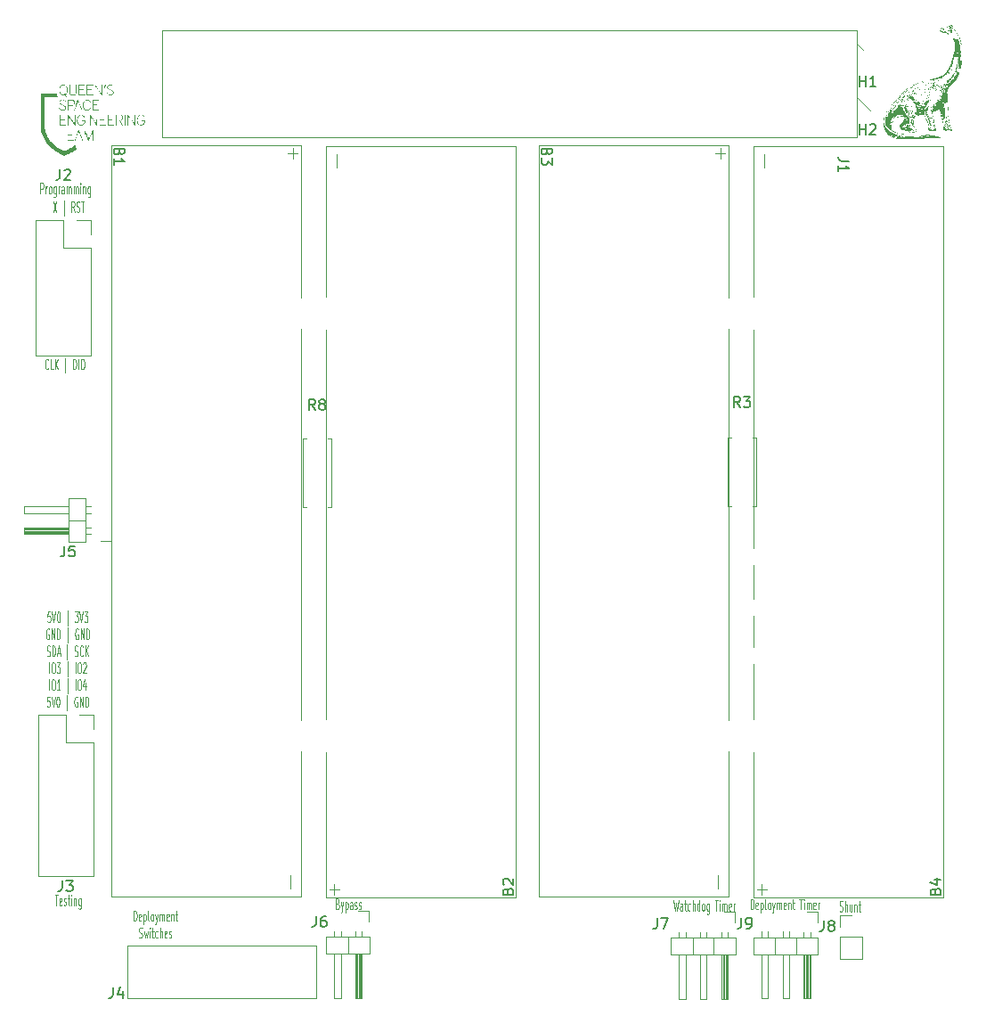
<source format=gto>
G04 #@! TF.GenerationSoftware,KiCad,Pcbnew,(6.0.7)*
G04 #@! TF.CreationDate,2023-05-04T15:31:31-04:00*
G04 #@! TF.ProjectId,battery_board_v2,62617474-6572-4795-9f62-6f6172645f76,rev?*
G04 #@! TF.SameCoordinates,Original*
G04 #@! TF.FileFunction,Legend,Top*
G04 #@! TF.FilePolarity,Positive*
%FSLAX46Y46*%
G04 Gerber Fmt 4.6, Leading zero omitted, Abs format (unit mm)*
G04 Created by KiCad (PCBNEW (6.0.7)) date 2023-05-04 15:31:31*
%MOMM*%
%LPD*%
G01*
G04 APERTURE LIST*
%ADD10C,0.100000*%
%ADD11C,0.150000*%
%ADD12C,0.120000*%
%ADD13C,1.524000*%
%ADD14R,1.524000X1.524000*%
%ADD15R,1.350000X1.350000*%
%ADD16O,1.350000X1.350000*%
%ADD17C,3.800000*%
%ADD18C,3.600000*%
%ADD19C,6.400000*%
%ADD20C,1.600000*%
%ADD21O,1.600000X1.600000*%
%ADD22R,1.700000X1.700000*%
%ADD23O,1.700000X1.700000*%
%ADD24C,2.745000*%
%ADD25C,1.000000*%
%ADD26C,0.600000*%
%ADD27C,2.000000*%
G04 APERTURE END LIST*
D10*
X111307142Y-105997380D02*
X111069047Y-105997380D01*
X111045238Y-106473571D01*
X111069047Y-106425952D01*
X111116666Y-106378333D01*
X111235714Y-106378333D01*
X111283333Y-106425952D01*
X111307142Y-106473571D01*
X111330952Y-106568809D01*
X111330952Y-106806904D01*
X111307142Y-106902142D01*
X111283333Y-106949761D01*
X111235714Y-106997380D01*
X111116666Y-106997380D01*
X111069047Y-106949761D01*
X111045238Y-106902142D01*
X111473809Y-105997380D02*
X111640476Y-106997380D01*
X111807142Y-105997380D01*
X112069047Y-105997380D02*
X112116666Y-105997380D01*
X112164285Y-106045000D01*
X112188095Y-106092619D01*
X112211904Y-106187857D01*
X112235714Y-106378333D01*
X112235714Y-106616428D01*
X112211904Y-106806904D01*
X112188095Y-106902142D01*
X112164285Y-106949761D01*
X112116666Y-106997380D01*
X112069047Y-106997380D01*
X112021428Y-106949761D01*
X111997619Y-106902142D01*
X111973809Y-106806904D01*
X111950000Y-106616428D01*
X111950000Y-106378333D01*
X111973809Y-106187857D01*
X111997619Y-106092619D01*
X112021428Y-106045000D01*
X112069047Y-105997380D01*
X112950000Y-107330714D02*
X112950000Y-105902142D01*
X113640476Y-105997380D02*
X113950000Y-105997380D01*
X113783333Y-106378333D01*
X113854761Y-106378333D01*
X113902380Y-106425952D01*
X113926190Y-106473571D01*
X113950000Y-106568809D01*
X113950000Y-106806904D01*
X113926190Y-106902142D01*
X113902380Y-106949761D01*
X113854761Y-106997380D01*
X113711904Y-106997380D01*
X113664285Y-106949761D01*
X113640476Y-106902142D01*
X114092857Y-105997380D02*
X114259523Y-106997380D01*
X114426190Y-105997380D01*
X114545238Y-105997380D02*
X114854761Y-105997380D01*
X114688095Y-106378333D01*
X114759523Y-106378333D01*
X114807142Y-106425952D01*
X114830952Y-106473571D01*
X114854761Y-106568809D01*
X114854761Y-106806904D01*
X114830952Y-106902142D01*
X114807142Y-106949761D01*
X114759523Y-106997380D01*
X114616666Y-106997380D01*
X114569047Y-106949761D01*
X114545238Y-106902142D01*
X111188095Y-107655000D02*
X111140476Y-107607380D01*
X111069047Y-107607380D01*
X110997619Y-107655000D01*
X110950000Y-107750238D01*
X110926190Y-107845476D01*
X110902380Y-108035952D01*
X110902380Y-108178809D01*
X110926190Y-108369285D01*
X110950000Y-108464523D01*
X110997619Y-108559761D01*
X111069047Y-108607380D01*
X111116666Y-108607380D01*
X111188095Y-108559761D01*
X111211904Y-108512142D01*
X111211904Y-108178809D01*
X111116666Y-108178809D01*
X111426190Y-108607380D02*
X111426190Y-107607380D01*
X111711904Y-108607380D01*
X111711904Y-107607380D01*
X111950000Y-108607380D02*
X111950000Y-107607380D01*
X112069047Y-107607380D01*
X112140476Y-107655000D01*
X112188095Y-107750238D01*
X112211904Y-107845476D01*
X112235714Y-108035952D01*
X112235714Y-108178809D01*
X112211904Y-108369285D01*
X112188095Y-108464523D01*
X112140476Y-108559761D01*
X112069047Y-108607380D01*
X111950000Y-108607380D01*
X112950000Y-108940714D02*
X112950000Y-107512142D01*
X113950000Y-107655000D02*
X113902380Y-107607380D01*
X113830952Y-107607380D01*
X113759523Y-107655000D01*
X113711904Y-107750238D01*
X113688095Y-107845476D01*
X113664285Y-108035952D01*
X113664285Y-108178809D01*
X113688095Y-108369285D01*
X113711904Y-108464523D01*
X113759523Y-108559761D01*
X113830952Y-108607380D01*
X113878571Y-108607380D01*
X113950000Y-108559761D01*
X113973809Y-108512142D01*
X113973809Y-108178809D01*
X113878571Y-108178809D01*
X114188095Y-108607380D02*
X114188095Y-107607380D01*
X114473809Y-108607380D01*
X114473809Y-107607380D01*
X114711904Y-108607380D02*
X114711904Y-107607380D01*
X114830952Y-107607380D01*
X114902380Y-107655000D01*
X114950000Y-107750238D01*
X114973809Y-107845476D01*
X114997619Y-108035952D01*
X114997619Y-108178809D01*
X114973809Y-108369285D01*
X114950000Y-108464523D01*
X114902380Y-108559761D01*
X114830952Y-108607380D01*
X114711904Y-108607380D01*
X110985714Y-110169761D02*
X111057142Y-110217380D01*
X111176190Y-110217380D01*
X111223809Y-110169761D01*
X111247619Y-110122142D01*
X111271428Y-110026904D01*
X111271428Y-109931666D01*
X111247619Y-109836428D01*
X111223809Y-109788809D01*
X111176190Y-109741190D01*
X111080952Y-109693571D01*
X111033333Y-109645952D01*
X111009523Y-109598333D01*
X110985714Y-109503095D01*
X110985714Y-109407857D01*
X111009523Y-109312619D01*
X111033333Y-109265000D01*
X111080952Y-109217380D01*
X111200000Y-109217380D01*
X111271428Y-109265000D01*
X111485714Y-110217380D02*
X111485714Y-109217380D01*
X111604761Y-109217380D01*
X111676190Y-109265000D01*
X111723809Y-109360238D01*
X111747619Y-109455476D01*
X111771428Y-109645952D01*
X111771428Y-109788809D01*
X111747619Y-109979285D01*
X111723809Y-110074523D01*
X111676190Y-110169761D01*
X111604761Y-110217380D01*
X111485714Y-110217380D01*
X111961904Y-109931666D02*
X112200000Y-109931666D01*
X111914285Y-110217380D02*
X112080952Y-109217380D01*
X112247619Y-110217380D01*
X112914285Y-110550714D02*
X112914285Y-109122142D01*
X113628571Y-110169761D02*
X113700000Y-110217380D01*
X113819047Y-110217380D01*
X113866666Y-110169761D01*
X113890476Y-110122142D01*
X113914285Y-110026904D01*
X113914285Y-109931666D01*
X113890476Y-109836428D01*
X113866666Y-109788809D01*
X113819047Y-109741190D01*
X113723809Y-109693571D01*
X113676190Y-109645952D01*
X113652380Y-109598333D01*
X113628571Y-109503095D01*
X113628571Y-109407857D01*
X113652380Y-109312619D01*
X113676190Y-109265000D01*
X113723809Y-109217380D01*
X113842857Y-109217380D01*
X113914285Y-109265000D01*
X114414285Y-110122142D02*
X114390476Y-110169761D01*
X114319047Y-110217380D01*
X114271428Y-110217380D01*
X114200000Y-110169761D01*
X114152380Y-110074523D01*
X114128571Y-109979285D01*
X114104761Y-109788809D01*
X114104761Y-109645952D01*
X114128571Y-109455476D01*
X114152380Y-109360238D01*
X114200000Y-109265000D01*
X114271428Y-109217380D01*
X114319047Y-109217380D01*
X114390476Y-109265000D01*
X114414285Y-109312619D01*
X114628571Y-110217380D02*
X114628571Y-109217380D01*
X114914285Y-110217380D02*
X114700000Y-109645952D01*
X114914285Y-109217380D02*
X114628571Y-109788809D01*
X111211904Y-111827380D02*
X111211904Y-110827380D01*
X111545238Y-110827380D02*
X111640476Y-110827380D01*
X111688095Y-110875000D01*
X111735714Y-110970238D01*
X111759523Y-111160714D01*
X111759523Y-111494047D01*
X111735714Y-111684523D01*
X111688095Y-111779761D01*
X111640476Y-111827380D01*
X111545238Y-111827380D01*
X111497619Y-111779761D01*
X111450000Y-111684523D01*
X111426190Y-111494047D01*
X111426190Y-111160714D01*
X111450000Y-110970238D01*
X111497619Y-110875000D01*
X111545238Y-110827380D01*
X111926190Y-110827380D02*
X112235714Y-110827380D01*
X112069047Y-111208333D01*
X112140476Y-111208333D01*
X112188095Y-111255952D01*
X112211904Y-111303571D01*
X112235714Y-111398809D01*
X112235714Y-111636904D01*
X112211904Y-111732142D01*
X112188095Y-111779761D01*
X112140476Y-111827380D01*
X111997619Y-111827380D01*
X111950000Y-111779761D01*
X111926190Y-111732142D01*
X112950000Y-112160714D02*
X112950000Y-110732142D01*
X113688095Y-111827380D02*
X113688095Y-110827380D01*
X114021428Y-110827380D02*
X114116666Y-110827380D01*
X114164285Y-110875000D01*
X114211904Y-110970238D01*
X114235714Y-111160714D01*
X114235714Y-111494047D01*
X114211904Y-111684523D01*
X114164285Y-111779761D01*
X114116666Y-111827380D01*
X114021428Y-111827380D01*
X113973809Y-111779761D01*
X113926190Y-111684523D01*
X113902380Y-111494047D01*
X113902380Y-111160714D01*
X113926190Y-110970238D01*
X113973809Y-110875000D01*
X114021428Y-110827380D01*
X114426190Y-110922619D02*
X114450000Y-110875000D01*
X114497619Y-110827380D01*
X114616666Y-110827380D01*
X114664285Y-110875000D01*
X114688095Y-110922619D01*
X114711904Y-111017857D01*
X114711904Y-111113095D01*
X114688095Y-111255952D01*
X114402380Y-111827380D01*
X114711904Y-111827380D01*
X111211904Y-113437380D02*
X111211904Y-112437380D01*
X111545238Y-112437380D02*
X111640476Y-112437380D01*
X111688095Y-112485000D01*
X111735714Y-112580238D01*
X111759523Y-112770714D01*
X111759523Y-113104047D01*
X111735714Y-113294523D01*
X111688095Y-113389761D01*
X111640476Y-113437380D01*
X111545238Y-113437380D01*
X111497619Y-113389761D01*
X111450000Y-113294523D01*
X111426190Y-113104047D01*
X111426190Y-112770714D01*
X111450000Y-112580238D01*
X111497619Y-112485000D01*
X111545238Y-112437380D01*
X112235714Y-113437380D02*
X111950000Y-113437380D01*
X112092857Y-113437380D02*
X112092857Y-112437380D01*
X112045238Y-112580238D01*
X111997619Y-112675476D01*
X111950000Y-112723095D01*
X112950000Y-113770714D02*
X112950000Y-112342142D01*
X113688095Y-113437380D02*
X113688095Y-112437380D01*
X114021428Y-112437380D02*
X114116666Y-112437380D01*
X114164285Y-112485000D01*
X114211904Y-112580238D01*
X114235714Y-112770714D01*
X114235714Y-113104047D01*
X114211904Y-113294523D01*
X114164285Y-113389761D01*
X114116666Y-113437380D01*
X114021428Y-113437380D01*
X113973809Y-113389761D01*
X113926190Y-113294523D01*
X113902380Y-113104047D01*
X113902380Y-112770714D01*
X113926190Y-112580238D01*
X113973809Y-112485000D01*
X114021428Y-112437380D01*
X114664285Y-112770714D02*
X114664285Y-113437380D01*
X114545238Y-112389761D02*
X114426190Y-113104047D01*
X114735714Y-113104047D01*
X111235714Y-114047380D02*
X110997619Y-114047380D01*
X110973809Y-114523571D01*
X110997619Y-114475952D01*
X111045238Y-114428333D01*
X111164285Y-114428333D01*
X111211904Y-114475952D01*
X111235714Y-114523571D01*
X111259523Y-114618809D01*
X111259523Y-114856904D01*
X111235714Y-114952142D01*
X111211904Y-114999761D01*
X111164285Y-115047380D01*
X111045238Y-115047380D01*
X110997619Y-114999761D01*
X110973809Y-114952142D01*
X111402380Y-114047380D02*
X111569047Y-115047380D01*
X111735714Y-114047380D01*
X111997619Y-114047380D02*
X112045238Y-114047380D01*
X112092857Y-114095000D01*
X112116666Y-114142619D01*
X112140476Y-114237857D01*
X112164285Y-114428333D01*
X112164285Y-114666428D01*
X112140476Y-114856904D01*
X112116666Y-114952142D01*
X112092857Y-114999761D01*
X112045238Y-115047380D01*
X111997619Y-115047380D01*
X111950000Y-114999761D01*
X111926190Y-114952142D01*
X111902380Y-114856904D01*
X111878571Y-114666428D01*
X111878571Y-114428333D01*
X111902380Y-114237857D01*
X111926190Y-114142619D01*
X111950000Y-114095000D01*
X111997619Y-114047380D01*
X112878571Y-115380714D02*
X112878571Y-113952142D01*
X113878571Y-114095000D02*
X113830952Y-114047380D01*
X113759523Y-114047380D01*
X113688095Y-114095000D01*
X113640476Y-114190238D01*
X113616666Y-114285476D01*
X113592857Y-114475952D01*
X113592857Y-114618809D01*
X113616666Y-114809285D01*
X113640476Y-114904523D01*
X113688095Y-114999761D01*
X113759523Y-115047380D01*
X113807142Y-115047380D01*
X113878571Y-114999761D01*
X113902380Y-114952142D01*
X113902380Y-114618809D01*
X113807142Y-114618809D01*
X114116666Y-115047380D02*
X114116666Y-114047380D01*
X114402380Y-115047380D01*
X114402380Y-114047380D01*
X114640476Y-115047380D02*
X114640476Y-114047380D01*
X114759523Y-114047380D01*
X114830952Y-114095000D01*
X114878571Y-114190238D01*
X114902380Y-114285476D01*
X114926190Y-114475952D01*
X114926190Y-114618809D01*
X114902380Y-114809285D01*
X114878571Y-114904523D01*
X114830952Y-114999761D01*
X114759523Y-115047380D01*
X114640476Y-115047380D01*
X186335714Y-134404761D02*
X186407142Y-134452380D01*
X186526190Y-134452380D01*
X186573809Y-134404761D01*
X186597619Y-134357142D01*
X186621428Y-134261904D01*
X186621428Y-134166666D01*
X186597619Y-134071428D01*
X186573809Y-134023809D01*
X186526190Y-133976190D01*
X186430952Y-133928571D01*
X186383333Y-133880952D01*
X186359523Y-133833333D01*
X186335714Y-133738095D01*
X186335714Y-133642857D01*
X186359523Y-133547619D01*
X186383333Y-133500000D01*
X186430952Y-133452380D01*
X186550000Y-133452380D01*
X186621428Y-133500000D01*
X186835714Y-134452380D02*
X186835714Y-133452380D01*
X187050000Y-134452380D02*
X187050000Y-133928571D01*
X187026190Y-133833333D01*
X186978571Y-133785714D01*
X186907142Y-133785714D01*
X186859523Y-133833333D01*
X186835714Y-133880952D01*
X187502380Y-133785714D02*
X187502380Y-134452380D01*
X187288095Y-133785714D02*
X187288095Y-134309523D01*
X187311904Y-134404761D01*
X187359523Y-134452380D01*
X187430952Y-134452380D01*
X187478571Y-134404761D01*
X187502380Y-134357142D01*
X187740476Y-133785714D02*
X187740476Y-134452380D01*
X187740476Y-133880952D02*
X187764285Y-133833333D01*
X187811904Y-133785714D01*
X187883333Y-133785714D01*
X187930952Y-133833333D01*
X187954761Y-133928571D01*
X187954761Y-134452380D01*
X188121428Y-133785714D02*
X188311904Y-133785714D01*
X188192857Y-133452380D02*
X188192857Y-134309523D01*
X188216666Y-134404761D01*
X188264285Y-134452380D01*
X188311904Y-134452380D01*
X138638095Y-133728571D02*
X138709523Y-133776190D01*
X138733333Y-133823809D01*
X138757142Y-133919047D01*
X138757142Y-134061904D01*
X138733333Y-134157142D01*
X138709523Y-134204761D01*
X138661904Y-134252380D01*
X138471428Y-134252380D01*
X138471428Y-133252380D01*
X138638095Y-133252380D01*
X138685714Y-133300000D01*
X138709523Y-133347619D01*
X138733333Y-133442857D01*
X138733333Y-133538095D01*
X138709523Y-133633333D01*
X138685714Y-133680952D01*
X138638095Y-133728571D01*
X138471428Y-133728571D01*
X138923809Y-133585714D02*
X139042857Y-134252380D01*
X139161904Y-133585714D02*
X139042857Y-134252380D01*
X138995238Y-134490476D01*
X138971428Y-134538095D01*
X138923809Y-134585714D01*
X139352380Y-133585714D02*
X139352380Y-134585714D01*
X139352380Y-133633333D02*
X139400000Y-133585714D01*
X139495238Y-133585714D01*
X139542857Y-133633333D01*
X139566666Y-133680952D01*
X139590476Y-133776190D01*
X139590476Y-134061904D01*
X139566666Y-134157142D01*
X139542857Y-134204761D01*
X139495238Y-134252380D01*
X139400000Y-134252380D01*
X139352380Y-134204761D01*
X140019047Y-134252380D02*
X140019047Y-133728571D01*
X139995238Y-133633333D01*
X139947619Y-133585714D01*
X139852380Y-133585714D01*
X139804761Y-133633333D01*
X140019047Y-134204761D02*
X139971428Y-134252380D01*
X139852380Y-134252380D01*
X139804761Y-134204761D01*
X139780952Y-134109523D01*
X139780952Y-134014285D01*
X139804761Y-133919047D01*
X139852380Y-133871428D01*
X139971428Y-133871428D01*
X140019047Y-133823809D01*
X140233333Y-134204761D02*
X140280952Y-134252380D01*
X140376190Y-134252380D01*
X140423809Y-134204761D01*
X140447619Y-134109523D01*
X140447619Y-134061904D01*
X140423809Y-133966666D01*
X140376190Y-133919047D01*
X140304761Y-133919047D01*
X140257142Y-133871428D01*
X140233333Y-133776190D01*
X140233333Y-133728571D01*
X140257142Y-133633333D01*
X140304761Y-133585714D01*
X140376190Y-133585714D01*
X140423809Y-133633333D01*
X140638095Y-134204761D02*
X140685714Y-134252380D01*
X140780952Y-134252380D01*
X140828571Y-134204761D01*
X140852380Y-134109523D01*
X140852380Y-134061904D01*
X140828571Y-133966666D01*
X140780952Y-133919047D01*
X140709523Y-133919047D01*
X140661904Y-133871428D01*
X140638095Y-133776190D01*
X140638095Y-133728571D01*
X140661904Y-133633333D01*
X140709523Y-133585714D01*
X140780952Y-133585714D01*
X140828571Y-133633333D01*
X111122380Y-82877142D02*
X111098571Y-82924761D01*
X111027142Y-82972380D01*
X110979523Y-82972380D01*
X110908095Y-82924761D01*
X110860476Y-82829523D01*
X110836666Y-82734285D01*
X110812857Y-82543809D01*
X110812857Y-82400952D01*
X110836666Y-82210476D01*
X110860476Y-82115238D01*
X110908095Y-82020000D01*
X110979523Y-81972380D01*
X111027142Y-81972380D01*
X111098571Y-82020000D01*
X111122380Y-82067619D01*
X111574761Y-82972380D02*
X111336666Y-82972380D01*
X111336666Y-81972380D01*
X111741428Y-82972380D02*
X111741428Y-81972380D01*
X112027142Y-82972380D02*
X111812857Y-82400952D01*
X112027142Y-81972380D02*
X111741428Y-82543809D01*
X112741428Y-83305714D02*
X112741428Y-81877142D01*
X113479523Y-82972380D02*
X113479523Y-81972380D01*
X113598571Y-81972380D01*
X113670000Y-82020000D01*
X113717619Y-82115238D01*
X113741428Y-82210476D01*
X113765238Y-82400952D01*
X113765238Y-82543809D01*
X113741428Y-82734285D01*
X113717619Y-82829523D01*
X113670000Y-82924761D01*
X113598571Y-82972380D01*
X113479523Y-82972380D01*
X113979523Y-82972380D02*
X113979523Y-81972380D01*
X114312857Y-81972380D02*
X114408095Y-81972380D01*
X114455714Y-82020000D01*
X114503333Y-82115238D01*
X114527142Y-82305714D01*
X114527142Y-82639047D01*
X114503333Y-82829523D01*
X114455714Y-82924761D01*
X114408095Y-82972380D01*
X114312857Y-82972380D01*
X114265238Y-82924761D01*
X114217619Y-82829523D01*
X114193809Y-82639047D01*
X114193809Y-82305714D01*
X114217619Y-82115238D01*
X114265238Y-82020000D01*
X114312857Y-81972380D01*
X170570238Y-133377380D02*
X170689285Y-134377380D01*
X170784523Y-133663095D01*
X170879761Y-134377380D01*
X170998809Y-133377380D01*
X171403571Y-134377380D02*
X171403571Y-133853571D01*
X171379761Y-133758333D01*
X171332142Y-133710714D01*
X171236904Y-133710714D01*
X171189285Y-133758333D01*
X171403571Y-134329761D02*
X171355952Y-134377380D01*
X171236904Y-134377380D01*
X171189285Y-134329761D01*
X171165476Y-134234523D01*
X171165476Y-134139285D01*
X171189285Y-134044047D01*
X171236904Y-133996428D01*
X171355952Y-133996428D01*
X171403571Y-133948809D01*
X171570238Y-133710714D02*
X171760714Y-133710714D01*
X171641666Y-133377380D02*
X171641666Y-134234523D01*
X171665476Y-134329761D01*
X171713095Y-134377380D01*
X171760714Y-134377380D01*
X172141666Y-134329761D02*
X172094047Y-134377380D01*
X171998809Y-134377380D01*
X171951190Y-134329761D01*
X171927380Y-134282142D01*
X171903571Y-134186904D01*
X171903571Y-133901190D01*
X171927380Y-133805952D01*
X171951190Y-133758333D01*
X171998809Y-133710714D01*
X172094047Y-133710714D01*
X172141666Y-133758333D01*
X172355952Y-134377380D02*
X172355952Y-133377380D01*
X172570238Y-134377380D02*
X172570238Y-133853571D01*
X172546428Y-133758333D01*
X172498809Y-133710714D01*
X172427380Y-133710714D01*
X172379761Y-133758333D01*
X172355952Y-133805952D01*
X173022619Y-134377380D02*
X173022619Y-133377380D01*
X173022619Y-134329761D02*
X172975000Y-134377380D01*
X172879761Y-134377380D01*
X172832142Y-134329761D01*
X172808333Y-134282142D01*
X172784523Y-134186904D01*
X172784523Y-133901190D01*
X172808333Y-133805952D01*
X172832142Y-133758333D01*
X172879761Y-133710714D01*
X172975000Y-133710714D01*
X173022619Y-133758333D01*
X173332142Y-134377380D02*
X173284523Y-134329761D01*
X173260714Y-134282142D01*
X173236904Y-134186904D01*
X173236904Y-133901190D01*
X173260714Y-133805952D01*
X173284523Y-133758333D01*
X173332142Y-133710714D01*
X173403571Y-133710714D01*
X173451190Y-133758333D01*
X173475000Y-133805952D01*
X173498809Y-133901190D01*
X173498809Y-134186904D01*
X173475000Y-134282142D01*
X173451190Y-134329761D01*
X173403571Y-134377380D01*
X173332142Y-134377380D01*
X173927380Y-133710714D02*
X173927380Y-134520238D01*
X173903571Y-134615476D01*
X173879761Y-134663095D01*
X173832142Y-134710714D01*
X173760714Y-134710714D01*
X173713095Y-134663095D01*
X173927380Y-134329761D02*
X173879761Y-134377380D01*
X173784523Y-134377380D01*
X173736904Y-134329761D01*
X173713095Y-134282142D01*
X173689285Y-134186904D01*
X173689285Y-133901190D01*
X173713095Y-133805952D01*
X173736904Y-133758333D01*
X173784523Y-133710714D01*
X173879761Y-133710714D01*
X173927380Y-133758333D01*
X174475000Y-133377380D02*
X174760714Y-133377380D01*
X174617857Y-134377380D02*
X174617857Y-133377380D01*
X174927380Y-134377380D02*
X174927380Y-133710714D01*
X174927380Y-133377380D02*
X174903571Y-133425000D01*
X174927380Y-133472619D01*
X174951190Y-133425000D01*
X174927380Y-133377380D01*
X174927380Y-133472619D01*
X175165476Y-134377380D02*
X175165476Y-133710714D01*
X175165476Y-133805952D02*
X175189285Y-133758333D01*
X175236904Y-133710714D01*
X175308333Y-133710714D01*
X175355952Y-133758333D01*
X175379761Y-133853571D01*
X175379761Y-134377380D01*
X175379761Y-133853571D02*
X175403571Y-133758333D01*
X175451190Y-133710714D01*
X175522619Y-133710714D01*
X175570238Y-133758333D01*
X175594047Y-133853571D01*
X175594047Y-134377380D01*
X176022619Y-134329761D02*
X175975000Y-134377380D01*
X175879761Y-134377380D01*
X175832142Y-134329761D01*
X175808333Y-134234523D01*
X175808333Y-133853571D01*
X175832142Y-133758333D01*
X175879761Y-133710714D01*
X175975000Y-133710714D01*
X176022619Y-133758333D01*
X176046428Y-133853571D01*
X176046428Y-133948809D01*
X175808333Y-134044047D01*
X176260714Y-134377380D02*
X176260714Y-133710714D01*
X176260714Y-133901190D02*
X176284523Y-133805952D01*
X176308333Y-133758333D01*
X176355952Y-133710714D01*
X176403571Y-133710714D01*
X119239285Y-135372380D02*
X119239285Y-134372380D01*
X119358333Y-134372380D01*
X119429761Y-134420000D01*
X119477380Y-134515238D01*
X119501190Y-134610476D01*
X119525000Y-134800952D01*
X119525000Y-134943809D01*
X119501190Y-135134285D01*
X119477380Y-135229523D01*
X119429761Y-135324761D01*
X119358333Y-135372380D01*
X119239285Y-135372380D01*
X119929761Y-135324761D02*
X119882142Y-135372380D01*
X119786904Y-135372380D01*
X119739285Y-135324761D01*
X119715476Y-135229523D01*
X119715476Y-134848571D01*
X119739285Y-134753333D01*
X119786904Y-134705714D01*
X119882142Y-134705714D01*
X119929761Y-134753333D01*
X119953571Y-134848571D01*
X119953571Y-134943809D01*
X119715476Y-135039047D01*
X120167857Y-134705714D02*
X120167857Y-135705714D01*
X120167857Y-134753333D02*
X120215476Y-134705714D01*
X120310714Y-134705714D01*
X120358333Y-134753333D01*
X120382142Y-134800952D01*
X120405952Y-134896190D01*
X120405952Y-135181904D01*
X120382142Y-135277142D01*
X120358333Y-135324761D01*
X120310714Y-135372380D01*
X120215476Y-135372380D01*
X120167857Y-135324761D01*
X120691666Y-135372380D02*
X120644047Y-135324761D01*
X120620238Y-135229523D01*
X120620238Y-134372380D01*
X120953571Y-135372380D02*
X120905952Y-135324761D01*
X120882142Y-135277142D01*
X120858333Y-135181904D01*
X120858333Y-134896190D01*
X120882142Y-134800952D01*
X120905952Y-134753333D01*
X120953571Y-134705714D01*
X121025000Y-134705714D01*
X121072619Y-134753333D01*
X121096428Y-134800952D01*
X121120238Y-134896190D01*
X121120238Y-135181904D01*
X121096428Y-135277142D01*
X121072619Y-135324761D01*
X121025000Y-135372380D01*
X120953571Y-135372380D01*
X121286904Y-134705714D02*
X121405952Y-135372380D01*
X121525000Y-134705714D02*
X121405952Y-135372380D01*
X121358333Y-135610476D01*
X121334523Y-135658095D01*
X121286904Y-135705714D01*
X121715476Y-135372380D02*
X121715476Y-134705714D01*
X121715476Y-134800952D02*
X121739285Y-134753333D01*
X121786904Y-134705714D01*
X121858333Y-134705714D01*
X121905952Y-134753333D01*
X121929761Y-134848571D01*
X121929761Y-135372380D01*
X121929761Y-134848571D02*
X121953571Y-134753333D01*
X122001190Y-134705714D01*
X122072619Y-134705714D01*
X122120238Y-134753333D01*
X122144047Y-134848571D01*
X122144047Y-135372380D01*
X122572619Y-135324761D02*
X122525000Y-135372380D01*
X122429761Y-135372380D01*
X122382142Y-135324761D01*
X122358333Y-135229523D01*
X122358333Y-134848571D01*
X122382142Y-134753333D01*
X122429761Y-134705714D01*
X122525000Y-134705714D01*
X122572619Y-134753333D01*
X122596428Y-134848571D01*
X122596428Y-134943809D01*
X122358333Y-135039047D01*
X122810714Y-134705714D02*
X122810714Y-135372380D01*
X122810714Y-134800952D02*
X122834523Y-134753333D01*
X122882142Y-134705714D01*
X122953571Y-134705714D01*
X123001190Y-134753333D01*
X123025000Y-134848571D01*
X123025000Y-135372380D01*
X123191666Y-134705714D02*
X123382142Y-134705714D01*
X123263095Y-134372380D02*
X123263095Y-135229523D01*
X123286904Y-135324761D01*
X123334523Y-135372380D01*
X123382142Y-135372380D01*
X119751190Y-136934761D02*
X119822619Y-136982380D01*
X119941666Y-136982380D01*
X119989285Y-136934761D01*
X120013095Y-136887142D01*
X120036904Y-136791904D01*
X120036904Y-136696666D01*
X120013095Y-136601428D01*
X119989285Y-136553809D01*
X119941666Y-136506190D01*
X119846428Y-136458571D01*
X119798809Y-136410952D01*
X119775000Y-136363333D01*
X119751190Y-136268095D01*
X119751190Y-136172857D01*
X119775000Y-136077619D01*
X119798809Y-136030000D01*
X119846428Y-135982380D01*
X119965476Y-135982380D01*
X120036904Y-136030000D01*
X120203571Y-136315714D02*
X120298809Y-136982380D01*
X120394047Y-136506190D01*
X120489285Y-136982380D01*
X120584523Y-136315714D01*
X120775000Y-136982380D02*
X120775000Y-136315714D01*
X120775000Y-135982380D02*
X120751190Y-136030000D01*
X120775000Y-136077619D01*
X120798809Y-136030000D01*
X120775000Y-135982380D01*
X120775000Y-136077619D01*
X120941666Y-136315714D02*
X121132142Y-136315714D01*
X121013095Y-135982380D02*
X121013095Y-136839523D01*
X121036904Y-136934761D01*
X121084523Y-136982380D01*
X121132142Y-136982380D01*
X121513095Y-136934761D02*
X121465476Y-136982380D01*
X121370238Y-136982380D01*
X121322619Y-136934761D01*
X121298809Y-136887142D01*
X121275000Y-136791904D01*
X121275000Y-136506190D01*
X121298809Y-136410952D01*
X121322619Y-136363333D01*
X121370238Y-136315714D01*
X121465476Y-136315714D01*
X121513095Y-136363333D01*
X121727380Y-136982380D02*
X121727380Y-135982380D01*
X121941666Y-136982380D02*
X121941666Y-136458571D01*
X121917857Y-136363333D01*
X121870238Y-136315714D01*
X121798809Y-136315714D01*
X121751190Y-136363333D01*
X121727380Y-136410952D01*
X122370238Y-136934761D02*
X122322619Y-136982380D01*
X122227380Y-136982380D01*
X122179761Y-136934761D01*
X122155952Y-136839523D01*
X122155952Y-136458571D01*
X122179761Y-136363333D01*
X122227380Y-136315714D01*
X122322619Y-136315714D01*
X122370238Y-136363333D01*
X122394047Y-136458571D01*
X122394047Y-136553809D01*
X122155952Y-136649047D01*
X122584523Y-136934761D02*
X122632142Y-136982380D01*
X122727380Y-136982380D01*
X122775000Y-136934761D01*
X122798809Y-136839523D01*
X122798809Y-136791904D01*
X122775000Y-136696666D01*
X122727380Y-136649047D01*
X122655952Y-136649047D01*
X122608333Y-136601428D01*
X122584523Y-136506190D01*
X122584523Y-136458571D01*
X122608333Y-136363333D01*
X122655952Y-136315714D01*
X122727380Y-136315714D01*
X122775000Y-136363333D01*
X111565714Y-67016380D02*
X111899047Y-68016380D01*
X111899047Y-67016380D02*
X111565714Y-68016380D01*
X112589523Y-68349714D02*
X112589523Y-66921142D01*
X113613333Y-68016380D02*
X113446666Y-67540190D01*
X113327619Y-68016380D02*
X113327619Y-67016380D01*
X113518095Y-67016380D01*
X113565714Y-67064000D01*
X113589523Y-67111619D01*
X113613333Y-67206857D01*
X113613333Y-67349714D01*
X113589523Y-67444952D01*
X113565714Y-67492571D01*
X113518095Y-67540190D01*
X113327619Y-67540190D01*
X113803809Y-67968761D02*
X113875238Y-68016380D01*
X113994285Y-68016380D01*
X114041904Y-67968761D01*
X114065714Y-67921142D01*
X114089523Y-67825904D01*
X114089523Y-67730666D01*
X114065714Y-67635428D01*
X114041904Y-67587809D01*
X113994285Y-67540190D01*
X113899047Y-67492571D01*
X113851428Y-67444952D01*
X113827619Y-67397333D01*
X113803809Y-67302095D01*
X113803809Y-67206857D01*
X113827619Y-67111619D01*
X113851428Y-67064000D01*
X113899047Y-67016380D01*
X114018095Y-67016380D01*
X114089523Y-67064000D01*
X114232380Y-67016380D02*
X114518095Y-67016380D01*
X114375238Y-68016380D02*
X114375238Y-67016380D01*
X177886904Y-134277380D02*
X177886904Y-133277380D01*
X178005952Y-133277380D01*
X178077380Y-133325000D01*
X178125000Y-133420238D01*
X178148809Y-133515476D01*
X178172619Y-133705952D01*
X178172619Y-133848809D01*
X178148809Y-134039285D01*
X178125000Y-134134523D01*
X178077380Y-134229761D01*
X178005952Y-134277380D01*
X177886904Y-134277380D01*
X178577380Y-134229761D02*
X178529761Y-134277380D01*
X178434523Y-134277380D01*
X178386904Y-134229761D01*
X178363095Y-134134523D01*
X178363095Y-133753571D01*
X178386904Y-133658333D01*
X178434523Y-133610714D01*
X178529761Y-133610714D01*
X178577380Y-133658333D01*
X178601190Y-133753571D01*
X178601190Y-133848809D01*
X178363095Y-133944047D01*
X178815476Y-133610714D02*
X178815476Y-134610714D01*
X178815476Y-133658333D02*
X178863095Y-133610714D01*
X178958333Y-133610714D01*
X179005952Y-133658333D01*
X179029761Y-133705952D01*
X179053571Y-133801190D01*
X179053571Y-134086904D01*
X179029761Y-134182142D01*
X179005952Y-134229761D01*
X178958333Y-134277380D01*
X178863095Y-134277380D01*
X178815476Y-134229761D01*
X179339285Y-134277380D02*
X179291666Y-134229761D01*
X179267857Y-134134523D01*
X179267857Y-133277380D01*
X179601190Y-134277380D02*
X179553571Y-134229761D01*
X179529761Y-134182142D01*
X179505952Y-134086904D01*
X179505952Y-133801190D01*
X179529761Y-133705952D01*
X179553571Y-133658333D01*
X179601190Y-133610714D01*
X179672619Y-133610714D01*
X179720238Y-133658333D01*
X179744047Y-133705952D01*
X179767857Y-133801190D01*
X179767857Y-134086904D01*
X179744047Y-134182142D01*
X179720238Y-134229761D01*
X179672619Y-134277380D01*
X179601190Y-134277380D01*
X179934523Y-133610714D02*
X180053571Y-134277380D01*
X180172619Y-133610714D02*
X180053571Y-134277380D01*
X180005952Y-134515476D01*
X179982142Y-134563095D01*
X179934523Y-134610714D01*
X180363095Y-134277380D02*
X180363095Y-133610714D01*
X180363095Y-133705952D02*
X180386904Y-133658333D01*
X180434523Y-133610714D01*
X180505952Y-133610714D01*
X180553571Y-133658333D01*
X180577380Y-133753571D01*
X180577380Y-134277380D01*
X180577380Y-133753571D02*
X180601190Y-133658333D01*
X180648809Y-133610714D01*
X180720238Y-133610714D01*
X180767857Y-133658333D01*
X180791666Y-133753571D01*
X180791666Y-134277380D01*
X181220238Y-134229761D02*
X181172619Y-134277380D01*
X181077380Y-134277380D01*
X181029761Y-134229761D01*
X181005952Y-134134523D01*
X181005952Y-133753571D01*
X181029761Y-133658333D01*
X181077380Y-133610714D01*
X181172619Y-133610714D01*
X181220238Y-133658333D01*
X181244047Y-133753571D01*
X181244047Y-133848809D01*
X181005952Y-133944047D01*
X181458333Y-133610714D02*
X181458333Y-134277380D01*
X181458333Y-133705952D02*
X181482142Y-133658333D01*
X181529761Y-133610714D01*
X181601190Y-133610714D01*
X181648809Y-133658333D01*
X181672619Y-133753571D01*
X181672619Y-134277380D01*
X181839285Y-133610714D02*
X182029761Y-133610714D01*
X181910714Y-133277380D02*
X181910714Y-134134523D01*
X181934523Y-134229761D01*
X181982142Y-134277380D01*
X182029761Y-134277380D01*
X182505952Y-133277380D02*
X182791666Y-133277380D01*
X182648809Y-134277380D02*
X182648809Y-133277380D01*
X182958333Y-134277380D02*
X182958333Y-133610714D01*
X182958333Y-133277380D02*
X182934523Y-133325000D01*
X182958333Y-133372619D01*
X182982142Y-133325000D01*
X182958333Y-133277380D01*
X182958333Y-133372619D01*
X183196428Y-134277380D02*
X183196428Y-133610714D01*
X183196428Y-133705952D02*
X183220238Y-133658333D01*
X183267857Y-133610714D01*
X183339285Y-133610714D01*
X183386904Y-133658333D01*
X183410714Y-133753571D01*
X183410714Y-134277380D01*
X183410714Y-133753571D02*
X183434523Y-133658333D01*
X183482142Y-133610714D01*
X183553571Y-133610714D01*
X183601190Y-133658333D01*
X183625000Y-133753571D01*
X183625000Y-134277380D01*
X184053571Y-134229761D02*
X184005952Y-134277380D01*
X183910714Y-134277380D01*
X183863095Y-134229761D01*
X183839285Y-134134523D01*
X183839285Y-133753571D01*
X183863095Y-133658333D01*
X183910714Y-133610714D01*
X184005952Y-133610714D01*
X184053571Y-133658333D01*
X184077380Y-133753571D01*
X184077380Y-133848809D01*
X183839285Y-133944047D01*
X184291666Y-134277380D02*
X184291666Y-133610714D01*
X184291666Y-133801190D02*
X184315476Y-133705952D01*
X184339285Y-133658333D01*
X184386904Y-133610714D01*
X184434523Y-133610714D01*
X111736190Y-132882380D02*
X112021904Y-132882380D01*
X111879047Y-133882380D02*
X111879047Y-132882380D01*
X112379047Y-133834761D02*
X112331428Y-133882380D01*
X112236190Y-133882380D01*
X112188571Y-133834761D01*
X112164761Y-133739523D01*
X112164761Y-133358571D01*
X112188571Y-133263333D01*
X112236190Y-133215714D01*
X112331428Y-133215714D01*
X112379047Y-133263333D01*
X112402857Y-133358571D01*
X112402857Y-133453809D01*
X112164761Y-133549047D01*
X112593333Y-133834761D02*
X112640952Y-133882380D01*
X112736190Y-133882380D01*
X112783809Y-133834761D01*
X112807619Y-133739523D01*
X112807619Y-133691904D01*
X112783809Y-133596666D01*
X112736190Y-133549047D01*
X112664761Y-133549047D01*
X112617142Y-133501428D01*
X112593333Y-133406190D01*
X112593333Y-133358571D01*
X112617142Y-133263333D01*
X112664761Y-133215714D01*
X112736190Y-133215714D01*
X112783809Y-133263333D01*
X112950476Y-133215714D02*
X113140952Y-133215714D01*
X113021904Y-132882380D02*
X113021904Y-133739523D01*
X113045714Y-133834761D01*
X113093333Y-133882380D01*
X113140952Y-133882380D01*
X113307619Y-133882380D02*
X113307619Y-133215714D01*
X113307619Y-132882380D02*
X113283809Y-132930000D01*
X113307619Y-132977619D01*
X113331428Y-132930000D01*
X113307619Y-132882380D01*
X113307619Y-132977619D01*
X113545714Y-133215714D02*
X113545714Y-133882380D01*
X113545714Y-133310952D02*
X113569523Y-133263333D01*
X113617142Y-133215714D01*
X113688571Y-133215714D01*
X113736190Y-133263333D01*
X113760000Y-133358571D01*
X113760000Y-133882380D01*
X114212380Y-133215714D02*
X114212380Y-134025238D01*
X114188571Y-134120476D01*
X114164761Y-134168095D01*
X114117142Y-134215714D01*
X114045714Y-134215714D01*
X113998095Y-134168095D01*
X114212380Y-133834761D02*
X114164761Y-133882380D01*
X114069523Y-133882380D01*
X114021904Y-133834761D01*
X113998095Y-133787142D01*
X113974285Y-133691904D01*
X113974285Y-133406190D01*
X113998095Y-133310952D01*
X114021904Y-133263333D01*
X114069523Y-133215714D01*
X114164761Y-133215714D01*
X114212380Y-133263333D01*
X110372857Y-66272380D02*
X110372857Y-65272380D01*
X110563333Y-65272380D01*
X110610952Y-65320000D01*
X110634761Y-65367619D01*
X110658571Y-65462857D01*
X110658571Y-65605714D01*
X110634761Y-65700952D01*
X110610952Y-65748571D01*
X110563333Y-65796190D01*
X110372857Y-65796190D01*
X110872857Y-66272380D02*
X110872857Y-65605714D01*
X110872857Y-65796190D02*
X110896666Y-65700952D01*
X110920476Y-65653333D01*
X110968095Y-65605714D01*
X111015714Y-65605714D01*
X111253809Y-66272380D02*
X111206190Y-66224761D01*
X111182380Y-66177142D01*
X111158571Y-66081904D01*
X111158571Y-65796190D01*
X111182380Y-65700952D01*
X111206190Y-65653333D01*
X111253809Y-65605714D01*
X111325238Y-65605714D01*
X111372857Y-65653333D01*
X111396666Y-65700952D01*
X111420476Y-65796190D01*
X111420476Y-66081904D01*
X111396666Y-66177142D01*
X111372857Y-66224761D01*
X111325238Y-66272380D01*
X111253809Y-66272380D01*
X111849047Y-65605714D02*
X111849047Y-66415238D01*
X111825238Y-66510476D01*
X111801428Y-66558095D01*
X111753809Y-66605714D01*
X111682380Y-66605714D01*
X111634761Y-66558095D01*
X111849047Y-66224761D02*
X111801428Y-66272380D01*
X111706190Y-66272380D01*
X111658571Y-66224761D01*
X111634761Y-66177142D01*
X111610952Y-66081904D01*
X111610952Y-65796190D01*
X111634761Y-65700952D01*
X111658571Y-65653333D01*
X111706190Y-65605714D01*
X111801428Y-65605714D01*
X111849047Y-65653333D01*
X112087142Y-66272380D02*
X112087142Y-65605714D01*
X112087142Y-65796190D02*
X112110952Y-65700952D01*
X112134761Y-65653333D01*
X112182380Y-65605714D01*
X112230000Y-65605714D01*
X112610952Y-66272380D02*
X112610952Y-65748571D01*
X112587142Y-65653333D01*
X112539523Y-65605714D01*
X112444285Y-65605714D01*
X112396666Y-65653333D01*
X112610952Y-66224761D02*
X112563333Y-66272380D01*
X112444285Y-66272380D01*
X112396666Y-66224761D01*
X112372857Y-66129523D01*
X112372857Y-66034285D01*
X112396666Y-65939047D01*
X112444285Y-65891428D01*
X112563333Y-65891428D01*
X112610952Y-65843809D01*
X112849047Y-66272380D02*
X112849047Y-65605714D01*
X112849047Y-65700952D02*
X112872857Y-65653333D01*
X112920476Y-65605714D01*
X112991904Y-65605714D01*
X113039523Y-65653333D01*
X113063333Y-65748571D01*
X113063333Y-66272380D01*
X113063333Y-65748571D02*
X113087142Y-65653333D01*
X113134761Y-65605714D01*
X113206190Y-65605714D01*
X113253809Y-65653333D01*
X113277619Y-65748571D01*
X113277619Y-66272380D01*
X113515714Y-66272380D02*
X113515714Y-65605714D01*
X113515714Y-65700952D02*
X113539523Y-65653333D01*
X113587142Y-65605714D01*
X113658571Y-65605714D01*
X113706190Y-65653333D01*
X113730000Y-65748571D01*
X113730000Y-66272380D01*
X113730000Y-65748571D02*
X113753809Y-65653333D01*
X113801428Y-65605714D01*
X113872857Y-65605714D01*
X113920476Y-65653333D01*
X113944285Y-65748571D01*
X113944285Y-66272380D01*
X114182380Y-66272380D02*
X114182380Y-65605714D01*
X114182380Y-65272380D02*
X114158571Y-65320000D01*
X114182380Y-65367619D01*
X114206190Y-65320000D01*
X114182380Y-65272380D01*
X114182380Y-65367619D01*
X114420476Y-65605714D02*
X114420476Y-66272380D01*
X114420476Y-65700952D02*
X114444285Y-65653333D01*
X114491904Y-65605714D01*
X114563333Y-65605714D01*
X114610952Y-65653333D01*
X114634761Y-65748571D01*
X114634761Y-66272380D01*
X115087142Y-65605714D02*
X115087142Y-66415238D01*
X115063333Y-66510476D01*
X115039523Y-66558095D01*
X114991904Y-66605714D01*
X114920476Y-66605714D01*
X114872857Y-66558095D01*
X115087142Y-66224761D02*
X115039523Y-66272380D01*
X114944285Y-66272380D01*
X114896666Y-66224761D01*
X114872857Y-66177142D01*
X114849047Y-66081904D01*
X114849047Y-65796190D01*
X114872857Y-65700952D01*
X114896666Y-65653333D01*
X114944285Y-65605714D01*
X115039523Y-65605714D01*
X115087142Y-65653333D01*
D11*
X187237619Y-63166666D02*
X186523333Y-63166666D01*
X186380476Y-63119047D01*
X186285238Y-63023809D01*
X186237619Y-62880952D01*
X186237619Y-62785714D01*
X186237619Y-64166666D02*
X186237619Y-63595238D01*
X186237619Y-63880952D02*
X187237619Y-63880952D01*
X187094761Y-63785714D01*
X186999523Y-63690476D01*
X186951904Y-63595238D01*
X188214095Y-56078380D02*
X188214095Y-55078380D01*
X188214095Y-55554571D02*
X188785523Y-55554571D01*
X188785523Y-56078380D02*
X188785523Y-55078380D01*
X189785523Y-56078380D02*
X189214095Y-56078380D01*
X189499809Y-56078380D02*
X189499809Y-55078380D01*
X189404571Y-55221238D01*
X189309333Y-55316476D01*
X189214095Y-55364095D01*
X188214095Y-60650380D02*
X188214095Y-59650380D01*
X188214095Y-60126571D02*
X188785523Y-60126571D01*
X188785523Y-60650380D02*
X188785523Y-59650380D01*
X189214095Y-59745619D02*
X189261714Y-59698000D01*
X189356952Y-59650380D01*
X189595047Y-59650380D01*
X189690285Y-59698000D01*
X189737904Y-59745619D01*
X189785523Y-59840857D01*
X189785523Y-59936095D01*
X189737904Y-60078952D01*
X189166476Y-60650380D01*
X189785523Y-60650380D01*
X184832666Y-135342380D02*
X184832666Y-136056666D01*
X184785047Y-136199523D01*
X184689809Y-136294761D01*
X184546952Y-136342380D01*
X184451714Y-136342380D01*
X185451714Y-135770952D02*
X185356476Y-135723333D01*
X185308857Y-135675714D01*
X185261238Y-135580476D01*
X185261238Y-135532857D01*
X185308857Y-135437619D01*
X185356476Y-135390000D01*
X185451714Y-135342380D01*
X185642190Y-135342380D01*
X185737428Y-135390000D01*
X185785047Y-135437619D01*
X185832666Y-135532857D01*
X185832666Y-135580476D01*
X185785047Y-135675714D01*
X185737428Y-135723333D01*
X185642190Y-135770952D01*
X185451714Y-135770952D01*
X185356476Y-135818571D01*
X185308857Y-135866190D01*
X185261238Y-135961428D01*
X185261238Y-136151904D01*
X185308857Y-136247142D01*
X185356476Y-136294761D01*
X185451714Y-136342380D01*
X185642190Y-136342380D01*
X185737428Y-136294761D01*
X185785047Y-136247142D01*
X185832666Y-136151904D01*
X185832666Y-135961428D01*
X185785047Y-135866190D01*
X185737428Y-135818571D01*
X185642190Y-135770952D01*
X176991666Y-135077380D02*
X176991666Y-135791666D01*
X176944047Y-135934523D01*
X176848809Y-136029761D01*
X176705952Y-136077380D01*
X176610714Y-136077380D01*
X177515476Y-136077380D02*
X177705952Y-136077380D01*
X177801190Y-136029761D01*
X177848809Y-135982142D01*
X177944047Y-135839285D01*
X177991666Y-135648809D01*
X177991666Y-135267857D01*
X177944047Y-135172619D01*
X177896428Y-135125000D01*
X177801190Y-135077380D01*
X177610714Y-135077380D01*
X177515476Y-135125000D01*
X177467857Y-135172619D01*
X177420238Y-135267857D01*
X177420238Y-135505952D01*
X177467857Y-135601190D01*
X177515476Y-135648809D01*
X177610714Y-135696428D01*
X177801190Y-135696428D01*
X177896428Y-135648809D01*
X177944047Y-135601190D01*
X177991666Y-135505952D01*
X176871333Y-86558380D02*
X176538000Y-86082190D01*
X176299904Y-86558380D02*
X176299904Y-85558380D01*
X176680857Y-85558380D01*
X176776095Y-85606000D01*
X176823714Y-85653619D01*
X176871333Y-85748857D01*
X176871333Y-85891714D01*
X176823714Y-85986952D01*
X176776095Y-86034571D01*
X176680857Y-86082190D01*
X176299904Y-86082190D01*
X177204666Y-85558380D02*
X177823714Y-85558380D01*
X177490380Y-85939333D01*
X177633238Y-85939333D01*
X177728476Y-85986952D01*
X177776095Y-86034571D01*
X177823714Y-86129809D01*
X177823714Y-86367904D01*
X177776095Y-86463142D01*
X177728476Y-86510761D01*
X177633238Y-86558380D01*
X177347523Y-86558380D01*
X177252285Y-86510761D01*
X177204666Y-86463142D01*
X112644666Y-99750380D02*
X112644666Y-100464666D01*
X112597047Y-100607523D01*
X112501809Y-100702761D01*
X112358952Y-100750380D01*
X112263714Y-100750380D01*
X113597047Y-99750380D02*
X113120857Y-99750380D01*
X113073238Y-100226571D01*
X113120857Y-100178952D01*
X113216095Y-100131333D01*
X113454190Y-100131333D01*
X113549428Y-100178952D01*
X113597047Y-100226571D01*
X113644666Y-100321809D01*
X113644666Y-100559904D01*
X113597047Y-100655142D01*
X113549428Y-100702761D01*
X113454190Y-100750380D01*
X113216095Y-100750380D01*
X113120857Y-100702761D01*
X113073238Y-100655142D01*
X168966666Y-135127380D02*
X168966666Y-135841666D01*
X168919047Y-135984523D01*
X168823809Y-136079761D01*
X168680952Y-136127380D01*
X168585714Y-136127380D01*
X169347619Y-135127380D02*
X170014285Y-135127380D01*
X169585714Y-136127380D01*
X112442666Y-131532380D02*
X112442666Y-132246666D01*
X112395047Y-132389523D01*
X112299809Y-132484761D01*
X112156952Y-132532380D01*
X112061714Y-132532380D01*
X112823619Y-131532380D02*
X113442666Y-131532380D01*
X113109333Y-131913333D01*
X113252190Y-131913333D01*
X113347428Y-131960952D01*
X113395047Y-132008571D01*
X113442666Y-132103809D01*
X113442666Y-132341904D01*
X113395047Y-132437142D01*
X113347428Y-132484761D01*
X113252190Y-132532380D01*
X112966476Y-132532380D01*
X112871238Y-132484761D01*
X112823619Y-132437142D01*
X158505428Y-62317238D02*
X158457809Y-62460095D01*
X158410190Y-62507714D01*
X158314952Y-62555333D01*
X158172095Y-62555333D01*
X158076857Y-62507714D01*
X158029238Y-62460095D01*
X157981619Y-62364857D01*
X157981619Y-61983904D01*
X158981619Y-61983904D01*
X158981619Y-62317238D01*
X158934000Y-62412476D01*
X158886380Y-62460095D01*
X158791142Y-62507714D01*
X158695904Y-62507714D01*
X158600666Y-62460095D01*
X158553047Y-62412476D01*
X158505428Y-62317238D01*
X158505428Y-61983904D01*
X158981619Y-62888666D02*
X158981619Y-63507714D01*
X158600666Y-63174380D01*
X158600666Y-63317238D01*
X158553047Y-63412476D01*
X158505428Y-63460095D01*
X158410190Y-63507714D01*
X158172095Y-63507714D01*
X158076857Y-63460095D01*
X158029238Y-63412476D01*
X157981619Y-63317238D01*
X157981619Y-63031523D01*
X158029238Y-62936285D01*
X158076857Y-62888666D01*
X117268666Y-141692380D02*
X117268666Y-142406666D01*
X117221047Y-142549523D01*
X117125809Y-142644761D01*
X116982952Y-142692380D01*
X116887714Y-142692380D01*
X118173428Y-142025714D02*
X118173428Y-142692380D01*
X117935333Y-141644761D02*
X117697238Y-142359047D01*
X118316285Y-142359047D01*
X195443571Y-132532761D02*
X195491190Y-132389904D01*
X195538809Y-132342285D01*
X195634047Y-132294666D01*
X195776904Y-132294666D01*
X195872142Y-132342285D01*
X195919761Y-132389904D01*
X195967380Y-132485142D01*
X195967380Y-132866095D01*
X194967380Y-132866095D01*
X194967380Y-132532761D01*
X195015000Y-132437523D01*
X195062619Y-132389904D01*
X195157857Y-132342285D01*
X195253095Y-132342285D01*
X195348333Y-132389904D01*
X195395952Y-132437523D01*
X195443571Y-132532761D01*
X195443571Y-132866095D01*
X195300714Y-131437523D02*
X195967380Y-131437523D01*
X194919761Y-131675619D02*
X195634047Y-131913714D01*
X195634047Y-131294666D01*
X136566666Y-134927380D02*
X136566666Y-135641666D01*
X136519047Y-135784523D01*
X136423809Y-135879761D01*
X136280952Y-135927380D01*
X136185714Y-135927380D01*
X137471428Y-134927380D02*
X137280952Y-134927380D01*
X137185714Y-134975000D01*
X137138095Y-135022619D01*
X137042857Y-135165476D01*
X136995238Y-135355952D01*
X136995238Y-135736904D01*
X137042857Y-135832142D01*
X137090476Y-135879761D01*
X137185714Y-135927380D01*
X137376190Y-135927380D01*
X137471428Y-135879761D01*
X137519047Y-135832142D01*
X137566666Y-135736904D01*
X137566666Y-135498809D01*
X137519047Y-135403571D01*
X137471428Y-135355952D01*
X137376190Y-135308333D01*
X137185714Y-135308333D01*
X137090476Y-135355952D01*
X137042857Y-135403571D01*
X136995238Y-135498809D01*
X136485333Y-86812380D02*
X136152000Y-86336190D01*
X135913904Y-86812380D02*
X135913904Y-85812380D01*
X136294857Y-85812380D01*
X136390095Y-85860000D01*
X136437714Y-85907619D01*
X136485333Y-86002857D01*
X136485333Y-86145714D01*
X136437714Y-86240952D01*
X136390095Y-86288571D01*
X136294857Y-86336190D01*
X135913904Y-86336190D01*
X137056761Y-86240952D02*
X136961523Y-86193333D01*
X136913904Y-86145714D01*
X136866285Y-86050476D01*
X136866285Y-86002857D01*
X136913904Y-85907619D01*
X136961523Y-85860000D01*
X137056761Y-85812380D01*
X137247238Y-85812380D01*
X137342476Y-85860000D01*
X137390095Y-85907619D01*
X137437714Y-86002857D01*
X137437714Y-86050476D01*
X137390095Y-86145714D01*
X137342476Y-86193333D01*
X137247238Y-86240952D01*
X137056761Y-86240952D01*
X136961523Y-86288571D01*
X136913904Y-86336190D01*
X136866285Y-86431428D01*
X136866285Y-86621904D01*
X136913904Y-86717142D01*
X136961523Y-86764761D01*
X137056761Y-86812380D01*
X137247238Y-86812380D01*
X137342476Y-86764761D01*
X137390095Y-86717142D01*
X137437714Y-86621904D01*
X137437714Y-86431428D01*
X137390095Y-86336190D01*
X137342476Y-86288571D01*
X137247238Y-86240952D01*
X154803571Y-132532761D02*
X154851190Y-132389904D01*
X154898809Y-132342285D01*
X154994047Y-132294666D01*
X155136904Y-132294666D01*
X155232142Y-132342285D01*
X155279761Y-132389904D01*
X155327380Y-132485142D01*
X155327380Y-132866095D01*
X154327380Y-132866095D01*
X154327380Y-132532761D01*
X154375000Y-132437523D01*
X154422619Y-132389904D01*
X154517857Y-132342285D01*
X154613095Y-132342285D01*
X154708333Y-132389904D01*
X154755952Y-132437523D01*
X154803571Y-132532761D01*
X154803571Y-132866095D01*
X154422619Y-131913714D02*
X154375000Y-131866095D01*
X154327380Y-131770857D01*
X154327380Y-131532761D01*
X154375000Y-131437523D01*
X154422619Y-131389904D01*
X154517857Y-131342285D01*
X154613095Y-131342285D01*
X154755952Y-131389904D01*
X155327380Y-131961333D01*
X155327380Y-131342285D01*
X117865428Y-62317238D02*
X117817809Y-62460095D01*
X117770190Y-62507714D01*
X117674952Y-62555333D01*
X117532095Y-62555333D01*
X117436857Y-62507714D01*
X117389238Y-62460095D01*
X117341619Y-62364857D01*
X117341619Y-61983904D01*
X118341619Y-61983904D01*
X118341619Y-62317238D01*
X118294000Y-62412476D01*
X118246380Y-62460095D01*
X118151142Y-62507714D01*
X118055904Y-62507714D01*
X117960666Y-62460095D01*
X117913047Y-62412476D01*
X117865428Y-62317238D01*
X117865428Y-61983904D01*
X117341619Y-63507714D02*
X117341619Y-62936285D01*
X117341619Y-63222000D02*
X118341619Y-63222000D01*
X118198761Y-63126761D01*
X118103523Y-63031523D01*
X118055904Y-62936285D01*
X112208666Y-63968380D02*
X112208666Y-64682666D01*
X112161047Y-64825523D01*
X112065809Y-64920761D01*
X111922952Y-64968380D01*
X111827714Y-64968380D01*
X112637238Y-64063619D02*
X112684857Y-64016000D01*
X112780095Y-63968380D01*
X113018190Y-63968380D01*
X113113428Y-64016000D01*
X113161047Y-64063619D01*
X113208666Y-64158857D01*
X113208666Y-64254095D01*
X113161047Y-64396952D01*
X112589619Y-64968380D01*
X113208666Y-64968380D01*
D12*
X187960000Y-50800000D02*
X121920000Y-50800000D01*
X187960000Y-57150000D02*
X189230000Y-58420000D01*
X121920000Y-50800000D02*
X121920000Y-60960000D01*
X121920000Y-60960000D02*
X187960000Y-60960000D01*
X187960000Y-52070000D02*
X189230000Y-53340000D01*
X187960000Y-60960000D02*
X187960000Y-50800000D01*
X186392000Y-134846000D02*
X187452000Y-134846000D01*
X186392000Y-135906000D02*
X186392000Y-134846000D01*
X186392000Y-136906000D02*
X186392000Y-138966000D01*
X188512000Y-136906000D02*
X188512000Y-138966000D01*
X186392000Y-138966000D02*
X188512000Y-138966000D01*
X186392000Y-136906000D02*
X188512000Y-136906000D01*
X184285000Y-136915000D02*
X178165000Y-136915000D01*
X182225000Y-136915000D02*
X182225000Y-138535000D01*
X180915000Y-142735000D02*
X180915000Y-138535000D01*
X178915000Y-142735000D02*
X178915000Y-138535000D01*
X181535000Y-136357114D02*
X181535000Y-136915000D01*
X179535000Y-136357114D02*
X179535000Y-136915000D01*
X182915000Y-142735000D02*
X182915000Y-138535000D01*
X180915000Y-136357114D02*
X180915000Y-136915000D01*
X182915000Y-136410000D02*
X182915000Y-136915000D01*
X180225000Y-136915000D02*
X180225000Y-138535000D01*
X183475000Y-138535000D02*
X183475000Y-142735000D01*
X183355000Y-138535000D02*
X183355000Y-142735000D01*
X181535000Y-142735000D02*
X180915000Y-142735000D01*
X183115000Y-138535000D02*
X183115000Y-142735000D01*
X178915000Y-136357114D02*
X178915000Y-136915000D01*
X184285000Y-138535000D02*
X184285000Y-136915000D01*
X182995000Y-138535000D02*
X182995000Y-142735000D01*
X184225000Y-134475000D02*
X184225000Y-135475000D01*
X183535000Y-138535000D02*
X183535000Y-142735000D01*
X179535000Y-142735000D02*
X178915000Y-142735000D01*
X183235000Y-138535000D02*
X183235000Y-142735000D01*
X179535000Y-138535000D02*
X179535000Y-142735000D01*
X178165000Y-136915000D02*
X178165000Y-138535000D01*
X178165000Y-138535000D02*
X184285000Y-138535000D01*
X181535000Y-138535000D02*
X181535000Y-142735000D01*
X183535000Y-136410000D02*
X183535000Y-136915000D01*
X183225000Y-134475000D02*
X184225000Y-134475000D01*
X183535000Y-142735000D02*
X182915000Y-142735000D01*
G36*
X196984027Y-50362335D02*
G01*
X196991607Y-50369479D01*
X196995111Y-50381234D01*
X196993074Y-50396635D01*
X196984027Y-50400133D01*
X196973631Y-50394335D01*
X196972944Y-50381234D01*
X196973694Y-50379134D01*
X196979828Y-50379134D01*
X196984027Y-50383334D01*
X196988227Y-50379134D01*
X196984027Y-50374934D01*
X196979828Y-50379134D01*
X196973694Y-50379134D01*
X196978217Y-50366463D01*
X196984027Y-50362335D01*
G37*
G36*
X194938415Y-58936566D02*
G01*
X194947073Y-58941741D01*
X194947156Y-58942394D01*
X194945562Y-58949791D01*
X194945056Y-58949800D01*
X194936348Y-58947263D01*
X194918255Y-58942521D01*
X194917757Y-58942394D01*
X194892559Y-58935983D01*
X194919857Y-58934989D01*
X194938415Y-58936566D01*
G37*
G36*
X196145443Y-55664501D02*
G01*
X196146553Y-55681698D01*
X196145443Y-55685500D01*
X196142378Y-55686555D01*
X196141207Y-55675000D01*
X196142527Y-55663076D01*
X196145443Y-55664501D01*
G37*
G36*
X194523515Y-57387630D02*
G01*
X194514541Y-57395906D01*
X194495271Y-57410559D01*
X194469244Y-57429177D01*
X194439997Y-57449350D01*
X194411067Y-57468666D01*
X194385993Y-57484714D01*
X194368310Y-57495085D01*
X194362035Y-57497685D01*
X194361018Y-57493506D01*
X194363812Y-57490431D01*
X194373436Y-57483223D01*
X194393336Y-57469200D01*
X194419821Y-57450885D01*
X194449202Y-57430801D01*
X194477789Y-57411470D01*
X194501892Y-57395416D01*
X194517544Y-57385330D01*
X194525461Y-57382365D01*
X194523515Y-57387630D01*
G37*
G36*
X193527629Y-55980290D02*
G01*
X193527645Y-55980504D01*
X193524578Y-55990227D01*
X193516907Y-56007992D01*
X193506926Y-56029100D01*
X193496933Y-56048852D01*
X193489221Y-56062549D01*
X193486090Y-56065576D01*
X193488463Y-56051432D01*
X193495214Y-56030052D01*
X193504160Y-56006963D01*
X193513122Y-55987691D01*
X193519916Y-55977763D01*
X193520905Y-55977381D01*
X193527629Y-55980290D01*
G37*
G36*
X193844964Y-57210897D02*
G01*
X193846825Y-57224703D01*
X193843147Y-57241339D01*
X193834532Y-57245565D01*
X193826295Y-57238060D01*
X193824832Y-57224583D01*
X193830453Y-57210110D01*
X193839324Y-57203704D01*
X193844964Y-57210897D01*
G37*
G36*
X191493252Y-58110528D02*
G01*
X191501276Y-58124187D01*
X191504482Y-58135973D01*
X191514079Y-58161874D01*
X191529321Y-58182961D01*
X191546212Y-58194165D01*
X191550871Y-58194842D01*
X191560035Y-58201845D01*
X191562169Y-58211640D01*
X191560403Y-58225310D01*
X191557969Y-58228439D01*
X191553793Y-58222132D01*
X191553769Y-58221388D01*
X191546968Y-58213235D01*
X191531432Y-58204159D01*
X191513778Y-58198244D01*
X191504336Y-58202017D01*
X191502746Y-58204254D01*
X191497387Y-58203835D01*
X191491006Y-58191487D01*
X191484965Y-58171910D01*
X191480623Y-58149804D01*
X191479343Y-58129868D01*
X191479775Y-58124895D01*
X191485183Y-58110359D01*
X191493252Y-58110528D01*
G37*
G36*
X195383928Y-56090774D02*
G01*
X195379728Y-56094974D01*
X195375529Y-56090774D01*
X195379728Y-56086574D01*
X195383928Y-56090774D01*
G37*
G36*
X191797034Y-57488280D02*
G01*
X191797354Y-57500205D01*
X191796050Y-57523165D01*
X191792485Y-57530280D01*
X191787183Y-57521183D01*
X191783850Y-57509670D01*
X191783022Y-57489590D01*
X191787890Y-57478592D01*
X191794236Y-57476511D01*
X191797034Y-57488280D01*
G37*
G36*
X196407034Y-50862269D02*
G01*
X196430981Y-50863103D01*
X196443079Y-50865115D01*
X196445800Y-50868812D01*
X196441619Y-50874703D01*
X196439692Y-50876672D01*
X196426468Y-50885253D01*
X196406231Y-50888977D01*
X196374263Y-50888720D01*
X196335577Y-50889302D01*
X196309458Y-50895941D01*
X196303333Y-50899350D01*
X196281288Y-50910724D01*
X196268501Y-50910442D01*
X196265873Y-50903549D01*
X196269554Y-50889368D01*
X196274568Y-50878350D01*
X196280276Y-50870919D01*
X196290031Y-50866152D01*
X196307158Y-50863478D01*
X196334982Y-50862321D01*
X196368762Y-50862103D01*
X196407034Y-50862269D01*
G37*
G36*
X193040358Y-58704718D02*
G01*
X193043431Y-58726141D01*
X193045355Y-58761816D01*
X193045847Y-58784904D01*
X193046072Y-58821571D01*
X193045777Y-58851077D01*
X193045025Y-58869994D01*
X193044128Y-58875199D01*
X193040865Y-58867868D01*
X193036362Y-58849664D01*
X193035159Y-58843701D01*
X193031208Y-58814842D01*
X193029095Y-58781875D01*
X193028787Y-58749309D01*
X193030248Y-58721651D01*
X193033444Y-58703410D01*
X193036276Y-58698810D01*
X193040358Y-58704718D01*
G37*
G36*
X193649958Y-60734913D02*
G01*
X193662037Y-60739881D01*
X193664455Y-60744709D01*
X193652309Y-60747328D01*
X193628439Y-60748023D01*
X193602424Y-60747133D01*
X193591985Y-60744278D01*
X193594841Y-60739881D01*
X193612991Y-60733442D01*
X193628439Y-60731739D01*
X193649958Y-60734913D01*
G37*
G36*
X193484065Y-60163236D02*
G01*
X193484447Y-60174237D01*
X193477934Y-60196687D01*
X193476427Y-60201062D01*
X193466962Y-60219091D01*
X193456311Y-60227443D01*
X193455428Y-60227513D01*
X193444763Y-60224935D01*
X193443650Y-60223044D01*
X193447257Y-60208704D01*
X193455878Y-60189428D01*
X193466210Y-60171458D01*
X193474953Y-60161039D01*
X193476820Y-60160318D01*
X193484065Y-60163236D01*
G37*
G36*
X195228521Y-59514920D02*
G01*
X195234999Y-59518915D01*
X195230507Y-59528018D01*
X195216556Y-59542428D01*
X195199709Y-59556275D01*
X195191576Y-59557656D01*
X195191007Y-59555027D01*
X195197078Y-59536117D01*
X195210751Y-59520677D01*
X195226452Y-59514665D01*
X195228521Y-59514920D01*
G37*
G36*
X196709385Y-59366827D02*
G01*
X196693891Y-59374641D01*
X196670478Y-59379847D01*
X196648001Y-59380851D01*
X196640012Y-59379327D01*
X196632898Y-59375109D01*
X196639803Y-59371393D01*
X196656811Y-59368041D01*
X196690127Y-59363400D01*
X196707650Y-59363068D01*
X196709385Y-59366827D01*
G37*
G36*
X193395998Y-60779524D02*
G01*
X193398059Y-60793010D01*
X193394543Y-60809926D01*
X193387682Y-60822108D01*
X193383874Y-60823876D01*
X193377642Y-60816939D01*
X193376583Y-60809177D01*
X193379727Y-60792212D01*
X193386658Y-60779974D01*
X193394085Y-60777490D01*
X193395998Y-60779524D01*
G37*
G36*
X196239220Y-55780838D02*
G01*
X196254133Y-55791268D01*
X196267356Y-55803164D01*
X196273428Y-55812029D01*
X196273034Y-55813430D01*
X196264944Y-55811020D01*
X196249354Y-55800532D01*
X196244546Y-55796723D01*
X196230825Y-55783980D01*
X196226830Y-55776892D01*
X196228075Y-55776375D01*
X196239220Y-55780838D01*
G37*
G36*
X193360860Y-57728911D02*
G01*
X193368055Y-57732871D01*
X193374778Y-57739526D01*
X193372255Y-57741013D01*
X193358451Y-57736831D01*
X193351256Y-57732871D01*
X193344533Y-57726215D01*
X193347056Y-57724728D01*
X193360860Y-57728911D01*
G37*
G36*
X192913386Y-56270257D02*
G01*
X192908656Y-56291639D01*
X192898054Y-56328583D01*
X192895010Y-56338558D01*
X192885568Y-56366172D01*
X192877460Y-56384336D01*
X192872062Y-56390142D01*
X192871147Y-56388955D01*
X192871458Y-56374495D01*
X192876758Y-56350078D01*
X192885419Y-56321190D01*
X192895817Y-56293317D01*
X192905320Y-56273625D01*
X192912267Y-56264298D01*
X192913386Y-56270257D01*
G37*
G36*
X191147872Y-58235793D02*
G01*
X191150561Y-58253747D01*
X191150595Y-58256232D01*
X191154086Y-58280790D01*
X191162260Y-58299977D01*
X191169533Y-58317276D01*
X191167638Y-58331915D01*
X191158096Y-58337633D01*
X191152455Y-58330439D01*
X191150595Y-58316634D01*
X191147720Y-58300849D01*
X191142195Y-58295635D01*
X191136936Y-58288184D01*
X191134010Y-58269569D01*
X191133796Y-58262037D01*
X191135659Y-58240998D01*
X191140312Y-58229296D01*
X191142195Y-58228439D01*
X191147872Y-58235793D01*
G37*
G36*
X194138532Y-58097373D02*
G01*
X194136026Y-58101190D01*
X194127507Y-58101784D01*
X194118545Y-58099733D01*
X194122433Y-58096710D01*
X194135560Y-58095708D01*
X194138532Y-58097373D01*
G37*
G36*
X196338780Y-55631757D02*
G01*
X196339198Y-55635290D01*
X196340542Y-55664952D01*
X196339246Y-55693121D01*
X196339130Y-55694086D01*
X196337546Y-55699876D01*
X196336380Y-55690846D01*
X196335839Y-55668975D01*
X196335825Y-55662401D01*
X196336244Y-55638563D01*
X196337298Y-55627797D01*
X196338780Y-55631757D01*
G37*
G36*
X197574720Y-54111840D02*
G01*
X197584399Y-54131787D01*
X197595179Y-54160128D01*
X197605834Y-54192849D01*
X197615138Y-54225938D01*
X197621866Y-54255383D01*
X197624792Y-54277169D01*
X197623144Y-54286931D01*
X197619415Y-54281050D01*
X197612319Y-54262354D01*
X197603066Y-54234192D01*
X197597613Y-54216275D01*
X197586913Y-54181041D01*
X197577081Y-54150128D01*
X197569687Y-54128416D01*
X197567679Y-54123198D01*
X197564131Y-54108535D01*
X197567367Y-54104299D01*
X197574720Y-54111840D01*
G37*
G36*
X193115484Y-56737533D02*
G01*
X193119012Y-56751877D01*
X193122886Y-56775977D01*
X193126624Y-56805303D01*
X193129747Y-56835325D01*
X193131773Y-56861511D01*
X193132223Y-56879331D01*
X193131074Y-56884524D01*
X193126472Y-56877493D01*
X193119430Y-56860263D01*
X193118354Y-56857226D01*
X193111357Y-56827088D01*
X193107044Y-56788803D01*
X193106222Y-56750916D01*
X193107076Y-56737533D01*
X193108736Y-56720734D01*
X193115484Y-56737533D01*
G37*
G36*
X196499308Y-57789944D02*
G01*
X196501058Y-57796130D01*
X196495784Y-57807217D01*
X196485110Y-57805995D01*
X196480603Y-57800947D01*
X196482839Y-57792051D01*
X196488507Y-57788611D01*
X196499308Y-57789944D01*
G37*
G36*
X192632887Y-56828431D02*
G01*
X192632541Y-56841385D01*
X192624359Y-56863062D01*
X192615241Y-56891629D01*
X192610817Y-56924103D01*
X192610735Y-56930940D01*
X192610464Y-56957446D01*
X192608221Y-56967354D01*
X192603956Y-56960753D01*
X192600598Y-56949620D01*
X192595314Y-56913342D01*
X192597491Y-56877633D01*
X192606493Y-56848889D01*
X192611380Y-56841357D01*
X192625491Y-56827849D01*
X192632887Y-56828431D01*
G37*
G36*
X195163856Y-56401268D02*
G01*
X195162641Y-56408750D01*
X195152518Y-56416677D01*
X195140430Y-56419932D01*
X195138852Y-56419695D01*
X195130861Y-56425257D01*
X195117172Y-56441234D01*
X195100689Y-56463611D01*
X195084312Y-56488374D01*
X195070946Y-56511506D01*
X195067639Y-56518208D01*
X195059625Y-56535086D01*
X195057373Y-56537147D01*
X195059582Y-56524815D01*
X195060468Y-56520549D01*
X195069356Y-56495579D01*
X195084746Y-56468426D01*
X195103993Y-56442139D01*
X195124454Y-56419768D01*
X195143486Y-56404365D01*
X195158443Y-56398978D01*
X195163856Y-56401268D01*
G37*
G36*
X191115633Y-59775474D02*
G01*
X191125000Y-59799140D01*
X191137273Y-59835396D01*
X191143869Y-59858462D01*
X191145320Y-59870759D01*
X191142158Y-59874707D01*
X191141609Y-59874736D01*
X191134674Y-59867924D01*
X191133796Y-59862136D01*
X191128236Y-59847232D01*
X191116997Y-59832738D01*
X191103146Y-59807682D01*
X191100198Y-59784861D01*
X191102026Y-59765622D01*
X191107284Y-59762558D01*
X191115633Y-59775474D01*
G37*
G36*
X196590104Y-59607807D02*
G01*
X196591424Y-59614240D01*
X196582854Y-59626553D01*
X196563383Y-59646049D01*
X196532001Y-59674030D01*
X196517202Y-59686766D01*
X196485403Y-59715403D01*
X196457174Y-59743454D01*
X196435832Y-59767463D01*
X196425422Y-59782421D01*
X196412984Y-59803280D01*
X196399892Y-59820145D01*
X196389124Y-59829827D01*
X196383660Y-59829134D01*
X196383465Y-59827355D01*
X196389058Y-59811864D01*
X196404240Y-59787809D01*
X196426620Y-59757888D01*
X196453805Y-59724797D01*
X196483402Y-59691232D01*
X196513019Y-59659892D01*
X196540262Y-59633471D01*
X196562740Y-59614667D01*
X196578059Y-59606177D01*
X196579904Y-59605953D01*
X196590104Y-59607807D01*
G37*
G36*
X195123231Y-55984219D02*
G01*
X195115919Y-56001317D01*
X195104851Y-56024682D01*
X195092139Y-56050058D01*
X195079895Y-56073186D01*
X195070232Y-56089809D01*
X195066471Y-56094974D01*
X195065188Y-56091190D01*
X195067816Y-56076514D01*
X195074475Y-56058362D01*
X195085994Y-56034769D01*
X195099649Y-56010473D01*
X195112715Y-55990212D01*
X195122466Y-55978724D01*
X195124675Y-55977647D01*
X195123231Y-55984219D01*
G37*
G36*
X197365796Y-51792163D02*
G01*
X197362527Y-51774256D01*
X197362940Y-51772417D01*
X197362030Y-51760179D01*
X197352936Y-51742683D01*
X197334240Y-51717688D01*
X197310858Y-51690148D01*
X197284302Y-51661258D01*
X197259040Y-51636278D01*
X197238701Y-51618680D01*
X197230400Y-51613126D01*
X197213761Y-51600546D01*
X197206618Y-51587261D01*
X197206613Y-51586978D01*
X197207446Y-51581609D01*
X197211002Y-51580502D01*
X197218872Y-51584935D01*
X197232643Y-51596189D01*
X197253905Y-51615545D01*
X197284247Y-51644281D01*
X197318168Y-51676852D01*
X197347979Y-51704831D01*
X197372441Y-51726421D01*
X197390119Y-51740553D01*
X197399577Y-51746156D01*
X197399381Y-51742161D01*
X197391402Y-51731449D01*
X197383293Y-51720434D01*
X197386457Y-51718813D01*
X197391372Y-51720274D01*
X197401916Y-51730214D01*
X197413192Y-51750108D01*
X197416571Y-51758317D01*
X197427116Y-51778103D01*
X197443411Y-51799978D01*
X197462093Y-51820453D01*
X197479801Y-51836039D01*
X197493175Y-51843244D01*
X197497498Y-51842339D01*
X197495128Y-51833919D01*
X197485140Y-51815279D01*
X197469738Y-51789829D01*
X197451124Y-51760978D01*
X197431503Y-51732134D01*
X197413078Y-51706707D01*
X197398054Y-51688105D01*
X197397131Y-51687086D01*
X197381173Y-51672453D01*
X197355320Y-51651623D01*
X197323603Y-51627545D01*
X197290056Y-51603170D01*
X197258714Y-51581448D01*
X197233608Y-51565328D01*
X197222054Y-51559026D01*
X197209689Y-51551977D01*
X197205307Y-51542433D01*
X197207448Y-51524775D01*
X197210082Y-51512978D01*
X197218600Y-51476266D01*
X197260904Y-51506423D01*
X197343721Y-51572125D01*
X197412173Y-51640667D01*
X197437599Y-51671699D01*
X197457682Y-51697070D01*
X197474228Y-51716318D01*
X197484444Y-51726252D01*
X197485896Y-51726942D01*
X197488930Y-51719343D01*
X197491520Y-51698837D01*
X197493234Y-51669316D01*
X197493540Y-51657953D01*
X197494482Y-51630208D01*
X197495877Y-51614073D01*
X197497489Y-51611639D01*
X197498271Y-51615956D01*
X197503448Y-51636760D01*
X197510478Y-51642286D01*
X197517144Y-51632102D01*
X197519777Y-51620156D01*
X197521342Y-51617846D01*
X197522785Y-51629974D01*
X197523911Y-51654179D01*
X197524406Y-51676852D01*
X197524300Y-51716062D01*
X197522610Y-51738929D01*
X197519296Y-51745838D01*
X197517394Y-51744048D01*
X197511375Y-51737768D01*
X197509245Y-51746249D01*
X197509123Y-51751712D01*
X197512686Y-51766271D01*
X197521851Y-51787368D01*
X197534147Y-51810664D01*
X197547099Y-51831817D01*
X197558235Y-51846486D01*
X197565083Y-51850332D01*
X197565230Y-51850202D01*
X197565951Y-51840934D01*
X197565344Y-51818134D01*
X197563555Y-51785002D01*
X197560730Y-51744742D01*
X197559950Y-51734811D01*
X197556501Y-51685473D01*
X197553821Y-51634840D01*
X197552186Y-51589018D01*
X197551851Y-51555481D01*
X197552779Y-51522545D01*
X197554414Y-51505219D01*
X197556605Y-51502333D01*
X197559198Y-51512720D01*
X197562043Y-51535212D01*
X197564986Y-51568641D01*
X197567875Y-51611838D01*
X197570559Y-51663636D01*
X197572602Y-51714650D01*
X197575586Y-51784564D01*
X197579063Y-51837824D01*
X197583044Y-51874565D01*
X197587543Y-51894926D01*
X197589060Y-51897955D01*
X197598939Y-51907053D01*
X197604251Y-51905801D01*
X197606398Y-51894226D01*
X197608202Y-51869199D01*
X197609635Y-51834064D01*
X197610667Y-51792166D01*
X197611268Y-51746847D01*
X197611411Y-51701454D01*
X197611066Y-51659329D01*
X197610203Y-51623817D01*
X197608793Y-51598261D01*
X197607039Y-51586558D01*
X197604549Y-51571563D01*
X197608554Y-51567659D01*
X197617057Y-51575140D01*
X197622531Y-51597830D01*
X197625008Y-51636100D01*
X197624521Y-51690321D01*
X197622822Y-51730614D01*
X197619548Y-51796935D01*
X197617441Y-51848815D01*
X197616614Y-51888579D01*
X197617182Y-51918553D01*
X197619257Y-51941061D01*
X197622954Y-51958428D01*
X197628385Y-51972980D01*
X197635314Y-51986421D01*
X197648390Y-52006902D01*
X197659393Y-52019414D01*
X197662997Y-52021230D01*
X197665982Y-52013076D01*
X197667620Y-51989489D01*
X197667878Y-51951785D01*
X197666720Y-51901280D01*
X197666363Y-51891039D01*
X197665128Y-51846444D01*
X197664824Y-51808430D01*
X197665413Y-51779847D01*
X197666858Y-51763548D01*
X197668067Y-51760847D01*
X197671961Y-51768747D01*
X197676201Y-51790473D01*
X197680515Y-51823063D01*
X197684636Y-51863554D01*
X197688292Y-51908985D01*
X197691215Y-51956394D01*
X197693135Y-52002819D01*
X197693783Y-52043216D01*
X197695236Y-52096580D01*
X197699703Y-52133951D01*
X197707346Y-52155892D01*
X197718325Y-52162965D01*
X197727225Y-52159918D01*
X197732787Y-52151030D01*
X197735048Y-52131611D01*
X197734235Y-52099011D01*
X197733493Y-52087239D01*
X197732248Y-52056396D01*
X197732967Y-52033256D01*
X197735475Y-52021802D01*
X197736414Y-52021230D01*
X197744801Y-52028925D01*
X197749989Y-52049619D01*
X197751457Y-52079728D01*
X197749369Y-52110221D01*
X197748171Y-52138866D01*
X197750184Y-52169788D01*
X197754656Y-52198453D01*
X197760832Y-52220324D01*
X197767958Y-52230867D01*
X197769476Y-52231217D01*
X197778635Y-52223134D01*
X197784603Y-52199647D01*
X197787014Y-52165434D01*
X197787959Y-52143569D01*
X197789925Y-52136996D01*
X197793531Y-52144215D01*
X197794516Y-52147222D01*
X197797146Y-52165458D01*
X197798071Y-52194713D01*
X197797149Y-52229279D01*
X197796728Y-52236366D01*
X197795400Y-52273627D01*
X197796105Y-52308221D01*
X197798526Y-52336881D01*
X197802345Y-52356339D01*
X197807243Y-52363329D01*
X197808994Y-52362390D01*
X197811215Y-52352119D01*
X197812381Y-52329793D01*
X197812253Y-52300137D01*
X197812208Y-52298536D01*
X197811838Y-52267326D01*
X197813500Y-52249410D01*
X197817930Y-52241332D01*
X197824800Y-52239617D01*
X197831140Y-52241043D01*
X197834802Y-52247291D01*
X197836038Y-52261316D01*
X197835101Y-52286072D01*
X197832242Y-52324514D01*
X197832145Y-52325711D01*
X197828738Y-52372030D01*
X197826583Y-52413930D01*
X197825724Y-52454884D01*
X197826204Y-52498367D01*
X197828065Y-52547855D01*
X197831352Y-52606822D01*
X197836106Y-52678743D01*
X197836589Y-52685715D01*
X197840611Y-52747381D01*
X197843018Y-52795729D01*
X197843815Y-52834163D01*
X197843008Y-52866087D01*
X197840599Y-52894902D01*
X197836924Y-52921921D01*
X197831411Y-52967884D01*
X197830786Y-53002174D01*
X197833230Y-53017588D01*
X197836110Y-53036480D01*
X197838050Y-53069389D01*
X197839104Y-53113562D01*
X197839323Y-53166246D01*
X197838762Y-53224689D01*
X197837474Y-53286138D01*
X197835512Y-53347841D01*
X197832929Y-53407044D01*
X197829779Y-53460995D01*
X197826115Y-53506941D01*
X197823256Y-53533000D01*
X197817354Y-53588724D01*
X197814153Y-53640956D01*
X197813940Y-53684220D01*
X197814670Y-53696790D01*
X197816195Y-53738391D01*
X197812409Y-53767947D01*
X197807756Y-53780920D01*
X197799687Y-53797293D01*
X197796234Y-53799213D01*
X197794958Y-53787472D01*
X197794833Y-53785119D01*
X197792048Y-53765128D01*
X197785915Y-53736194D01*
X197777510Y-53702172D01*
X197767907Y-53666913D01*
X197758183Y-53634270D01*
X197749414Y-53608096D01*
X197742676Y-53592244D01*
X197740147Y-53589301D01*
X197731877Y-53595120D01*
X197723897Y-53610730D01*
X197720905Y-53626862D01*
X197723140Y-53647523D01*
X197731307Y-53676919D01*
X197738617Y-53698429D01*
X197750723Y-53738839D01*
X197761949Y-53786736D01*
X197770169Y-53832854D01*
X197771162Y-53840221D01*
X197775536Y-53878635D01*
X197776928Y-53905603D01*
X197775115Y-53926252D01*
X197769875Y-53945707D01*
X197766120Y-53956011D01*
X197758317Y-53979715D01*
X197754952Y-53996861D01*
X197755476Y-54001398D01*
X197755856Y-54012492D01*
X197752755Y-54034804D01*
X197747513Y-54060455D01*
X197741260Y-54090224D01*
X197739711Y-54110494D01*
X197743208Y-54127988D01*
X197752028Y-54149287D01*
X197762376Y-54174544D01*
X197775207Y-54209466D01*
X197788186Y-54247624D01*
X197791657Y-54258419D01*
X197802607Y-54290400D01*
X197812659Y-54315203D01*
X197820281Y-54329233D01*
X197822657Y-54331085D01*
X197828234Y-54323440D01*
X197829223Y-54302013D01*
X197826016Y-54269066D01*
X197819008Y-54226859D01*
X197808592Y-54177653D01*
X197795161Y-54123709D01*
X197779109Y-54067289D01*
X197773679Y-54049703D01*
X197773807Y-54045551D01*
X197780232Y-54054444D01*
X197784860Y-54062405D01*
X197799837Y-54094782D01*
X197814975Y-54136763D01*
X197827861Y-54181354D01*
X197831938Y-54198793D01*
X197838098Y-54215520D01*
X197845133Y-54221892D01*
X197850273Y-54214191D01*
X197852805Y-54193446D01*
X197852831Y-54163188D01*
X197850458Y-54126951D01*
X197845789Y-54088268D01*
X197840252Y-54056869D01*
X197834424Y-54026396D01*
X197830824Y-54002986D01*
X197830078Y-53990857D01*
X197830351Y-53990130D01*
X197834342Y-53995606D01*
X197841392Y-54013096D01*
X197848100Y-54033006D01*
X197857211Y-54057882D01*
X197865769Y-54074618D01*
X197870601Y-54079101D01*
X197876784Y-54071134D01*
X197877981Y-54047436D01*
X197874213Y-54008313D01*
X197865498Y-53954071D01*
X197861291Y-53931617D01*
X197854524Y-53895095D01*
X197849521Y-53865234D01*
X197846832Y-53845513D01*
X197846737Y-53839352D01*
X197849950Y-53845642D01*
X197856324Y-53864775D01*
X197864772Y-53893345D01*
X197869866Y-53911697D01*
X197881354Y-53949896D01*
X197890742Y-53971630D01*
X197898320Y-53977064D01*
X197904379Y-53966360D01*
X197909209Y-53939683D01*
X197909854Y-53934232D01*
X197908453Y-53893586D01*
X197899585Y-53869144D01*
X197890984Y-53845007D01*
X197884227Y-53812632D01*
X197881660Y-53790057D01*
X197878190Y-53738922D01*
X197894316Y-53796155D01*
X197904650Y-53830938D01*
X197912398Y-53851572D01*
X197918691Y-53860291D01*
X197924658Y-53859327D01*
X197925763Y-53858320D01*
X197926320Y-53848769D01*
X197924436Y-53826844D01*
X197920724Y-53796691D01*
X197915798Y-53762454D01*
X197910273Y-53728278D01*
X197904761Y-53698309D01*
X197899877Y-53676692D01*
X197897955Y-53670549D01*
X197898313Y-53660469D01*
X197901526Y-53659127D01*
X197908813Y-53666335D01*
X197917576Y-53684411D01*
X197920568Y-53692725D01*
X197930054Y-53716754D01*
X197937320Y-53725880D01*
X197942328Y-53721859D01*
X197945040Y-53706446D01*
X197945418Y-53681395D01*
X197943423Y-53648461D01*
X197939017Y-53609399D01*
X197932162Y-53565964D01*
X197924208Y-53526132D01*
X197922481Y-53511490D01*
X197925736Y-53509854D01*
X197932151Y-53518869D01*
X197939904Y-53536180D01*
X197945706Y-53553917D01*
X197955089Y-53580167D01*
X197963588Y-53590878D01*
X197970650Y-53587303D01*
X197975726Y-53570701D01*
X197978265Y-53542326D01*
X197977715Y-53503433D01*
X197976404Y-53483932D01*
X197973131Y-53448974D01*
X197969444Y-53417362D01*
X197966104Y-53395567D01*
X197965896Y-53394544D01*
X197962891Y-53377940D01*
X197965170Y-53376012D01*
X197973595Y-53386144D01*
X197982651Y-53395750D01*
X197988902Y-53394324D01*
X197994414Y-53379811D01*
X197998897Y-53360946D01*
X198001253Y-53356406D01*
X198002832Y-53366009D01*
X198003693Y-53387119D01*
X198003895Y-53417102D01*
X198003496Y-53453323D01*
X198002555Y-53493146D01*
X198001130Y-53533936D01*
X197999281Y-53573058D01*
X197997066Y-53607876D01*
X197994543Y-53635756D01*
X197992448Y-53650728D01*
X197987788Y-53676486D01*
X197980761Y-53715722D01*
X197971912Y-53765367D01*
X197961787Y-53822354D01*
X197950932Y-53883616D01*
X197942361Y-53932110D01*
X197930451Y-53998293D01*
X197917872Y-54065961D01*
X197905379Y-54131206D01*
X197893728Y-54190119D01*
X197883674Y-54238795D01*
X197878588Y-54262057D01*
X197869381Y-54303023D01*
X197861680Y-54337727D01*
X197856163Y-54363076D01*
X197853510Y-54375982D01*
X197853373Y-54376938D01*
X197846338Y-54378195D01*
X197830121Y-54377193D01*
X197812056Y-54374751D01*
X197799476Y-54371689D01*
X197797821Y-54370728D01*
X197795274Y-54361581D01*
X197791395Y-54340436D01*
X197787204Y-54313109D01*
X197780934Y-54276079D01*
X197772860Y-54238529D01*
X197763977Y-54204068D01*
X197755277Y-54176307D01*
X197747756Y-54158853D01*
X197743587Y-54154696D01*
X197738593Y-54162199D01*
X197733479Y-54181294D01*
X197731229Y-54194593D01*
X197724104Y-54226863D01*
X197712535Y-54262357D01*
X197706716Y-54276488D01*
X197694306Y-54305761D01*
X197679526Y-54343138D01*
X197665449Y-54380834D01*
X197664657Y-54383039D01*
X197652380Y-54413711D01*
X197640310Y-54437845D01*
X197630605Y-54451276D01*
X197628657Y-54452532D01*
X197616552Y-54455662D01*
X197614007Y-54455175D01*
X197616233Y-54446965D01*
X197623545Y-54425875D01*
X197634938Y-54394678D01*
X197649410Y-54356149D01*
X197657378Y-54335285D01*
X197674826Y-54287608D01*
X197691001Y-54239368D01*
X197704329Y-54195533D01*
X197713239Y-54161071D01*
X197714554Y-54154696D01*
X197721649Y-54119673D01*
X197728886Y-54087369D01*
X197734749Y-54064538D01*
X197734958Y-54063834D01*
X197738937Y-54038115D01*
X197736369Y-54017637D01*
X197731807Y-53997543D01*
X197729137Y-53970441D01*
X197728915Y-53963213D01*
X197726081Y-53932411D01*
X197719413Y-53900220D01*
X197710514Y-53872910D01*
X197701946Y-53857713D01*
X197693712Y-53858426D01*
X197685737Y-53868453D01*
X197681174Y-53883493D01*
X197680656Y-53906457D01*
X197684192Y-53941002D01*
X197685972Y-53953672D01*
X197690452Y-53997815D01*
X197691508Y-54041076D01*
X197689738Y-54068924D01*
X197686030Y-54103254D01*
X197683348Y-54137258D01*
X197682633Y-54152104D01*
X197681491Y-54173094D01*
X197679841Y-54184267D01*
X197679163Y-54184873D01*
X197675911Y-54176094D01*
X197669982Y-54155841D01*
X197664296Y-54134713D01*
X197655386Y-54105474D01*
X197644269Y-54075826D01*
X197632659Y-54049536D01*
X197622269Y-54030371D01*
X197614814Y-54022101D01*
X197613234Y-54022458D01*
X197613355Y-54031771D01*
X197616921Y-54053391D01*
X197623229Y-54083349D01*
X197626361Y-54096767D01*
X197634156Y-54133165D01*
X197639797Y-54167003D01*
X197642319Y-54192241D01*
X197642343Y-54196693D01*
X197640717Y-54205215D01*
X197636882Y-54197225D01*
X197630819Y-54172669D01*
X197626747Y-54153177D01*
X197618320Y-54115192D01*
X197608989Y-54079169D01*
X197600454Y-54051536D01*
X197598525Y-54046393D01*
X197590624Y-54024895D01*
X197589608Y-54013443D01*
X197595550Y-54006728D01*
X197599096Y-54004621D01*
X197602673Y-54001396D01*
X197631633Y-54001396D01*
X197637227Y-54021858D01*
X197642765Y-54035968D01*
X197653340Y-54062446D01*
X197661955Y-54084787D01*
X197664484Y-54091700D01*
X197670387Y-54108499D01*
X197677295Y-54091700D01*
X197681820Y-54072725D01*
X197684535Y-54046294D01*
X197684793Y-54038723D01*
X197683306Y-54010689D01*
X197678782Y-53979887D01*
X197672348Y-53951536D01*
X197665131Y-53930858D01*
X197659943Y-53923561D01*
X197653755Y-53928307D01*
X197645220Y-53944910D01*
X197640159Y-53958266D01*
X197632707Y-53983081D01*
X197631633Y-54001396D01*
X197602673Y-54001396D01*
X197608211Y-53996403D01*
X197606939Y-53983695D01*
X197603104Y-53974518D01*
X197595441Y-53951289D01*
X197592958Y-53933815D01*
X197589939Y-53917418D01*
X197581971Y-53890744D01*
X197570645Y-53858989D01*
X197568049Y-53852315D01*
X197553421Y-53813810D01*
X197545371Y-53788428D01*
X197543418Y-53774050D01*
X197547080Y-53768556D01*
X197548982Y-53768320D01*
X197553817Y-53775851D01*
X197562172Y-53796323D01*
X197572848Y-53826553D01*
X197583938Y-53861058D01*
X197595779Y-53898060D01*
X197606452Y-53928801D01*
X197614732Y-53949908D01*
X197619187Y-53957926D01*
X197627385Y-53954731D01*
X197636973Y-53940181D01*
X197645630Y-53919306D01*
X197651031Y-53897134D01*
X197651785Y-53887356D01*
X197647753Y-53861019D01*
X197637669Y-53829067D01*
X197624551Y-53799997D01*
X197616142Y-53787050D01*
X197609101Y-53774060D01*
X197600403Y-53753563D01*
X197636798Y-53753563D01*
X197641864Y-53772531D01*
X197642151Y-53773164D01*
X197649415Y-53793129D01*
X197651785Y-53805966D01*
X197654639Y-53822083D01*
X197660497Y-53840537D01*
X197669716Y-53854993D01*
X197678728Y-53853908D01*
X197684316Y-53840836D01*
X197720995Y-53840836D01*
X197724747Y-53875387D01*
X197733671Y-53907971D01*
X197736761Y-53915311D01*
X197742171Y-53925963D01*
X197745727Y-53928257D01*
X197747976Y-53920114D01*
X197749463Y-53899453D01*
X197750733Y-53864194D01*
X197750808Y-53861744D01*
X197751343Y-53826960D01*
X197750765Y-53798829D01*
X197749208Y-53781350D01*
X197748022Y-53777762D01*
X197739843Y-53779553D01*
X197730227Y-53789332D01*
X197722721Y-53810192D01*
X197720995Y-53840836D01*
X197684316Y-53840836D01*
X197685348Y-53838423D01*
X197686997Y-53826687D01*
X197685974Y-53807621D01*
X197681468Y-53782780D01*
X197674900Y-53757473D01*
X197667693Y-53737010D01*
X197661268Y-53726701D01*
X197660122Y-53726323D01*
X197650174Y-53732028D01*
X197643179Y-53739171D01*
X197636798Y-53753563D01*
X197600403Y-53753563D01*
X197599003Y-53750265D01*
X197588049Y-53720860D01*
X197577135Y-53682205D01*
X197573344Y-53650836D01*
X197576649Y-53629285D01*
X197587024Y-53620088D01*
X197589105Y-53619930D01*
X197596191Y-53623931D01*
X197592535Y-53634777D01*
X197585256Y-53659692D01*
X197588754Y-53690134D01*
X197598101Y-53717754D01*
X197609423Y-53741669D01*
X197619430Y-53749907D01*
X197630578Y-53743157D01*
X197640498Y-53729699D01*
X197649615Y-53711412D01*
X197649231Y-53708648D01*
X197673452Y-53708648D01*
X197675909Y-53725409D01*
X197683565Y-53749874D01*
X197692542Y-53773891D01*
X197700400Y-53789717D01*
X197704066Y-53793436D01*
X197711662Y-53786816D01*
X197721993Y-53770584D01*
X197722965Y-53768737D01*
X197733107Y-53743490D01*
X197733982Y-53720169D01*
X197725401Y-53692066D01*
X197720457Y-53680589D01*
X197705575Y-53647454D01*
X197687362Y-53676925D01*
X197677153Y-53694723D01*
X197673452Y-53708648D01*
X197649231Y-53708648D01*
X197647603Y-53696923D01*
X197644607Y-53691559D01*
X197638608Y-53675356D01*
X197639692Y-53666708D01*
X197641985Y-53649607D01*
X197635608Y-53627038D01*
X197622800Y-53606305D01*
X197620415Y-53603759D01*
X197611360Y-53588713D01*
X197611220Y-53587964D01*
X197636683Y-53587964D01*
X197640217Y-53608125D01*
X197647510Y-53633679D01*
X197656033Y-53659888D01*
X197663106Y-53678187D01*
X197666888Y-53684326D01*
X197674538Y-53678490D01*
X197682090Y-53669627D01*
X197691601Y-53645283D01*
X197692631Y-53613099D01*
X197685545Y-53579514D01*
X197675777Y-53558334D01*
X197657834Y-53528935D01*
X197645005Y-53555984D01*
X197638343Y-53572575D01*
X197636683Y-53587964D01*
X197611220Y-53587964D01*
X197606764Y-53564095D01*
X197605729Y-53535986D01*
X197604781Y-53508571D01*
X197602447Y-53489352D01*
X197599504Y-53482749D01*
X197591931Y-53489427D01*
X197581549Y-53505739D01*
X197580390Y-53507937D01*
X197568573Y-53525460D01*
X197557851Y-53533229D01*
X197551543Y-53529345D01*
X197550992Y-53524736D01*
X197555971Y-53516567D01*
X197557481Y-53516336D01*
X197565262Y-53509658D01*
X197576376Y-53493113D01*
X197579136Y-53488175D01*
X197587457Y-53469077D01*
X197613010Y-53469077D01*
X197615585Y-53490079D01*
X197619053Y-53508315D01*
X197624960Y-53533308D01*
X197629731Y-53544225D01*
X197635086Y-53543547D01*
X197639680Y-53538079D01*
X197645807Y-53525274D01*
X197643865Y-53509837D01*
X197643148Y-53508068D01*
X197679661Y-53508068D01*
X197682341Y-53533155D01*
X197691215Y-53560681D01*
X197693430Y-53565477D01*
X197704742Y-53587681D01*
X197712064Y-53596784D01*
X197718436Y-53594942D01*
X197724520Y-53587539D01*
X197732866Y-53564540D01*
X197732549Y-53554877D01*
X197772348Y-53554877D01*
X197772738Y-53584469D01*
X197773043Y-53591931D01*
X197776139Y-53633800D01*
X197781166Y-53670772D01*
X197787482Y-53699924D01*
X197794443Y-53718328D01*
X197801405Y-53723059D01*
X197801834Y-53722829D01*
X197803467Y-53713341D01*
X197802468Y-53691276D01*
X197799093Y-53660604D01*
X197796846Y-53644919D01*
X197788894Y-53596231D01*
X197782326Y-53562566D01*
X197777285Y-53544242D01*
X197773912Y-53541573D01*
X197772348Y-53554877D01*
X197732549Y-53554877D01*
X197732319Y-53547870D01*
X197725058Y-53525482D01*
X197713610Y-53503530D01*
X197701309Y-53487535D01*
X197692977Y-53482738D01*
X197683198Y-53489801D01*
X197679661Y-53508068D01*
X197643148Y-53508068D01*
X197636790Y-53492378D01*
X197626337Y-53469692D01*
X197620457Y-53458951D01*
X197616823Y-53456785D01*
X197613813Y-53459114D01*
X197613010Y-53469077D01*
X197587457Y-53469077D01*
X197588368Y-53466985D01*
X197589612Y-53447447D01*
X197586369Y-53432243D01*
X197632682Y-53432243D01*
X197635312Y-53458217D01*
X197640526Y-53475240D01*
X197649247Y-53495392D01*
X197655501Y-53506901D01*
X197656681Y-53507937D01*
X197662186Y-53501322D01*
X197671505Y-53485191D01*
X197672568Y-53483155D01*
X197680172Y-53461256D01*
X197719241Y-53461256D01*
X197720888Y-53484525D01*
X197726397Y-53502622D01*
X197729060Y-53506257D01*
X197742507Y-53515666D01*
X197749947Y-53510401D01*
X197751480Y-53492901D01*
X197782416Y-53492901D01*
X197785004Y-53516878D01*
X197790015Y-53542101D01*
X197796296Y-53563109D01*
X197802691Y-53574438D01*
X197804418Y-53575133D01*
X197808453Y-53567599D01*
X197810905Y-53548434D01*
X197811260Y-53535235D01*
X197809545Y-53500932D01*
X197805205Y-53475315D01*
X197799121Y-53460269D01*
X197792174Y-53457678D01*
X197785245Y-53469427D01*
X197783404Y-53475636D01*
X197782416Y-53492901D01*
X197751480Y-53492901D01*
X197751740Y-53489929D01*
X197750663Y-53474154D01*
X197746794Y-53444185D01*
X197741700Y-53428622D01*
X197734210Y-53425071D01*
X197727939Y-53427796D01*
X197721557Y-53439964D01*
X197719241Y-53461256D01*
X197680172Y-53461256D01*
X197684151Y-53449798D01*
X197681377Y-53418325D01*
X197675635Y-53403339D01*
X197664016Y-53386541D01*
X197652575Y-53383768D01*
X197642649Y-53392283D01*
X197635573Y-53409354D01*
X197632682Y-53432243D01*
X197586369Y-53432243D01*
X197584635Y-53424110D01*
X197579815Y-53394680D01*
X197584088Y-53377842D01*
X197596924Y-53374466D01*
X197610988Y-53380745D01*
X197627798Y-53387176D01*
X197637886Y-53382405D01*
X197645121Y-53365659D01*
X197646876Y-53340471D01*
X197643475Y-53314161D01*
X197635245Y-53294050D01*
X197633880Y-53292321D01*
X197623255Y-53275942D01*
X197616114Y-53257829D01*
X197614184Y-53243718D01*
X197617854Y-53239154D01*
X197624379Y-53246250D01*
X197634335Y-53264532D01*
X197642059Y-53281774D01*
X197653312Y-53304584D01*
X197663369Y-53317660D01*
X197668378Y-53319076D01*
X197674394Y-53322360D01*
X197676954Y-53339649D01*
X197676984Y-53342398D01*
X197679393Y-53368646D01*
X197685506Y-53394431D01*
X197693652Y-53414553D01*
X197702159Y-53423808D01*
X197703184Y-53423942D01*
X197712144Y-53417179D01*
X197719766Y-53404574D01*
X197722596Y-53393728D01*
X197721179Y-53381045D01*
X197747002Y-53381045D01*
X197749045Y-53402807D01*
X197754192Y-53426618D01*
X197761111Y-53446658D01*
X197768469Y-53457106D01*
X197770089Y-53457540D01*
X197776058Y-53450211D01*
X197781714Y-53432210D01*
X197782447Y-53428593D01*
X197784455Y-53400922D01*
X197780692Y-53377759D01*
X197772759Y-53362080D01*
X197762257Y-53356861D01*
X197750788Y-53365080D01*
X197749396Y-53367153D01*
X197747002Y-53381045D01*
X197721179Y-53381045D01*
X197721033Y-53379741D01*
X197714081Y-53359529D01*
X197700744Y-53330006D01*
X197685988Y-53299974D01*
X197676968Y-53281582D01*
X197706808Y-53281582D01*
X197711683Y-53308366D01*
X197715706Y-53320200D01*
X197727425Y-53345967D01*
X197736933Y-53355376D01*
X197744737Y-53348646D01*
X197749352Y-53334861D01*
X197749439Y-53327654D01*
X197778439Y-53327654D01*
X197783342Y-53350212D01*
X197786598Y-53357534D01*
X197797260Y-53368971D01*
X197806420Y-53365344D01*
X197811198Y-53348334D01*
X197811375Y-53343099D01*
X197808256Y-53321042D01*
X197800629Y-53302842D01*
X197791089Y-53293472D01*
X197785755Y-53294011D01*
X197779212Y-53306536D01*
X197778439Y-53327654D01*
X197749439Y-53327654D01*
X197749583Y-53315693D01*
X197744116Y-53292526D01*
X197735151Y-53271278D01*
X197724888Y-53257869D01*
X197720016Y-53255953D01*
X197709664Y-53262943D01*
X197706808Y-53281582D01*
X197676968Y-53281582D01*
X197665652Y-53258507D01*
X197651951Y-53228893D01*
X197645093Y-53211767D01*
X197645291Y-53207764D01*
X197652755Y-53217521D01*
X197665390Y-53237808D01*
X197680845Y-53260107D01*
X197691771Y-53267385D01*
X197695998Y-53265497D01*
X197703559Y-53247188D01*
X197702167Y-53222707D01*
X197736197Y-53222707D01*
X197739776Y-53249555D01*
X197748855Y-53270883D01*
X197760664Y-53285942D01*
X197768300Y-53287201D01*
X197776521Y-53275091D01*
X197777399Y-53273459D01*
X197779739Y-53261697D01*
X197818374Y-53261697D01*
X197818624Y-53293251D01*
X197819125Y-53311590D01*
X197820205Y-53320299D01*
X197822188Y-53322962D01*
X197823974Y-53323148D01*
X197826023Y-53315450D01*
X197827518Y-53295154D01*
X197828167Y-53266462D01*
X197828174Y-53262952D01*
X197827540Y-53234463D01*
X197825867Y-53214762D01*
X197823496Y-53207593D01*
X197823129Y-53207801D01*
X197820451Y-53218314D01*
X197818739Y-53240296D01*
X197818374Y-53261697D01*
X197779739Y-53261697D01*
X197780677Y-53256985D01*
X197778523Y-53234915D01*
X197772451Y-53211849D01*
X197763974Y-53192387D01*
X197754606Y-53181127D01*
X197747111Y-53181410D01*
X197738598Y-53197700D01*
X197736197Y-53222707D01*
X197702167Y-53222707D01*
X197702036Y-53220398D01*
X197692205Y-53190248D01*
X197681720Y-53171263D01*
X197668820Y-53150048D01*
X197661130Y-53134078D01*
X197660185Y-53130141D01*
X197653903Y-53121839D01*
X197651785Y-53121561D01*
X197643622Y-53127119D01*
X197643386Y-53128827D01*
X197638967Y-53138923D01*
X197627345Y-53158630D01*
X197610968Y-53183810D01*
X197609808Y-53185523D01*
X197593132Y-53211463D01*
X197581107Y-53232822D01*
X197576222Y-53245159D01*
X197576210Y-53245453D01*
X197570884Y-53255211D01*
X197567791Y-53255953D01*
X197560872Y-53248949D01*
X197559391Y-53239841D01*
X197556810Y-53217239D01*
X197554611Y-53208343D01*
X197553842Y-53201753D01*
X197560151Y-53210149D01*
X197561332Y-53212090D01*
X197568685Y-53223013D01*
X197574656Y-53223976D01*
X197582755Y-53213258D01*
X197592046Y-53197038D01*
X197603324Y-53174742D01*
X197605964Y-53160764D01*
X197600873Y-53149595D01*
X197600040Y-53148507D01*
X197582429Y-53128726D01*
X197564583Y-53112795D01*
X197551392Y-53104978D01*
X197549866Y-53104762D01*
X197541771Y-53111915D01*
X197537576Y-53128952D01*
X197538108Y-53149245D01*
X197542558Y-53163495D01*
X197548931Y-53178459D01*
X197549319Y-53184830D01*
X197544672Y-53178847D01*
X197533866Y-53160350D01*
X197518282Y-53131837D01*
X197499300Y-53095805D01*
X197488496Y-53074828D01*
X197460079Y-53020499D01*
X197438072Y-52981280D01*
X197422259Y-52956846D01*
X197412422Y-52946870D01*
X197408346Y-52951027D01*
X197408201Y-52953944D01*
X197412021Y-52965427D01*
X197422179Y-52987774D01*
X197436717Y-53017240D01*
X197453679Y-53050082D01*
X197471109Y-53082553D01*
X197487049Y-53110910D01*
X197499543Y-53131408D01*
X197504558Y-53138360D01*
X197510487Y-53150670D01*
X197518003Y-53173222D01*
X197525866Y-53201165D01*
X197532836Y-53229649D01*
X197537676Y-53253822D01*
X197539147Y-53268834D01*
X197538488Y-53271214D01*
X197534588Y-53265847D01*
X197527999Y-53249200D01*
X197525521Y-53241816D01*
X197516023Y-53216084D01*
X197501525Y-53181136D01*
X197483834Y-53140893D01*
X197464761Y-53099278D01*
X197446112Y-53060213D01*
X197429696Y-53027618D01*
X197417322Y-53005415D01*
X197414593Y-53001260D01*
X197401811Y-52975871D01*
X197394219Y-52947404D01*
X197394127Y-52946664D01*
X197390788Y-52923332D01*
X197387408Y-52906645D01*
X197386996Y-52905275D01*
X197387589Y-52895716D01*
X197389911Y-52894775D01*
X197396143Y-52901659D01*
X197409016Y-52920607D01*
X197426895Y-52949061D01*
X197448147Y-52984464D01*
X197458311Y-53001869D01*
X197480384Y-53039879D01*
X197499454Y-53072518D01*
X197513951Y-53097117D01*
X197522309Y-53111006D01*
X197523636Y-53113036D01*
X197530289Y-53110055D01*
X197541901Y-53097269D01*
X197542645Y-53096292D01*
X197553997Y-53083069D01*
X197560301Y-53082817D01*
X197563765Y-53089588D01*
X197572808Y-53099711D01*
X197578992Y-53099936D01*
X197588627Y-53104125D01*
X197599030Y-53119365D01*
X197600000Y-53121465D01*
X197609555Y-53138755D01*
X197617700Y-53146702D01*
X197618197Y-53146759D01*
X197625034Y-53139628D01*
X197634466Y-53121521D01*
X197639370Y-53109650D01*
X197646709Y-53086098D01*
X197664726Y-53086098D01*
X197666100Y-53105183D01*
X197669698Y-53122929D01*
X197672812Y-53130467D01*
X197681513Y-53144777D01*
X197694879Y-53166440D01*
X197700493Y-53175478D01*
X197720984Y-53208395D01*
X197732730Y-53180460D01*
X197739301Y-53156683D01*
X197739525Y-53136311D01*
X197739166Y-53134944D01*
X197738701Y-53133608D01*
X197762726Y-53133608D01*
X197763797Y-53143666D01*
X197768740Y-53161517D01*
X197775500Y-53186967D01*
X197777669Y-53195310D01*
X197785523Y-53218707D01*
X197791948Y-53226764D01*
X197795705Y-53220938D01*
X197795554Y-53202687D01*
X197791541Y-53178998D01*
X197784113Y-53153832D01*
X197775520Y-53136371D01*
X197770552Y-53131752D01*
X197762726Y-53133608D01*
X197738701Y-53133608D01*
X197730062Y-53108791D01*
X197718713Y-53081512D01*
X197707247Y-53057623D01*
X197697790Y-53041644D01*
X197693314Y-53037566D01*
X197685644Y-53044484D01*
X197681145Y-53054487D01*
X197674549Y-53066447D01*
X197669797Y-53067714D01*
X197665863Y-53071624D01*
X197664726Y-53086098D01*
X197646709Y-53086098D01*
X197647830Y-53082500D01*
X197648422Y-53061181D01*
X197643835Y-53043126D01*
X197632191Y-53016750D01*
X197619273Y-53001168D01*
X197607311Y-52998406D01*
X197601151Y-53004365D01*
X197590503Y-53020667D01*
X197581232Y-53033367D01*
X197571737Y-53043943D01*
X197568343Y-53040989D01*
X197568058Y-53036495D01*
X197573825Y-53019891D01*
X197580390Y-53012368D01*
X197589107Y-52996563D01*
X197592950Y-52971240D01*
X197592989Y-52968314D01*
X197593394Y-52959205D01*
X197622017Y-52959205D01*
X197622737Y-52973364D01*
X197630660Y-52994498D01*
X197635571Y-53005217D01*
X197649503Y-53031995D01*
X197660073Y-53043676D01*
X197669090Y-53041147D01*
X197678027Y-53026031D01*
X197682217Y-53009615D01*
X197681225Y-53003773D01*
X197710582Y-53003773D01*
X197713396Y-53023531D01*
X197720624Y-53049542D01*
X197730440Y-53077048D01*
X197741017Y-53101290D01*
X197750531Y-53117509D01*
X197755761Y-53121549D01*
X197758878Y-53114075D01*
X197758967Y-53102560D01*
X197786600Y-53102560D01*
X197789323Y-53131752D01*
X197793893Y-53148464D01*
X197802601Y-53171220D01*
X197807394Y-53184557D01*
X197813178Y-53201356D01*
X197820086Y-53184557D01*
X197825685Y-53162932D01*
X197827584Y-53144923D01*
X197825286Y-53128511D01*
X197816705Y-53126489D01*
X197807376Y-53123870D01*
X197805121Y-53111527D01*
X197804504Y-53076892D01*
X197802909Y-53057005D01*
X197799961Y-53049825D01*
X197795281Y-53053312D01*
X197794576Y-53054365D01*
X197788369Y-53074201D01*
X197786600Y-53102560D01*
X197758967Y-53102560D01*
X197759027Y-53094839D01*
X197757343Y-53077464D01*
X197754684Y-53052484D01*
X197755572Y-53041554D01*
X197760356Y-53042230D01*
X197762140Y-53043866D01*
X197774460Y-53053018D01*
X197781904Y-53049598D01*
X197785462Y-53032130D01*
X197786177Y-53008036D01*
X197784266Y-52975305D01*
X197779234Y-52943974D01*
X197772133Y-52918001D01*
X197764013Y-52901344D01*
X197756828Y-52897545D01*
X197745005Y-52909505D01*
X197738529Y-52932568D01*
X197738313Y-52961637D01*
X197741867Y-52980980D01*
X197747486Y-53006277D01*
X197747795Y-53018483D01*
X197743183Y-53016513D01*
X197734746Y-53000854D01*
X197723704Y-52982785D01*
X197715329Y-52980870D01*
X197710936Y-52994950D01*
X197710582Y-53003773D01*
X197681225Y-53003773D01*
X197678890Y-52990019D01*
X197669920Y-52967235D01*
X197657166Y-52941406D01*
X197647160Y-52930481D01*
X197637621Y-52933333D01*
X197627756Y-52946421D01*
X197622017Y-52959205D01*
X197593394Y-52959205D01*
X197593910Y-52947600D01*
X197597615Y-52940809D01*
X197604882Y-52944586D01*
X197614736Y-52948989D01*
X197621043Y-52939263D01*
X197622319Y-52935115D01*
X197629605Y-52915558D01*
X197635357Y-52902806D01*
X197660896Y-52902806D01*
X197666535Y-52927405D01*
X197677424Y-52954404D01*
X197678232Y-52956006D01*
X197689377Y-52976382D01*
X197696107Y-52983263D01*
X197700838Y-52978502D01*
X197702416Y-52974570D01*
X197703369Y-52954665D01*
X197696607Y-52929344D01*
X197696205Y-52928373D01*
X197686941Y-52906272D01*
X197680183Y-52890073D01*
X197679522Y-52888476D01*
X197670835Y-52878755D01*
X197667686Y-52877976D01*
X197661086Y-52884899D01*
X197660896Y-52902806D01*
X197635357Y-52902806D01*
X197641127Y-52890016D01*
X197645339Y-52881529D01*
X197657955Y-52856806D01*
X197684412Y-52856806D01*
X197693001Y-52890789D01*
X197699133Y-52902861D01*
X197709924Y-52919300D01*
X197717153Y-52922658D01*
X197724932Y-52914799D01*
X197725064Y-52914619D01*
X197734183Y-52896037D01*
X197740553Y-52873675D01*
X197740326Y-52859080D01*
X197769819Y-52859080D01*
X197773358Y-52886920D01*
X197779465Y-52908878D01*
X197789246Y-52930277D01*
X197796542Y-52935719D01*
X197800427Y-52925974D01*
X197799973Y-52901812D01*
X197798957Y-52892675D01*
X197793619Y-52855716D01*
X197788573Y-52833390D01*
X197783144Y-52823561D01*
X197777173Y-52823754D01*
X197771041Y-52836178D01*
X197769819Y-52859080D01*
X197740326Y-52859080D01*
X197740072Y-52842764D01*
X197732012Y-52814719D01*
X197718485Y-52782345D01*
X197701094Y-52799736D01*
X197687144Y-52824662D01*
X197684412Y-52856806D01*
X197657955Y-52856806D01*
X197662814Y-52847284D01*
X197639166Y-52803834D01*
X197625542Y-52780593D01*
X197614435Y-52764827D01*
X197609275Y-52760384D01*
X197602545Y-52767438D01*
X197594607Y-52784590D01*
X197593998Y-52786299D01*
X197589380Y-52810461D01*
X197594799Y-52835407D01*
X197597486Y-52842186D01*
X197604489Y-52862348D01*
X197606289Y-52875102D01*
X197605698Y-52876466D01*
X197601705Y-52874338D01*
X197601388Y-52870977D01*
X197595922Y-52858266D01*
X197584742Y-52844531D01*
X197572776Y-52827309D01*
X197559850Y-52800876D01*
X197552447Y-52781535D01*
X197544793Y-52755004D01*
X197542617Y-52739100D01*
X197545382Y-52735405D01*
X197552550Y-52745500D01*
X197559522Y-52760700D01*
X197570671Y-52779235D01*
X197581616Y-52781005D01*
X197592071Y-52766045D01*
X197595723Y-52756380D01*
X197598929Y-52729703D01*
X197598341Y-52728155D01*
X197629377Y-52728155D01*
X197630125Y-52761586D01*
X197641627Y-52789976D01*
X197642802Y-52791882D01*
X197658505Y-52812639D01*
X197670919Y-52817931D01*
X197681971Y-52808261D01*
X197685088Y-52802933D01*
X197693378Y-52770305D01*
X197688337Y-52744078D01*
X197724741Y-52744078D01*
X197727819Y-52769276D01*
X197733831Y-52789882D01*
X197744674Y-52813216D01*
X197753562Y-52821320D01*
X197759350Y-52813929D01*
X197760978Y-52796182D01*
X197759145Y-52780535D01*
X197790298Y-52780535D01*
X197793460Y-52813124D01*
X197797886Y-52834939D01*
X197804840Y-52864699D01*
X197808890Y-52882958D01*
X197810813Y-52894606D01*
X197811383Y-52904535D01*
X197811378Y-52917633D01*
X197811375Y-52919974D01*
X197813057Y-52940004D01*
X197817232Y-52945240D01*
X197822594Y-52937249D01*
X197827836Y-52917602D01*
X197830861Y-52896572D01*
X197832891Y-52865962D01*
X197832681Y-52839237D01*
X197831258Y-52827276D01*
X197821773Y-52790604D01*
X197812641Y-52764915D01*
X197804791Y-52752670D01*
X197802890Y-52751984D01*
X197793483Y-52759467D01*
X197790298Y-52780535D01*
X197759145Y-52780535D01*
X197758541Y-52775383D01*
X197752507Y-52751814D01*
X197744794Y-52731234D01*
X197737319Y-52719398D01*
X197735072Y-52718386D01*
X197727185Y-52725578D01*
X197724741Y-52744078D01*
X197688337Y-52744078D01*
X197686417Y-52734091D01*
X197671924Y-52706917D01*
X197655690Y-52687142D01*
X197643773Y-52682905D01*
X197635450Y-52694565D01*
X197629998Y-52722484D01*
X197629377Y-52728155D01*
X197598341Y-52728155D01*
X197594148Y-52717122D01*
X197585556Y-52698023D01*
X197587049Y-52686545D01*
X197592009Y-52684789D01*
X197599848Y-52691800D01*
X197605039Y-52703687D01*
X197609289Y-52715198D01*
X197613912Y-52714321D01*
X197622103Y-52699779D01*
X197623940Y-52696134D01*
X197632777Y-52665190D01*
X197626218Y-52635742D01*
X197624565Y-52633455D01*
X197660933Y-52633455D01*
X197665618Y-52665059D01*
X197678657Y-52697163D01*
X197692246Y-52722515D01*
X197702331Y-52733197D01*
X197711087Y-52730351D01*
X197719008Y-52718337D01*
X197722881Y-52696158D01*
X197719864Y-52678920D01*
X197745180Y-52678920D01*
X197747397Y-52702658D01*
X197757493Y-52731400D01*
X197766977Y-52750684D01*
X197774005Y-52755491D01*
X197778363Y-52751324D01*
X197785187Y-52732386D01*
X197786048Y-52724416D01*
X197782989Y-52707160D01*
X197775266Y-52683533D01*
X197773186Y-52678357D01*
X197764003Y-52659502D01*
X197757237Y-52654860D01*
X197752316Y-52659728D01*
X197745180Y-52678920D01*
X197719864Y-52678920D01*
X197717727Y-52666710D01*
X197705043Y-52635816D01*
X197692999Y-52617108D01*
X197681048Y-52603974D01*
X197673295Y-52603740D01*
X197668775Y-52609193D01*
X197660933Y-52633455D01*
X197624565Y-52633455D01*
X197605511Y-52607093D01*
X197592604Y-52590898D01*
X197592287Y-52584625D01*
X197603257Y-52588754D01*
X197621173Y-52601340D01*
X197641407Y-52612580D01*
X197654597Y-52610937D01*
X197660214Y-52599013D01*
X197657731Y-52579408D01*
X197646621Y-52554724D01*
X197634258Y-52536853D01*
X197618630Y-52517326D01*
X197607677Y-52503932D01*
X197604969Y-52500809D01*
X197600129Y-52505629D01*
X197591497Y-52521584D01*
X197581093Y-52544047D01*
X197570936Y-52568392D01*
X197563045Y-52589992D01*
X197559440Y-52604220D01*
X197559391Y-52605233D01*
X197554779Y-52616256D01*
X197550992Y-52617593D01*
X197544076Y-52624649D01*
X197543336Y-52643022D01*
X197548495Y-52668518D01*
X197555683Y-52688870D01*
X197563179Y-52709214D01*
X197565967Y-52721890D01*
X197565586Y-52723391D01*
X197561206Y-52718061D01*
X197552982Y-52701319D01*
X197542768Y-52677558D01*
X197532417Y-52651170D01*
X197523784Y-52626545D01*
X197521362Y-52618641D01*
X197519349Y-52604712D01*
X197524893Y-52604437D01*
X197538471Y-52607865D01*
X197544153Y-52597947D01*
X197541305Y-52576486D01*
X197538196Y-52566639D01*
X197532703Y-52547448D01*
X197532586Y-52537961D01*
X197534445Y-52537954D01*
X197542020Y-52549980D01*
X197542592Y-52554597D01*
X197545165Y-52569139D01*
X197551513Y-52569662D01*
X197559576Y-52557901D01*
X197567296Y-52535591D01*
X197567862Y-52533302D01*
X197572673Y-52491150D01*
X197570211Y-52481186D01*
X197615847Y-52481186D01*
X197624116Y-52501311D01*
X197642457Y-52529011D01*
X197647586Y-52535921D01*
X197663129Y-52553750D01*
X197672371Y-52556301D01*
X197674793Y-52548666D01*
X197685957Y-52548666D01*
X197686283Y-52566052D01*
X197693310Y-52590232D01*
X197706274Y-52617278D01*
X197708482Y-52621008D01*
X197725959Y-52646945D01*
X197737495Y-52657561D01*
X197742899Y-52652805D01*
X197741983Y-52632626D01*
X197741551Y-52629848D01*
X197740058Y-52624519D01*
X197769737Y-52624519D01*
X197773802Y-52644462D01*
X197774476Y-52646304D01*
X197783482Y-52658452D01*
X197791840Y-52655769D01*
X197794576Y-52643478D01*
X197791496Y-52620749D01*
X197783863Y-52604807D01*
X197776879Y-52600794D01*
X197770876Y-52607804D01*
X197769737Y-52624519D01*
X197740058Y-52624519D01*
X197734929Y-52606206D01*
X197723734Y-52580786D01*
X197710707Y-52558553D01*
X197698586Y-52544473D01*
X197693098Y-52541998D01*
X197685957Y-52548666D01*
X197674793Y-52548666D01*
X197676483Y-52543339D01*
X197676984Y-52530043D01*
X197671518Y-52507331D01*
X197705269Y-52507331D01*
X197706924Y-52524530D01*
X197711014Y-52535042D01*
X197725211Y-52558149D01*
X197739367Y-52574625D01*
X197751036Y-52582845D01*
X197757769Y-52581185D01*
X197757121Y-52568019D01*
X197756281Y-52565096D01*
X197746143Y-52538672D01*
X197733611Y-52514373D01*
X197721921Y-52498213D01*
X197718981Y-52495801D01*
X197709642Y-52496011D01*
X197705269Y-52507331D01*
X197671518Y-52507331D01*
X197668846Y-52496227D01*
X197655238Y-52475446D01*
X197637055Y-52456192D01*
X197625420Y-52450749D01*
X197618191Y-52458553D01*
X197616088Y-52465125D01*
X197615847Y-52481186D01*
X197570211Y-52481186D01*
X197564722Y-52458974D01*
X197544206Y-52437419D01*
X197537825Y-52434074D01*
X197522493Y-52423542D01*
X197517128Y-52414086D01*
X197511797Y-52400365D01*
X197507799Y-52395007D01*
X197525793Y-52395007D01*
X197529993Y-52399207D01*
X197534193Y-52395007D01*
X197529993Y-52390807D01*
X197525793Y-52395007D01*
X197507799Y-52395007D01*
X197499383Y-52383728D01*
X197484462Y-52369020D01*
X197471610Y-52361085D01*
X197467238Y-52361260D01*
X197466004Y-52370812D01*
X197471635Y-52389383D01*
X197481670Y-52412021D01*
X197493646Y-52433774D01*
X197505101Y-52449689D01*
X197513574Y-52454814D01*
X197513725Y-52454762D01*
X197520056Y-52459658D01*
X197522425Y-52480176D01*
X197522381Y-52487364D01*
X197520806Y-52508501D01*
X197517749Y-52519692D01*
X197516174Y-52520243D01*
X197509211Y-52522834D01*
X197504748Y-52535289D01*
X197504832Y-52550682D01*
X197505993Y-52554692D01*
X197506034Y-52563645D01*
X197498414Y-52562609D01*
X197485482Y-52562651D01*
X197481373Y-52574478D01*
X197485993Y-52595636D01*
X197499250Y-52623671D01*
X197500840Y-52626409D01*
X197514410Y-52651880D01*
X197523303Y-52673303D01*
X197525389Y-52683058D01*
X197521833Y-52683624D01*
X197512857Y-52671625D01*
X197500349Y-52649622D01*
X197499395Y-52647783D01*
X197484521Y-52621072D01*
X197474361Y-52608464D01*
X197467555Y-52608404D01*
X197466330Y-52609985D01*
X197459290Y-52634795D01*
X197462149Y-52665266D01*
X197473282Y-52694832D01*
X197491068Y-52716930D01*
X197493142Y-52718471D01*
X197499182Y-52728160D01*
X197504590Y-52744454D01*
X197507591Y-52760293D01*
X197506414Y-52768619D01*
X197505782Y-52768783D01*
X197500236Y-52761741D01*
X197489017Y-52742633D01*
X197473829Y-52714489D01*
X197458597Y-52684789D01*
X197441399Y-52651228D01*
X197426791Y-52624045D01*
X197416442Y-52606263D01*
X197412190Y-52600794D01*
X197407481Y-52607872D01*
X197409514Y-52627347D01*
X197417541Y-52656577D01*
X197430815Y-52692921D01*
X197448589Y-52733737D01*
X197451601Y-52740091D01*
X197471017Y-52781500D01*
X197483883Y-52810775D01*
X197490120Y-52827355D01*
X197489648Y-52830681D01*
X197482388Y-52820194D01*
X197468260Y-52795333D01*
X197456252Y-52772903D01*
X197434343Y-52732519D01*
X197411395Y-52692242D01*
X197389060Y-52654746D01*
X197368988Y-52622703D01*
X197352830Y-52598787D01*
X197342237Y-52585670D01*
X197339601Y-52583995D01*
X197336865Y-52591508D01*
X197337899Y-52611569D01*
X197342276Y-52640457D01*
X197349568Y-52674454D01*
X197350358Y-52677659D01*
X197358977Y-52699915D01*
X197374408Y-52729440D01*
X197393403Y-52760049D01*
X197394494Y-52761653D01*
X197406939Y-52781209D01*
X197423649Y-52809387D01*
X197443270Y-52843685D01*
X197464450Y-52881606D01*
X197485837Y-52920649D01*
X197506078Y-52958314D01*
X197523819Y-52992103D01*
X197537709Y-53019514D01*
X197546395Y-53038049D01*
X197548523Y-53045208D01*
X197547716Y-53044796D01*
X197541851Y-53036043D01*
X197529286Y-53015036D01*
X197511443Y-52984226D01*
X197489743Y-52946063D01*
X197468079Y-52907439D01*
X197444137Y-52865386D01*
X197422573Y-52829200D01*
X197404820Y-52801150D01*
X197392311Y-52783505D01*
X197386655Y-52778417D01*
X197380036Y-52784571D01*
X197380135Y-52785582D01*
X197383515Y-52801128D01*
X197386515Y-52822678D01*
X197388627Y-52844758D01*
X197389342Y-52861892D01*
X197388152Y-52868607D01*
X197387826Y-52868425D01*
X197383893Y-52858884D01*
X197376640Y-52835873D01*
X197366888Y-52802200D01*
X197355459Y-52760678D01*
X197346588Y-52727254D01*
X197334347Y-52682112D01*
X197322940Y-52643124D01*
X197313228Y-52613005D01*
X197306073Y-52594472D01*
X197302943Y-52589815D01*
X197298208Y-52596701D01*
X197292975Y-52616412D01*
X197288222Y-52645036D01*
X197287314Y-52652349D01*
X197285066Y-52671937D01*
X197283692Y-52688658D01*
X197283614Y-52704793D01*
X197285256Y-52722624D01*
X197289039Y-52744432D01*
X197295385Y-52772499D01*
X197304718Y-52809104D01*
X197317459Y-52856531D01*
X197334031Y-52917059D01*
X197341070Y-52942694D01*
X197354277Y-52985611D01*
X197369307Y-53026189D01*
X197384677Y-53061112D01*
X197398902Y-53087068D01*
X197410498Y-53100743D01*
X197412258Y-53101670D01*
X197423433Y-53112291D01*
X197431866Y-53128534D01*
X197438864Y-53147575D01*
X197449580Y-53176211D01*
X197461730Y-53208344D01*
X197462093Y-53209297D01*
X197472203Y-53236629D01*
X197478825Y-53256018D01*
X197480773Y-53263951D01*
X197480508Y-53263864D01*
X197475459Y-53255406D01*
X197464264Y-53234867D01*
X197448453Y-53205109D01*
X197429558Y-53168992D01*
X197424545Y-53159329D01*
X197402552Y-53116892D01*
X197387017Y-53087249D01*
X197376628Y-53068300D01*
X197370077Y-53057943D01*
X197366052Y-53054078D01*
X197363245Y-53054602D01*
X197360757Y-53057012D01*
X197362849Y-53065518D01*
X197371194Y-53086199D01*
X197384450Y-53116248D01*
X197401272Y-53152855D01*
X197420316Y-53193214D01*
X197440239Y-53234517D01*
X197459697Y-53273956D01*
X197477346Y-53308723D01*
X197491842Y-53336010D01*
X197501842Y-53353010D01*
X197503592Y-53355466D01*
X197512075Y-53373066D01*
X197514898Y-53384864D01*
X197513041Y-53388739D01*
X197504643Y-53378143D01*
X197490157Y-53353877D01*
X197470037Y-53316742D01*
X197444738Y-53267540D01*
X197418088Y-53213955D01*
X197370656Y-53117361D01*
X197366330Y-53201356D01*
X197362003Y-53285351D01*
X197355818Y-53189408D01*
X197352270Y-53143630D01*
X197347782Y-53109519D01*
X197341274Y-53081944D01*
X197331666Y-53055775D01*
X197324174Y-53039063D01*
X197311280Y-53013086D01*
X197300898Y-52995056D01*
X197295063Y-52988468D01*
X197294769Y-52988608D01*
X197294176Y-52997898D01*
X197295126Y-53020941D01*
X197297431Y-53054781D01*
X197300903Y-53096460D01*
X197303289Y-53122154D01*
X197309041Y-53183849D01*
X197312830Y-53228897D01*
X197314669Y-53257332D01*
X197314567Y-53269190D01*
X197312536Y-53264505D01*
X197308588Y-53243312D01*
X197302735Y-53205647D01*
X197294986Y-53151545D01*
X197285354Y-53081040D01*
X197282068Y-53056465D01*
X197275435Y-53009408D01*
X197268999Y-52968734D01*
X197263241Y-52937119D01*
X197258642Y-52917242D01*
X197256019Y-52911574D01*
X197249937Y-52918884D01*
X197242585Y-52937285D01*
X197239786Y-52946750D01*
X197235986Y-52966976D01*
X197234912Y-52991900D01*
X197236658Y-53025088D01*
X197241315Y-53070104D01*
X197243416Y-53087442D01*
X197249063Y-53135813D01*
X197254293Y-53185783D01*
X197258464Y-53230910D01*
X197260664Y-53260152D01*
X197261398Y-53278684D01*
X197260313Y-53280713D01*
X197257449Y-53266430D01*
X197252847Y-53236028D01*
X197247531Y-53197156D01*
X197240204Y-53142420D01*
X197234561Y-53102325D01*
X197230134Y-53074855D01*
X197226453Y-53057990D01*
X197223051Y-53049713D01*
X197219458Y-53048005D01*
X197215206Y-53050848D01*
X197213859Y-53052159D01*
X197208556Y-53066401D01*
X197205924Y-53096080D01*
X197205956Y-53141547D01*
X197208643Y-53203157D01*
X197209807Y-53222355D01*
X197213811Y-53285351D01*
X197205011Y-53220255D01*
X197200122Y-53189676D01*
X197195027Y-53166807D01*
X197190661Y-53155650D01*
X197189810Y-53155159D01*
X197181314Y-53163250D01*
X197175195Y-53186593D01*
X197171569Y-53223794D01*
X197170555Y-53273461D01*
X197172270Y-53334197D01*
X197173229Y-53352547D01*
X197176500Y-53413691D01*
X197178604Y-53461304D01*
X197179566Y-53494918D01*
X197179411Y-53514064D01*
X197178165Y-53518275D01*
X197175851Y-53507083D01*
X197172496Y-53480019D01*
X197168514Y-53440741D01*
X197164466Y-53397578D01*
X197160992Y-53359411D01*
X197158418Y-53329894D01*
X197157069Y-53312678D01*
X197156972Y-53310969D01*
X197154725Y-53298109D01*
X197150298Y-53300190D01*
X197144273Y-53315584D01*
X197137233Y-53342663D01*
X197129759Y-53379798D01*
X197127302Y-53393955D01*
X197121031Y-53429773D01*
X197115350Y-53459280D01*
X197111032Y-53478602D01*
X197109320Y-53483870D01*
X197108813Y-53494190D01*
X197110251Y-53517876D01*
X197113363Y-53551645D01*
X197117879Y-53592212D01*
X197119074Y-53602052D01*
X197127199Y-53687984D01*
X197128556Y-53759693D01*
X197127177Y-53785119D01*
X197122864Y-53834839D01*
X197119163Y-53867779D01*
X197116080Y-53883945D01*
X197113621Y-53883345D01*
X197111789Y-53865987D01*
X197110589Y-53831877D01*
X197110027Y-53781022D01*
X197109981Y-53759081D01*
X197109350Y-53683936D01*
X197107548Y-53620595D01*
X197104655Y-53569999D01*
X197100751Y-53533086D01*
X197095915Y-53510798D01*
X197090228Y-53504072D01*
X197088387Y-53505210D01*
X197083154Y-53518298D01*
X197078178Y-53544690D01*
X197073738Y-53580895D01*
X197070108Y-53623416D01*
X197067566Y-53668762D01*
X197066387Y-53713438D01*
X197066850Y-53753951D01*
X197067563Y-53768320D01*
X197071686Y-53826856D01*
X197075749Y-53870758D01*
X197080085Y-53902190D01*
X197085029Y-53923312D01*
X197090912Y-53936287D01*
X197094039Y-53940128D01*
X197104260Y-53957515D01*
X197104133Y-53974556D01*
X197098097Y-53982088D01*
X197090711Y-53978098D01*
X197082102Y-53959323D01*
X197073003Y-53927664D01*
X197067568Y-53903049D01*
X197065009Y-53884010D01*
X197062110Y-53852250D01*
X197059188Y-53811836D01*
X197056563Y-53766833D01*
X197056025Y-53756059D01*
X197053669Y-53709994D01*
X197051589Y-53678781D01*
X197049433Y-53660485D01*
X197046851Y-53653172D01*
X197043491Y-53654905D01*
X197039189Y-53663327D01*
X197033378Y-53686741D01*
X197029576Y-53725407D01*
X197027913Y-53777884D01*
X197027850Y-53789319D01*
X197027681Y-53829334D01*
X197027281Y-53853408D01*
X197026533Y-53862398D01*
X197025321Y-53857161D01*
X197023530Y-53838555D01*
X197022642Y-53827777D01*
X197019051Y-53797319D01*
X197014179Y-53774189D01*
X197008994Y-53762784D01*
X197008251Y-53762356D01*
X196999622Y-53767128D01*
X196994217Y-53787800D01*
X196992017Y-53823791D01*
X196993000Y-53874520D01*
X196997146Y-53939405D01*
X197004434Y-54017863D01*
X197014845Y-54109314D01*
X197022600Y-54170321D01*
X197028215Y-54214872D01*
X197032584Y-54253228D01*
X197035409Y-54282458D01*
X197036394Y-54299627D01*
X197036028Y-54302882D01*
X197030164Y-54300321D01*
X197023920Y-54282520D01*
X197017599Y-54251029D01*
X197011503Y-54207392D01*
X197005937Y-54153158D01*
X197005344Y-54146297D01*
X196998190Y-54066164D01*
X196991452Y-53998757D01*
X196985233Y-53944908D01*
X196979638Y-53905452D01*
X196974769Y-53881223D01*
X196971261Y-53873211D01*
X196964599Y-53877703D01*
X196955340Y-53893691D01*
X196951320Y-53902936D01*
X196946112Y-53920024D01*
X196942197Y-53943340D01*
X196939376Y-53975354D01*
X196937451Y-54018534D01*
X196936225Y-54075349D01*
X196935980Y-54093970D01*
X196935331Y-54147604D01*
X196934801Y-54184947D01*
X196934330Y-54206507D01*
X196933858Y-54212792D01*
X196933326Y-54204308D01*
X196932674Y-54181565D01*
X196931842Y-54145068D01*
X196931550Y-54131597D01*
X196929805Y-54078359D01*
X196927119Y-54041198D01*
X196923339Y-54019409D01*
X196918308Y-54012290D01*
X196911872Y-54019136D01*
X196908468Y-54026604D01*
X196895963Y-54058375D01*
X196886541Y-54085830D01*
X196879749Y-54112215D01*
X196875133Y-54140775D01*
X196872241Y-54174756D01*
X196870620Y-54217402D01*
X196869815Y-54271961D01*
X196869576Y-54305122D01*
X196868795Y-54366000D01*
X196867352Y-54410102D01*
X196865336Y-54437438D01*
X196862838Y-54448015D01*
X196859949Y-54441840D01*
X196856759Y-54418921D01*
X196853359Y-54379266D01*
X196849841Y-54322883D01*
X196848809Y-54303378D01*
X196846302Y-54262156D01*
X196843471Y-54228370D01*
X196840611Y-54204816D01*
X196838019Y-54194287D01*
X196837240Y-54194185D01*
X196832875Y-54205044D01*
X196826279Y-54227964D01*
X196818681Y-54258568D01*
X196816503Y-54268089D01*
X196806938Y-54307658D01*
X196798651Y-54336125D01*
X196792188Y-54352070D01*
X196788093Y-54354075D01*
X196786895Y-54345084D01*
X196782354Y-54333853D01*
X196776656Y-54333013D01*
X196767535Y-54344111D01*
X196759271Y-54369413D01*
X196752322Y-54406326D01*
X196747141Y-54452260D01*
X196744183Y-54504625D01*
X196743816Y-54520073D01*
X196743038Y-54558664D01*
X196742122Y-54581690D01*
X196740860Y-54590386D01*
X196739042Y-54585986D01*
X196736459Y-54569723D01*
X196735983Y-54566270D01*
X196733096Y-54529575D01*
X196733116Y-54490583D01*
X196734123Y-54475976D01*
X196735292Y-54451180D01*
X196733471Y-54435257D01*
X196730811Y-54431879D01*
X196721117Y-54438012D01*
X196710487Y-54452559D01*
X196701943Y-54469740D01*
X196698512Y-54483777D01*
X196701053Y-54488744D01*
X196704760Y-54497042D01*
X196697945Y-54516776D01*
X196694680Y-54523421D01*
X196685582Y-54550784D01*
X196678462Y-54591120D01*
X196673535Y-54640698D01*
X196671016Y-54695786D01*
X196671121Y-54752651D01*
X196674063Y-54807561D01*
X196676780Y-54834048D01*
X196681380Y-54876673D01*
X196682695Y-54904157D01*
X196680649Y-54917845D01*
X196675171Y-54919087D01*
X196672293Y-54916694D01*
X196670580Y-54907136D01*
X196668685Y-54883291D01*
X196666738Y-54847669D01*
X196664867Y-54802779D01*
X196663204Y-54751132D01*
X196662642Y-54729847D01*
X196658146Y-54548155D01*
X196638777Y-54567712D01*
X196631085Y-54576702D01*
X196625482Y-54587654D01*
X196621430Y-54603551D01*
X196618393Y-54627377D01*
X196615832Y-54662114D01*
X196613294Y-54709061D01*
X196610763Y-54755608D01*
X196608514Y-54786819D01*
X196606325Y-54804151D01*
X196603975Y-54809061D01*
X196601242Y-54803003D01*
X196599865Y-54797256D01*
X196596474Y-54771304D01*
X196594787Y-54736452D01*
X196595101Y-54702742D01*
X196595791Y-54673207D01*
X196595256Y-54651568D01*
X196593615Y-54641988D01*
X196593324Y-54641846D01*
X196588330Y-54649046D01*
X196580215Y-54667482D01*
X196574425Y-54682890D01*
X196567034Y-54711529D01*
X196562499Y-54748915D01*
X196560770Y-54796883D01*
X196561797Y-54857272D01*
X196565530Y-54931917D01*
X196566995Y-54954751D01*
X196568712Y-54989475D01*
X196568929Y-55016895D01*
X196567685Y-55033430D01*
X196566154Y-55036646D01*
X196559741Y-55030508D01*
X196559735Y-55030341D01*
X196558847Y-55005805D01*
X196557030Y-54971056D01*
X196554520Y-54929448D01*
X196551553Y-54884338D01*
X196548367Y-54839080D01*
X196545198Y-54797029D01*
X196542282Y-54761541D01*
X196539856Y-54735970D01*
X196538157Y-54723672D01*
X196538104Y-54723493D01*
X196533781Y-54715979D01*
X196526703Y-54718858D01*
X196514125Y-54733760D01*
X196508869Y-54740816D01*
X196492878Y-54767749D01*
X196480081Y-54801924D01*
X196469673Y-54846253D01*
X196460846Y-54903647D01*
X196458551Y-54922430D01*
X196455432Y-54948516D01*
X196453582Y-54961211D01*
X196452860Y-54959718D01*
X196453128Y-54943238D01*
X196454246Y-54910974D01*
X196454649Y-54900149D01*
X196455298Y-54865395D01*
X196454569Y-54837962D01*
X196452629Y-54821441D01*
X196450858Y-54818254D01*
X196438563Y-54825102D01*
X196422326Y-54842655D01*
X196405380Y-54866431D01*
X196390956Y-54891945D01*
X196382818Y-54912638D01*
X196378207Y-54941646D01*
X196376223Y-54982599D01*
X196377086Y-55030819D01*
X196377163Y-55032441D01*
X196378944Y-55070235D01*
X196379615Y-55092776D01*
X196378894Y-55101590D01*
X196376497Y-55098203D01*
X196372142Y-55084140D01*
X196369384Y-55074438D01*
X196361780Y-55029109D01*
X196360972Y-54973462D01*
X196361291Y-54967345D01*
X196362326Y-54936722D01*
X196361679Y-54913840D01*
X196359505Y-54902721D01*
X196358774Y-54902249D01*
X196343834Y-54910215D01*
X196328727Y-54932445D01*
X196314318Y-54966436D01*
X196301472Y-55009683D01*
X196291053Y-55059683D01*
X196283926Y-55113933D01*
X196283331Y-55120635D01*
X196276623Y-55200430D01*
X196275447Y-55089137D01*
X196274755Y-55048100D01*
X196273685Y-55013885D01*
X196272371Y-54989582D01*
X196270947Y-54978280D01*
X196270619Y-54977844D01*
X196260928Y-54980509D01*
X196245270Y-54986093D01*
X196231985Y-54993474D01*
X196221301Y-55005992D01*
X196212185Y-55026241D01*
X196203605Y-55056813D01*
X196194526Y-55100302D01*
X196189993Y-55124835D01*
X196183315Y-55160791D01*
X196178874Y-55181345D01*
X196176239Y-55187679D01*
X196174977Y-55180976D01*
X196174666Y-55166832D01*
X196176038Y-55131305D01*
X196179686Y-55094179D01*
X196181092Y-55084638D01*
X196183706Y-55060485D01*
X196182948Y-55044049D01*
X196181139Y-55040384D01*
X196172699Y-55044006D01*
X196158740Y-55057808D01*
X196150927Y-55067432D01*
X196141737Y-55079986D01*
X196135325Y-55091526D01*
X196131221Y-55105245D01*
X196128951Y-55124336D01*
X196128043Y-55151990D01*
X196128027Y-55191401D01*
X196128239Y-55220880D01*
X196128386Y-55260432D01*
X196128167Y-55289793D01*
X196127627Y-55307119D01*
X196126809Y-55310566D01*
X196126220Y-55305424D01*
X196121486Y-55249088D01*
X196117310Y-55208093D01*
X196113493Y-55180997D01*
X196109839Y-55166358D01*
X196106696Y-55162633D01*
X196101771Y-55170155D01*
X196096216Y-55189491D01*
X196092883Y-55206730D01*
X196085718Y-55250827D01*
X196081171Y-55175232D01*
X196078829Y-55142933D01*
X196076020Y-55122844D01*
X196072185Y-55115649D01*
X196066762Y-55122034D01*
X196059191Y-55142685D01*
X196048911Y-55178287D01*
X196035362Y-55229526D01*
X196034712Y-55232033D01*
X196025137Y-55267871D01*
X196016933Y-55296471D01*
X196011041Y-55314692D01*
X196008509Y-55319643D01*
X196008666Y-55310687D01*
X196011570Y-55289408D01*
X196016634Y-55259947D01*
X196018203Y-55251603D01*
X196026665Y-55201833D01*
X196030048Y-55167726D01*
X196028395Y-55149361D01*
X196021752Y-55146819D01*
X196010161Y-55160182D01*
X195993667Y-55189529D01*
X195989290Y-55198330D01*
X195974364Y-55233721D01*
X195962009Y-55271553D01*
X195956148Y-55297024D01*
X195951924Y-55322080D01*
X195949555Y-55331543D01*
X195948352Y-55326422D01*
X195947675Y-55309441D01*
X195949486Y-55283373D01*
X195955184Y-55249315D01*
X195962305Y-55219360D01*
X195969516Y-55190854D01*
X195973679Y-55169276D01*
X195973938Y-55159103D01*
X195973837Y-55158979D01*
X195964168Y-55159112D01*
X195945965Y-55164854D01*
X195943526Y-55165847D01*
X195916013Y-55175268D01*
X195886877Y-55182491D01*
X195872993Y-55185718D01*
X195862762Y-55191283D01*
X195854084Y-55202232D01*
X195844857Y-55221610D01*
X195832982Y-55252462D01*
X195826579Y-55269904D01*
X195812199Y-55306317D01*
X195801892Y-55327167D01*
X195796386Y-55332569D01*
X195796406Y-55322639D01*
X195802680Y-55297493D01*
X195812301Y-55267626D01*
X195821182Y-55240735D01*
X195827271Y-55220236D01*
X195829100Y-55211714D01*
X195822795Y-55205079D01*
X195807891Y-55205670D01*
X195790406Y-55212434D01*
X195779788Y-55220344D01*
X195770435Y-55235941D01*
X195760144Y-55262740D01*
X195750912Y-55295402D01*
X195749677Y-55300765D01*
X195741047Y-55335224D01*
X195733538Y-55354842D01*
X195726361Y-55361465D01*
X195723908Y-55361106D01*
X195713913Y-55364487D01*
X195709080Y-55379380D01*
X195707012Y-55384800D01*
X195705238Y-55375404D01*
X195704366Y-55359344D01*
X195708328Y-55316493D01*
X195723819Y-55275761D01*
X195734803Y-55252801D01*
X195741231Y-55236849D01*
X195741980Y-55232302D01*
X195733206Y-55233016D01*
X195715276Y-55238182D01*
X195713386Y-55238831D01*
X195698741Y-55247626D01*
X195684351Y-55264792D01*
X195669079Y-55292351D01*
X195651787Y-55332324D01*
X195633402Y-55381019D01*
X195629089Y-55389448D01*
X195627530Y-55385002D01*
X195628330Y-55371308D01*
X195631096Y-55351992D01*
X195635432Y-55330679D01*
X195640944Y-55310996D01*
X195641057Y-55310664D01*
X195649161Y-55281673D01*
X195648759Y-55267104D01*
X195639816Y-55266873D01*
X195626786Y-55276683D01*
X195608564Y-55296535D01*
X195595256Y-55320576D01*
X195584326Y-55353970D01*
X195579696Y-55372619D01*
X195568891Y-55418816D01*
X195573465Y-55372619D01*
X195576342Y-55343680D01*
X195578741Y-55319743D01*
X195579678Y-55310527D01*
X195576546Y-55295675D01*
X195571330Y-55291100D01*
X195563521Y-55296742D01*
X195553625Y-55316856D01*
X195544047Y-55344792D01*
X195531136Y-55384901D01*
X195521534Y-55408669D01*
X195515135Y-55416206D01*
X195511830Y-55407617D01*
X195511510Y-55383012D01*
X195511764Y-55376819D01*
X195514120Y-55326422D01*
X195488921Y-55328208D01*
X195460881Y-55338271D01*
X195436954Y-55362872D01*
X195419053Y-55399895D01*
X195416412Y-55408434D01*
X195407125Y-55436380D01*
X195399551Y-55450849D01*
X195394729Y-55451150D01*
X195393698Y-55436594D01*
X195395042Y-55422636D01*
X195399218Y-55396121D01*
X195403877Y-55375017D01*
X195405429Y-55370140D01*
X195404830Y-55358795D01*
X195393640Y-55355783D01*
X195375717Y-55360870D01*
X195355737Y-55373170D01*
X195340336Y-55391932D01*
X195325726Y-55420740D01*
X195313612Y-55454318D01*
X195305698Y-55487390D01*
X195303686Y-55514680D01*
X195306217Y-55526530D01*
X195309658Y-55532643D01*
X195313161Y-55533582D01*
X195317491Y-55527456D01*
X195323412Y-55512378D01*
X195331686Y-55486459D01*
X195343077Y-55447809D01*
X195355398Y-55404876D01*
X195362069Y-55391970D01*
X195372059Y-55380580D01*
X195380828Y-55374977D01*
X195383928Y-55378049D01*
X195380875Y-55388939D01*
X195372807Y-55410845D01*
X195361363Y-55439357D01*
X195359355Y-55444174D01*
X195344456Y-55483977D01*
X195330496Y-55528339D01*
X195321921Y-55561607D01*
X195315556Y-55588909D01*
X195311837Y-55600163D01*
X195310543Y-55595875D01*
X195310797Y-55586806D01*
X195308581Y-55558260D01*
X195297514Y-55540698D01*
X195297345Y-55540556D01*
X195289587Y-55532265D01*
X195286151Y-55521178D01*
X195286667Y-55502875D01*
X195290764Y-55472934D01*
X195291351Y-55469160D01*
X195296621Y-55437462D01*
X195301595Y-55410859D01*
X195305191Y-55395130D01*
X195305874Y-55384961D01*
X195296671Y-55381725D01*
X195281799Y-55382530D01*
X195261491Y-55387406D01*
X195247814Y-55400371D01*
X195238983Y-55416717D01*
X195229321Y-55436222D01*
X195222853Y-55447276D01*
X195221841Y-55448215D01*
X195220207Y-55440971D01*
X195219807Y-55425936D01*
X195216720Y-55408204D01*
X195210152Y-55400209D01*
X195203267Y-55406069D01*
X195193882Y-55425178D01*
X195183160Y-55454389D01*
X195172265Y-55490556D01*
X195162920Y-55528009D01*
X195161322Y-55531640D01*
X195161446Y-55522021D01*
X195162998Y-55502581D01*
X195165682Y-55476748D01*
X195169201Y-55447951D01*
X195170901Y-55435485D01*
X195176260Y-55397558D01*
X195097406Y-55426238D01*
X195051588Y-55443134D01*
X195000375Y-55462375D01*
X194953181Y-55480418D01*
X194942956Y-55484388D01*
X194883215Y-55504660D01*
X194819219Y-55520105D01*
X194748394Y-55531049D01*
X194668166Y-55537815D01*
X194575958Y-55540729D01*
X194497799Y-55540588D01*
X194474575Y-55545417D01*
X194461769Y-55555092D01*
X194452381Y-55564885D01*
X194445326Y-55560674D01*
X194443237Y-55557487D01*
X194440009Y-55549586D01*
X194442604Y-55543275D01*
X194452987Y-55538027D01*
X194473122Y-55533313D01*
X194504976Y-55528605D01*
X194550513Y-55523376D01*
X194582596Y-55520035D01*
X194668911Y-55510529D01*
X194741041Y-55500904D01*
X194801597Y-55490634D01*
X194853187Y-55479196D01*
X194898423Y-55466064D01*
X194939914Y-55450714D01*
X194951355Y-55445886D01*
X195001507Y-55426378D01*
X195062194Y-55406177D01*
X195128178Y-55386738D01*
X195194225Y-55369518D01*
X195255100Y-55355975D01*
X195304133Y-55347742D01*
X195367455Y-55336118D01*
X195425618Y-55316806D01*
X195474757Y-55293752D01*
X195496998Y-55283230D01*
X195526617Y-55271114D01*
X195565278Y-55256817D01*
X195614645Y-55239750D01*
X195676381Y-55219326D01*
X195752151Y-55194957D01*
X195774503Y-55187855D01*
X195821464Y-55172275D01*
X195870367Y-55154899D01*
X195914753Y-55138079D01*
X195942493Y-55126681D01*
X195973797Y-55113127D01*
X195999467Y-55102119D01*
X196015411Y-55095408D01*
X196018088Y-55094341D01*
X196037764Y-55084216D01*
X196067957Y-55065176D01*
X196106258Y-55039031D01*
X196150255Y-55007596D01*
X196197541Y-54972684D01*
X196245705Y-54936106D01*
X196292338Y-54899676D01*
X196315160Y-54881250D01*
X196333068Y-54881250D01*
X196337268Y-54885450D01*
X196341468Y-54881250D01*
X196337268Y-54877050D01*
X196333068Y-54881250D01*
X196315160Y-54881250D01*
X196335031Y-54865207D01*
X196371373Y-54834512D01*
X196398955Y-54809403D01*
X196405564Y-54802817D01*
X196419725Y-54786472D01*
X196441628Y-54759044D01*
X196469317Y-54723168D01*
X196500838Y-54681479D01*
X196534236Y-54636612D01*
X196567556Y-54591203D01*
X196598845Y-54547886D01*
X196626146Y-54509296D01*
X196647506Y-54478069D01*
X196655145Y-54466358D01*
X196673585Y-54434967D01*
X196696989Y-54391513D01*
X196723710Y-54339381D01*
X196752103Y-54281952D01*
X196780523Y-54222611D01*
X196807324Y-54164738D01*
X196830860Y-54111718D01*
X196849486Y-54066932D01*
X196849655Y-54066502D01*
X196909290Y-53909999D01*
X196966224Y-53750034D01*
X197019958Y-53588474D01*
X197069995Y-53427187D01*
X197115836Y-53268041D01*
X197156983Y-53112905D01*
X197192937Y-52963646D01*
X197217321Y-52849626D01*
X197265689Y-52849626D01*
X197268129Y-52895210D01*
X197277574Y-52932824D01*
X197277784Y-52933330D01*
X197289800Y-52958181D01*
X197303612Y-52981196D01*
X197316710Y-52998884D01*
X197326582Y-53007751D01*
X197330376Y-53006456D01*
X197329958Y-52994932D01*
X197326465Y-52970978D01*
X197320532Y-52938548D01*
X197315647Y-52914700D01*
X197307528Y-52876124D01*
X197300276Y-52840805D01*
X197294940Y-52813894D01*
X197293192Y-52804481D01*
X197287286Y-52783279D01*
X197280513Y-52778709D01*
X197273783Y-52790813D01*
X197270659Y-52803431D01*
X197265689Y-52849626D01*
X197217321Y-52849626D01*
X197223200Y-52822133D01*
X197247274Y-52690233D01*
X197264660Y-52569815D01*
X197271366Y-52502070D01*
X197307407Y-52502070D01*
X197314867Y-52524795D01*
X197337264Y-52555093D01*
X197347304Y-52566094D01*
X197373177Y-52592245D01*
X197389756Y-52605981D01*
X197398149Y-52608078D01*
X197399746Y-52602894D01*
X197394198Y-52589473D01*
X197378946Y-52566562D01*
X197355878Y-52536833D01*
X197338905Y-52516646D01*
X197327905Y-52504200D01*
X197341005Y-52504200D01*
X197345205Y-52508400D01*
X197349404Y-52504200D01*
X197345205Y-52500000D01*
X197341005Y-52504200D01*
X197327905Y-52504200D01*
X197321258Y-52496680D01*
X197311845Y-52488375D01*
X197308088Y-52490537D01*
X197307407Y-52501974D01*
X197307407Y-52502070D01*
X197271366Y-52502070D01*
X197273947Y-52475992D01*
X197277318Y-52418354D01*
X197310658Y-52418354D01*
X197311303Y-52427914D01*
X197318321Y-52445722D01*
X197328747Y-52466062D01*
X197339613Y-52483219D01*
X197347953Y-52491479D01*
X197348682Y-52491601D01*
X197348808Y-52491260D01*
X197368671Y-52491260D01*
X197373111Y-52507966D01*
X197384844Y-52533543D01*
X197403621Y-52566555D01*
X197414857Y-52584308D01*
X197445998Y-52632048D01*
X197456984Y-52606889D01*
X197463209Y-52588455D01*
X197460099Y-52574889D01*
X197447910Y-52559764D01*
X197429179Y-52539167D01*
X197407336Y-52515035D01*
X197401623Y-52508704D01*
X197382676Y-52490195D01*
X197371775Y-52484858D01*
X197368671Y-52491260D01*
X197348808Y-52491260D01*
X197351336Y-52484427D01*
X197349352Y-52466381D01*
X197347305Y-52457276D01*
X197337872Y-52432775D01*
X197325815Y-52418076D01*
X197313839Y-52416052D01*
X197310658Y-52418354D01*
X197277318Y-52418354D01*
X197277746Y-52411045D01*
X197279403Y-52364317D01*
X197311166Y-52364317D01*
X197317473Y-52377520D01*
X197331222Y-52390656D01*
X197346137Y-52406460D01*
X197366915Y-52432453D01*
X197390459Y-52464620D01*
X197407484Y-52489501D01*
X197428821Y-52520729D01*
X197447238Y-52545964D01*
X197460576Y-52562353D01*
X197466315Y-52567196D01*
X197475154Y-52560471D01*
X197478866Y-52553472D01*
X197477074Y-52539093D01*
X197466548Y-52514976D01*
X197449290Y-52484306D01*
X197427302Y-52450265D01*
X197402584Y-52416038D01*
X197377138Y-52384808D01*
X197363572Y-52370078D01*
X197322418Y-52327811D01*
X197314462Y-52348659D01*
X197311166Y-52364317D01*
X197279403Y-52364317D01*
X197280265Y-52340019D01*
X197281509Y-52266674D01*
X197281508Y-52263261D01*
X197318110Y-52263261D01*
X197322131Y-52284712D01*
X197323421Y-52288064D01*
X197332977Y-52304337D01*
X197350739Y-52329026D01*
X197373686Y-52358053D01*
X197387095Y-52374008D01*
X197410083Y-52401221D01*
X197428285Y-52423656D01*
X197439320Y-52438326D01*
X197441519Y-52442246D01*
X197445461Y-52451964D01*
X197455271Y-52471237D01*
X197463537Y-52486382D01*
X197479538Y-52510776D01*
X197491196Y-52519189D01*
X197498279Y-52511604D01*
X197500563Y-52489005D01*
X197499251Y-52474140D01*
X197494226Y-52458324D01*
X197483801Y-52438097D01*
X197466290Y-52410001D01*
X197450198Y-52385713D01*
X197435190Y-52364727D01*
X197426218Y-52353009D01*
X197441798Y-52353009D01*
X197445998Y-52357209D01*
X197450198Y-52353009D01*
X197445998Y-52348810D01*
X197441798Y-52353009D01*
X197426218Y-52353009D01*
X197415149Y-52338551D01*
X197392662Y-52310330D01*
X197370316Y-52283211D01*
X197350699Y-52260340D01*
X197336400Y-52244865D01*
X197330242Y-52239861D01*
X197321080Y-52246429D01*
X197318110Y-52263261D01*
X197281508Y-52263261D01*
X197281481Y-52194768D01*
X197280690Y-52154042D01*
X197311231Y-52154042D01*
X197314279Y-52170525D01*
X197320117Y-52190706D01*
X197327062Y-52208617D01*
X197332518Y-52217545D01*
X197342922Y-52221450D01*
X197353301Y-52211901D01*
X197361287Y-52203368D01*
X197368784Y-52205105D01*
X197380124Y-52218816D01*
X197383746Y-52223862D01*
X197397827Y-52239556D01*
X197405613Y-52241264D01*
X197405424Y-52231150D01*
X197395578Y-52211382D01*
X197394601Y-52209870D01*
X197381735Y-52195412D01*
X197361886Y-52178076D01*
X197340126Y-52161740D01*
X197321527Y-52150282D01*
X197312658Y-52147222D01*
X197311231Y-52154042D01*
X197280690Y-52154042D01*
X197280186Y-52128060D01*
X197278244Y-52084226D01*
X197299007Y-52084226D01*
X197303207Y-52088426D01*
X197304232Y-52087401D01*
X197315806Y-52087401D01*
X197317022Y-52104388D01*
X197322316Y-52118997D01*
X197334162Y-52134995D01*
X197355030Y-52156144D01*
X197370403Y-52170554D01*
X197394837Y-52194233D01*
X197413622Y-52214424D01*
X197423904Y-52227968D01*
X197425000Y-52230936D01*
X197429655Y-52243187D01*
X197441396Y-52262634D01*
X197447758Y-52271675D01*
X197461828Y-52290852D01*
X197471090Y-52303572D01*
X197472754Y-52305909D01*
X197480055Y-52306341D01*
X197489365Y-52296587D01*
X197496799Y-52282192D01*
X197498552Y-52269081D01*
X197500526Y-52250106D01*
X197506276Y-52240941D01*
X197513428Y-52237086D01*
X197516700Y-52245062D01*
X197517394Y-52263585D01*
X197514025Y-52289908D01*
X197504794Y-52301450D01*
X197493418Y-52312576D01*
X197496865Y-52331451D01*
X197514630Y-52357384D01*
X197537065Y-52384046D01*
X197540034Y-52378380D01*
X197555899Y-52378380D01*
X197556975Y-52408035D01*
X197573812Y-52440547D01*
X197582771Y-52451703D01*
X197597860Y-52464671D01*
X197608124Y-52461841D01*
X197614754Y-52445342D01*
X197616138Y-52429808D01*
X197610821Y-52413250D01*
X197601457Y-52398588D01*
X197643488Y-52398588D01*
X197644080Y-52415582D01*
X197650190Y-52437414D01*
X197662244Y-52461202D01*
X197662285Y-52461265D01*
X197677298Y-52482689D01*
X197687151Y-52490206D01*
X197694113Y-52484977D01*
X197696848Y-52478929D01*
X197696739Y-52457083D01*
X197683660Y-52426416D01*
X197670551Y-52405438D01*
X197657150Y-52390635D01*
X197647987Y-52389312D01*
X197643488Y-52398588D01*
X197601457Y-52398588D01*
X197596947Y-52391527D01*
X197581849Y-52371908D01*
X197569379Y-52359192D01*
X197561685Y-52361620D01*
X197555899Y-52378380D01*
X197540034Y-52378380D01*
X197549393Y-52360517D01*
X197556547Y-52342155D01*
X197552762Y-52334024D01*
X197552157Y-52333799D01*
X197544165Y-52323883D01*
X197543255Y-52316612D01*
X197545380Y-52308997D01*
X197548155Y-52313112D01*
X197555987Y-52323624D01*
X197560800Y-52320857D01*
X197583884Y-52320857D01*
X197583972Y-52344280D01*
X197598371Y-52372425D01*
X197607969Y-52384508D01*
X197623188Y-52397551D01*
X197632303Y-52395112D01*
X197634986Y-52379827D01*
X197632177Y-52369808D01*
X197643386Y-52369808D01*
X197647586Y-52374008D01*
X197651785Y-52369808D01*
X197647586Y-52365609D01*
X197643386Y-52369808D01*
X197632177Y-52369808D01*
X197629768Y-52361214D01*
X197626513Y-52355612D01*
X197662117Y-52355612D01*
X197664010Y-52367943D01*
X197672176Y-52387526D01*
X197683545Y-52408662D01*
X197695045Y-52425653D01*
X197703603Y-52432801D01*
X197703729Y-52432804D01*
X197710556Y-52428415D01*
X197710582Y-52428001D01*
X197706717Y-52416680D01*
X197697140Y-52399239D01*
X197694201Y-52394676D01*
X197730360Y-52394676D01*
X197731047Y-52409629D01*
X197739385Y-52439409D01*
X197739799Y-52440660D01*
X197751232Y-52469614D01*
X197760968Y-52482153D01*
X197769277Y-52478546D01*
X197772238Y-52472702D01*
X197778013Y-52467354D01*
X197785409Y-52474802D01*
X197793633Y-52484897D01*
X197794988Y-52483085D01*
X197790584Y-52472238D01*
X197781531Y-52455233D01*
X197771556Y-52438924D01*
X197750880Y-52409309D01*
X197737059Y-52394564D01*
X197730360Y-52394676D01*
X197694201Y-52394676D01*
X197684875Y-52380197D01*
X197672948Y-52364071D01*
X197664383Y-52355381D01*
X197662117Y-52355612D01*
X197626513Y-52355612D01*
X197616784Y-52338869D01*
X197612227Y-52332976D01*
X197597679Y-52316628D01*
X197589650Y-52312356D01*
X197584712Y-52318693D01*
X197583884Y-52320857D01*
X197560800Y-52320857D01*
X197563105Y-52319532D01*
X197567366Y-52302967D01*
X197567791Y-52293567D01*
X197564801Y-52277745D01*
X197597393Y-52277745D01*
X197600111Y-52285734D01*
X197602155Y-52290013D01*
X197614290Y-52312723D01*
X197626892Y-52333123D01*
X197636814Y-52346345D01*
X197640152Y-52348810D01*
X197643037Y-52341959D01*
X197643386Y-52336343D01*
X197637978Y-52322957D01*
X197637749Y-52322639D01*
X197676984Y-52322639D01*
X197680121Y-52349146D01*
X197691149Y-52365826D01*
X197695652Y-52369332D01*
X197714519Y-52380201D01*
X197725730Y-52381936D01*
X197727380Y-52378904D01*
X197724356Y-52369811D01*
X197720150Y-52359309D01*
X197744364Y-52359309D01*
X197747645Y-52373685D01*
X197755508Y-52393864D01*
X197765497Y-52414818D01*
X197775156Y-52431518D01*
X197782028Y-52438935D01*
X197783117Y-52438664D01*
X197783322Y-52428613D01*
X197778459Y-52408171D01*
X197772909Y-52391216D01*
X197762226Y-52365834D01*
X197752881Y-52351107D01*
X197746422Y-52348765D01*
X197744364Y-52359309D01*
X197720150Y-52359309D01*
X197716658Y-52350588D01*
X197711277Y-52337832D01*
X197697122Y-52308723D01*
X197686573Y-52295613D01*
X197679818Y-52298587D01*
X197677045Y-52317727D01*
X197676984Y-52322639D01*
X197637749Y-52322639D01*
X197624381Y-52304058D01*
X197617647Y-52296446D01*
X197602731Y-52281105D01*
X197597393Y-52277745D01*
X197564801Y-52277745D01*
X197562403Y-52265056D01*
X197544063Y-52239797D01*
X197543690Y-52239422D01*
X197541573Y-52236858D01*
X197610201Y-52236858D01*
X197615852Y-52260579D01*
X197626788Y-52279882D01*
X197627334Y-52280481D01*
X197645642Y-52294235D01*
X197659659Y-52293068D01*
X197667213Y-52278233D01*
X197664847Y-52263646D01*
X197655804Y-52243860D01*
X197643206Y-52223696D01*
X197630175Y-52207976D01*
X197619832Y-52201522D01*
X197617870Y-52202015D01*
X197610614Y-52215183D01*
X197610201Y-52236858D01*
X197541573Y-52236858D01*
X197524883Y-52216647D01*
X197515036Y-52196349D01*
X197515487Y-52182050D01*
X197520385Y-52178097D01*
X197520962Y-52170632D01*
X197510856Y-52155189D01*
X197505151Y-52148718D01*
X197550992Y-52148718D01*
X197555532Y-52167873D01*
X197566596Y-52189145D01*
X197580351Y-52206621D01*
X197592963Y-52214390D01*
X197593599Y-52214418D01*
X197599621Y-52207277D01*
X197601388Y-52194991D01*
X197595541Y-52176980D01*
X197581014Y-52156404D01*
X197576190Y-52151422D01*
X197550992Y-52127281D01*
X197550992Y-52148718D01*
X197505151Y-52148718D01*
X197501364Y-52144423D01*
X197483603Y-52127885D01*
X197469948Y-52119029D01*
X197465666Y-52118647D01*
X197460247Y-52115183D01*
X197458597Y-52104072D01*
X197454575Y-52086963D01*
X197444520Y-52066316D01*
X197443433Y-52064670D01*
X197475382Y-52064670D01*
X197479122Y-52085572D01*
X197492283Y-52110056D01*
X197498495Y-52118165D01*
X197517062Y-52138650D01*
X197528146Y-52145299D01*
X197533293Y-52138441D01*
X197534086Y-52127281D01*
X197534193Y-52125775D01*
X197529940Y-52108805D01*
X197519368Y-52088226D01*
X197505751Y-52068701D01*
X197492365Y-52054893D01*
X197482488Y-52051464D01*
X197482124Y-52051662D01*
X197475382Y-52064670D01*
X197443433Y-52064670D01*
X197431448Y-52046522D01*
X197418377Y-52031974D01*
X197408323Y-52027063D01*
X197406393Y-52028078D01*
X197405803Y-52039373D01*
X197413384Y-52059562D01*
X197426937Y-52084321D01*
X197444264Y-52109325D01*
X197453080Y-52119924D01*
X197462913Y-52132989D01*
X197463705Y-52138804D01*
X197463432Y-52138823D01*
X197463144Y-52145126D01*
X197470187Y-52160934D01*
X197474283Y-52168221D01*
X197483103Y-52186301D01*
X197484576Y-52196662D01*
X197482947Y-52197619D01*
X197478155Y-52204311D01*
X197480072Y-52216518D01*
X197482599Y-52227222D01*
X197478792Y-52225789D01*
X197466872Y-52211610D01*
X197452950Y-52196818D01*
X197444157Y-52195280D01*
X197440761Y-52199011D01*
X197435362Y-52202766D01*
X197433261Y-52190720D01*
X197433222Y-52189220D01*
X197426120Y-52169656D01*
X197405666Y-52140909D01*
X197379813Y-52111525D01*
X197356085Y-52086728D01*
X197336561Y-52067436D01*
X197324074Y-52056396D01*
X197321322Y-52054828D01*
X197317823Y-52062271D01*
X197315921Y-52080797D01*
X197315806Y-52087401D01*
X197304232Y-52087401D01*
X197307407Y-52084226D01*
X197303207Y-52080027D01*
X197299007Y-52084226D01*
X197278244Y-52084226D01*
X197277628Y-52070309D01*
X197273810Y-52025275D01*
X197273479Y-52022565D01*
X197263018Y-51958234D01*
X197296846Y-51958234D01*
X197302271Y-51987305D01*
X197313419Y-52014058D01*
X197338357Y-52046519D01*
X197353886Y-52062900D01*
X197378989Y-52089644D01*
X197401463Y-52116115D01*
X197416678Y-52136843D01*
X197417296Y-52137845D01*
X197430601Y-52155900D01*
X197440460Y-52159343D01*
X197443617Y-52157163D01*
X197445540Y-52147133D01*
X197438170Y-52128388D01*
X197420724Y-52099015D01*
X197418217Y-52095146D01*
X197393372Y-52060786D01*
X197363699Y-52025007D01*
X197340281Y-52000232D01*
X197296846Y-51958234D01*
X197263018Y-51958234D01*
X197262135Y-51952803D01*
X197251492Y-51904579D01*
X197282209Y-51904579D01*
X197287442Y-51914530D01*
X197301186Y-51931688D01*
X197320507Y-51953087D01*
X197342469Y-51975762D01*
X197364139Y-51996747D01*
X197382582Y-52013075D01*
X197394865Y-52021780D01*
X197398203Y-52021824D01*
X197394206Y-52012166D01*
X197381075Y-51993444D01*
X197373584Y-51984191D01*
X197408201Y-51984191D01*
X197412619Y-51997855D01*
X197423544Y-52017821D01*
X197437479Y-52038838D01*
X197450930Y-52055656D01*
X197460399Y-52063023D01*
X197460697Y-52063048D01*
X197465474Y-52056013D01*
X197466997Y-52042725D01*
X197463700Y-52024799D01*
X197458079Y-52016710D01*
X197448438Y-52005152D01*
X197441488Y-51991016D01*
X197431399Y-51976387D01*
X197419094Y-51971062D01*
X197409944Y-51976144D01*
X197408201Y-51984191D01*
X197373584Y-51984191D01*
X197361166Y-51968853D01*
X197348347Y-51954171D01*
X197319791Y-51923116D01*
X197300300Y-51904199D01*
X197288502Y-51896393D01*
X197283028Y-51898670D01*
X197282209Y-51904579D01*
X197251492Y-51904579D01*
X197245351Y-51876755D01*
X197227802Y-51811627D01*
X197267494Y-51811627D01*
X197274309Y-51832099D01*
X197276706Y-51837760D01*
X197286621Y-51855182D01*
X197303268Y-51879197D01*
X197323896Y-51906408D01*
X197345758Y-51933415D01*
X197366104Y-51956820D01*
X197382186Y-51973224D01*
X197391139Y-51979233D01*
X197399740Y-51972562D01*
X197402867Y-51966561D01*
X197404642Y-51950965D01*
X197397859Y-51932160D01*
X197393710Y-51926162D01*
X197417121Y-51926162D01*
X197421090Y-51942766D01*
X197436625Y-51969395D01*
X197438741Y-51972482D01*
X197455086Y-51991914D01*
X197470191Y-52003201D01*
X197480780Y-52004536D01*
X197481785Y-52002121D01*
X197491137Y-52002121D01*
X197494297Y-52017228D01*
X197503848Y-52036612D01*
X197515294Y-52052358D01*
X197534347Y-52072018D01*
X197546751Y-52079828D01*
X197550992Y-52075240D01*
X197546625Y-52065980D01*
X197535792Y-52048719D01*
X197521896Y-52028357D01*
X197508339Y-52009794D01*
X197498522Y-51997929D01*
X197495992Y-51996032D01*
X197491137Y-52002121D01*
X197481785Y-52002121D01*
X197483796Y-51997292D01*
X197478978Y-51985549D01*
X197467048Y-51967089D01*
X197462873Y-51961553D01*
X197500822Y-51961553D01*
X197504819Y-51974703D01*
X197515014Y-51994821D01*
X197528250Y-52016781D01*
X197541372Y-52035461D01*
X197551224Y-52045736D01*
X197553091Y-52046414D01*
X197558202Y-52039370D01*
X197558206Y-52039338D01*
X197572082Y-52039338D01*
X197572654Y-52048871D01*
X197578974Y-52068474D01*
X197585386Y-52084071D01*
X197597582Y-52107877D01*
X197606262Y-52115888D01*
X197609916Y-52113417D01*
X197612936Y-52096743D01*
X197611118Y-52088908D01*
X197601453Y-52070359D01*
X197589152Y-52052840D01*
X197577971Y-52041118D01*
X197572082Y-52039338D01*
X197558206Y-52039338D01*
X197559391Y-52029507D01*
X197555190Y-52016846D01*
X197544646Y-51999890D01*
X197533839Y-51986050D01*
X197583683Y-51986050D01*
X197584560Y-52002703D01*
X197589571Y-52023490D01*
X197597586Y-52042714D01*
X197601998Y-52049496D01*
X197617857Y-52065945D01*
X197629828Y-52071643D01*
X197634959Y-52065268D01*
X197634986Y-52064286D01*
X197631296Y-52053624D01*
X197622128Y-52034795D01*
X197610333Y-52012971D01*
X197598764Y-51993321D01*
X197590272Y-51981015D01*
X197588071Y-51979233D01*
X197583683Y-51986050D01*
X197533839Y-51986050D01*
X197530851Y-51982224D01*
X197516896Y-51967434D01*
X197505872Y-51959108D01*
X197500870Y-51960830D01*
X197500822Y-51961553D01*
X197462873Y-51961553D01*
X197451790Y-51946855D01*
X197436987Y-51929788D01*
X197426424Y-51920831D01*
X197424947Y-51920437D01*
X197417121Y-51926162D01*
X197393710Y-51926162D01*
X197381234Y-51908127D01*
X197353483Y-51876843D01*
X197331702Y-51854498D01*
X197300894Y-51824751D01*
X197280268Y-51807795D01*
X197269308Y-51803473D01*
X197267494Y-51811627D01*
X197227802Y-51811627D01*
X197224611Y-51799783D01*
X197201397Y-51727246D01*
X197196252Y-51713909D01*
X197223870Y-51713909D01*
X197231614Y-51727035D01*
X197237586Y-51733707D01*
X197264690Y-51762471D01*
X197293902Y-51794198D01*
X197322744Y-51826108D01*
X197348737Y-51855420D01*
X197369403Y-51879355D01*
X197382263Y-51895133D01*
X197384935Y-51898991D01*
X197395693Y-51907501D01*
X197405700Y-51903301D01*
X197408201Y-51894390D01*
X197402749Y-51883803D01*
X197397708Y-51877039D01*
X197418403Y-51877039D01*
X197424007Y-51891797D01*
X197438842Y-51911997D01*
X197456917Y-51932527D01*
X197477322Y-51951482D01*
X197490469Y-51957632D01*
X197494502Y-51951898D01*
X197487568Y-51935207D01*
X197482447Y-51927646D01*
X197511453Y-51927646D01*
X197518339Y-51949637D01*
X197526076Y-51962831D01*
X197542853Y-51980568D01*
X197556587Y-51984099D01*
X197565184Y-51973063D01*
X197565984Y-51969715D01*
X197563163Y-51955558D01*
X197553411Y-51936172D01*
X197540417Y-51917202D01*
X197527872Y-51904290D01*
X197521593Y-51901831D01*
X197512415Y-51910034D01*
X197511453Y-51927646D01*
X197482447Y-51927646D01*
X197478475Y-51921781D01*
X197454872Y-51890242D01*
X197439405Y-51870185D01*
X197430107Y-51859673D01*
X197425011Y-51856765D01*
X197422150Y-51859523D01*
X197420212Y-51864343D01*
X197418403Y-51877039D01*
X197397708Y-51877039D01*
X197388133Y-51864193D01*
X197366960Y-51838521D01*
X197341841Y-51809747D01*
X197315382Y-51780832D01*
X197290194Y-51754737D01*
X197268884Y-51734421D01*
X197262274Y-51728774D01*
X197241383Y-51714342D01*
X197227854Y-51709533D01*
X197223870Y-51713909D01*
X197196252Y-51713909D01*
X197177193Y-51664505D01*
X197169929Y-51648327D01*
X197154197Y-51614465D01*
X197141515Y-51586681D01*
X197133339Y-51568198D01*
X197131018Y-51562232D01*
X197138044Y-51559762D01*
X197146789Y-51559259D01*
X197160207Y-51562079D01*
X197172233Y-51572263D01*
X197184757Y-51592400D01*
X197199667Y-51625078D01*
X197205917Y-51640249D01*
X197222432Y-51675633D01*
X197236746Y-51694944D01*
X197243858Y-51698634D01*
X197259184Y-51704918D01*
X197278834Y-51720697D01*
X197304230Y-51747367D01*
X197336796Y-51786323D01*
X197349404Y-51802171D01*
X197370650Y-51828327D01*
X197388287Y-51848571D01*
X197399611Y-51859862D01*
X197401901Y-51861209D01*
X197408735Y-51856445D01*
X197406083Y-51843316D01*
X197395573Y-51826055D01*
X197387313Y-51817105D01*
X197425436Y-51817105D01*
X197430758Y-51832639D01*
X197446150Y-51858333D01*
X197465103Y-51884739D01*
X197483041Y-51905310D01*
X197494481Y-51910705D01*
X197499943Y-51901011D01*
X197500595Y-51890610D01*
X197492719Y-51867508D01*
X197469667Y-51840779D01*
X197469097Y-51840254D01*
X197444684Y-51820033D01*
X197430104Y-51812609D01*
X197425436Y-51817105D01*
X197387313Y-51817105D01*
X197383276Y-51812730D01*
X197365796Y-51792163D01*
G37*
G36*
X196935030Y-51276477D02*
G01*
X196936036Y-51286446D01*
X196935030Y-51287677D01*
X196930037Y-51286524D01*
X196929431Y-51282077D01*
X196932504Y-51275163D01*
X196935030Y-51276477D01*
G37*
G36*
X197226656Y-54759943D02*
G01*
X197226873Y-54760158D01*
X197230142Y-54769890D01*
X197235100Y-54792018D01*
X197241073Y-54822617D01*
X197247389Y-54857764D01*
X197253378Y-54893537D01*
X197258365Y-54926010D01*
X197261680Y-54951261D01*
X197262650Y-54965365D01*
X197262297Y-54966958D01*
X197257853Y-54962478D01*
X197251790Y-54946216D01*
X197249718Y-54938795D01*
X197236344Y-54884064D01*
X197226497Y-54837067D01*
X197220390Y-54799481D01*
X197218238Y-54772981D01*
X197220255Y-54759242D01*
X197226656Y-54759943D01*
G37*
G36*
X196800292Y-54703114D02*
G01*
X196802164Y-54713014D01*
X196803363Y-54735421D01*
X196803925Y-54766061D01*
X196803884Y-54800658D01*
X196803275Y-54834936D01*
X196802134Y-54864618D01*
X196800494Y-54885431D01*
X196798739Y-54892949D01*
X196797307Y-54886589D01*
X196796133Y-54866539D01*
X196795337Y-54835908D01*
X196795039Y-54797804D01*
X196795039Y-54797256D01*
X196795450Y-54759254D01*
X196796568Y-54728862D01*
X196798224Y-54709121D01*
X196800248Y-54703074D01*
X196800292Y-54703114D01*
G37*
G36*
X193077118Y-57286521D02*
G01*
X193089169Y-57293434D01*
X193090873Y-57297078D01*
X193084047Y-57302750D01*
X193068799Y-57304293D01*
X193052972Y-57301775D01*
X193045034Y-57296679D01*
X193045417Y-57286113D01*
X193047281Y-57284484D01*
X193060402Y-57282742D01*
X193077118Y-57286521D01*
G37*
G36*
X194936094Y-56135396D02*
G01*
X194937096Y-56148524D01*
X194935431Y-56151495D01*
X194931614Y-56148990D01*
X194931020Y-56140471D01*
X194933071Y-56131508D01*
X194936094Y-56135396D01*
G37*
G36*
X192906084Y-58215840D02*
G01*
X192901884Y-58220040D01*
X192897685Y-58215840D01*
X192901884Y-58211640D01*
X192906084Y-58215840D01*
G37*
G36*
X197961455Y-53128534D02*
G01*
X197972940Y-53145708D01*
X197984248Y-53167468D01*
X197992462Y-53188197D01*
X197994663Y-53202281D01*
X197994660Y-53202297D01*
X197990062Y-53202698D01*
X197980608Y-53190098D01*
X197968957Y-53168595D01*
X197958063Y-53144331D01*
X197952302Y-53127346D01*
X197952711Y-53121561D01*
X197961455Y-53128534D01*
G37*
G36*
X196803486Y-60005925D02*
G01*
X196799751Y-60018463D01*
X196787226Y-60033766D01*
X196785355Y-60035440D01*
X196768912Y-60047242D01*
X196758022Y-60050803D01*
X196756065Y-60045431D01*
X196758314Y-60040989D01*
X196772145Y-60022021D01*
X196786653Y-60006890D01*
X196796906Y-60000728D01*
X196803486Y-60005925D01*
G37*
G36*
X196271324Y-55641682D02*
G01*
X196272034Y-55647924D01*
X196273342Y-55679647D01*
X196272365Y-55710902D01*
X196271978Y-55715120D01*
X196270526Y-55721975D01*
X196269416Y-55713865D01*
X196268814Y-55692625D01*
X196268752Y-55679200D01*
X196269110Y-55653246D01*
X196270022Y-55640219D01*
X196271324Y-55641682D01*
G37*
G36*
X197270753Y-53603386D02*
G01*
X197273278Y-53605562D01*
X197279367Y-53619970D01*
X197280108Y-53642106D01*
X197279965Y-53643360D01*
X197277419Y-53657558D01*
X197275391Y-53657664D01*
X197275039Y-53654927D01*
X197271804Y-53633228D01*
X197268352Y-53617130D01*
X197266165Y-53603327D01*
X197270753Y-53603386D01*
G37*
G36*
X195565469Y-56333995D02*
G01*
X195562237Y-56340444D01*
X195547648Y-56349084D01*
X195526566Y-56353716D01*
X195498592Y-56360098D01*
X195465981Y-56373538D01*
X195434892Y-56390875D01*
X195411483Y-56408946D01*
X195405511Y-56415868D01*
X195396210Y-56426027D01*
X195392328Y-56424064D01*
X195392328Y-56424040D01*
X195399780Y-56406476D01*
X195419620Y-56386690D01*
X195448075Y-56367045D01*
X195481372Y-56349902D01*
X195515736Y-56337621D01*
X195537315Y-56333310D01*
X195558278Y-56331619D01*
X195565469Y-56333995D01*
G37*
G36*
X194823758Y-57767434D02*
G01*
X194827433Y-57772078D01*
X194837020Y-57788925D01*
X194833441Y-57795374D01*
X194816734Y-57791580D01*
X194790592Y-57788324D01*
X194764237Y-57794856D01*
X194739281Y-57803917D01*
X194718558Y-57811447D01*
X194716170Y-57812316D01*
X194707120Y-57814592D01*
X194710727Y-57809386D01*
X194720370Y-57801091D01*
X194741624Y-57787490D01*
X194769552Y-57774314D01*
X194779136Y-57770716D01*
X194802464Y-57763337D01*
X194815536Y-57762192D01*
X194823758Y-57767434D01*
G37*
G36*
X196058853Y-55959559D02*
G01*
X196076176Y-55978652D01*
X196098564Y-56010350D01*
X196124465Y-56051818D01*
X196152324Y-56100222D01*
X196180590Y-56152727D01*
X196207708Y-56206498D01*
X196232126Y-56258701D01*
X196252290Y-56306501D01*
X196259612Y-56325959D01*
X196272935Y-56366516D01*
X196285094Y-56409654D01*
X196295220Y-56451514D01*
X196302445Y-56488242D01*
X196305899Y-56515980D01*
X196305366Y-56529099D01*
X196302263Y-56537955D01*
X196300742Y-56530923D01*
X196300445Y-56526118D01*
X196296517Y-56501433D01*
X196287405Y-56464866D01*
X196274301Y-56420076D01*
X196258400Y-56370720D01*
X196240896Y-56320457D01*
X196222982Y-56272946D01*
X196205852Y-56231846D01*
X196200823Y-56220839D01*
X196178128Y-56175718D01*
X196151263Y-56127091D01*
X196124425Y-56082389D01*
X196111117Y-56062050D01*
X196085564Y-56023476D01*
X196066431Y-55992181D01*
X196054474Y-55969645D01*
X196050447Y-55957351D01*
X196055107Y-55956779D01*
X196058853Y-55959559D01*
G37*
G36*
X196634888Y-59130563D02*
G01*
X196639080Y-59134661D01*
X196634942Y-59140827D01*
X196618872Y-59146673D01*
X196613781Y-59147753D01*
X196589546Y-59152777D01*
X196570828Y-59157451D01*
X196569757Y-59157776D01*
X196563874Y-59157323D01*
X196571997Y-59147833D01*
X196575484Y-59144685D01*
X196596019Y-59132319D01*
X196617893Y-59127285D01*
X196634888Y-59130563D01*
G37*
G36*
X195399599Y-55576039D02*
G01*
X195400467Y-55596642D01*
X195400472Y-55597305D01*
X195399487Y-55622378D01*
X195396348Y-55632010D01*
X195391477Y-55625703D01*
X195387530Y-55612613D01*
X195386941Y-55590593D01*
X195391314Y-55576915D01*
X195396852Y-55570138D01*
X195399599Y-55576039D01*
G37*
G36*
X196617218Y-58505971D02*
G01*
X196619328Y-58509164D01*
X196627719Y-58532333D01*
X196632630Y-58565738D01*
X196633860Y-58603142D01*
X196631207Y-58638304D01*
X196624470Y-58664987D01*
X196624372Y-58665212D01*
X196611428Y-58694610D01*
X196617122Y-58665212D01*
X196621788Y-58621577D01*
X196619685Y-58570316D01*
X196615315Y-58535020D01*
X196612353Y-58511535D01*
X196612883Y-58502525D01*
X196617218Y-58505971D01*
G37*
G36*
X191800867Y-57721170D02*
G01*
X191812994Y-57730162D01*
X191810406Y-57738531D01*
X191798253Y-57741270D01*
X191782603Y-57735424D01*
X191777518Y-57728671D01*
X191777286Y-57717896D01*
X191789408Y-57717424D01*
X191800867Y-57721170D01*
G37*
G36*
X195440275Y-57482595D02*
G01*
X195455324Y-57489286D01*
X195474290Y-57498680D01*
X195478851Y-57503204D01*
X195470190Y-57504256D01*
X195467923Y-57504203D01*
X195442646Y-57502371D01*
X195423826Y-57500069D01*
X195406922Y-57493702D01*
X195400727Y-57484528D01*
X195404393Y-57475252D01*
X195416848Y-57474544D01*
X195440275Y-57482595D01*
G37*
G36*
X196849636Y-51321037D02*
G01*
X196859037Y-51332428D01*
X196862235Y-51350171D01*
X196859146Y-51369528D01*
X196850616Y-51374223D01*
X196842636Y-51368871D01*
X196838515Y-51357108D01*
X196837037Y-51339737D01*
X196839409Y-51323186D01*
X196847660Y-51320380D01*
X196849636Y-51321037D01*
G37*
G36*
X194625063Y-55939660D02*
G01*
X194619388Y-55960002D01*
X194611104Y-55983259D01*
X194596531Y-56020700D01*
X194587129Y-56043948D01*
X194582154Y-56054530D01*
X194580857Y-56053974D01*
X194582491Y-56043808D01*
X194583182Y-56040377D01*
X194589277Y-56016613D01*
X194598007Y-55989494D01*
X194607723Y-55963311D01*
X194616773Y-55942356D01*
X194623506Y-55930917D01*
X194625574Y-55930183D01*
X194625063Y-55939660D01*
G37*
G36*
X195471804Y-55374212D02*
G01*
X195463563Y-55396706D01*
X195450319Y-55424266D01*
X195434662Y-55456927D01*
X195420776Y-55489065D01*
X195412533Y-55511211D01*
X195405734Y-55529668D01*
X195402085Y-55532026D01*
X195401289Y-55525639D01*
X195403964Y-55509139D01*
X195411460Y-55483106D01*
X195422086Y-55452041D01*
X195434151Y-55420445D01*
X195445961Y-55392820D01*
X195455826Y-55373667D01*
X195460633Y-55367734D01*
X195470797Y-55364723D01*
X195471804Y-55374212D01*
G37*
G36*
X193120852Y-60869449D02*
G01*
X193123293Y-60877547D01*
X193111247Y-60885949D01*
X193103044Y-60893817D01*
X193099882Y-60911509D01*
X193100244Y-60932849D01*
X193100545Y-60961892D01*
X193098261Y-60976961D01*
X193094307Y-60977280D01*
X193089597Y-60962076D01*
X193086676Y-60944338D01*
X193082082Y-60913146D01*
X193077467Y-60895252D01*
X193070897Y-60887267D01*
X193060435Y-60885799D01*
X193053600Y-60886399D01*
X193037631Y-60886100D01*
X193032076Y-60882567D01*
X193039536Y-60876848D01*
X193058227Y-60871314D01*
X193082616Y-60867239D01*
X193104522Y-60865873D01*
X193120852Y-60869449D01*
G37*
G36*
X196541650Y-57240682D02*
G01*
X196541960Y-57249246D01*
X196541056Y-57272313D01*
X196537874Y-57303848D01*
X196533090Y-57339584D01*
X196527383Y-57375252D01*
X196521429Y-57406586D01*
X196515906Y-57429316D01*
X196511864Y-57438889D01*
X196510539Y-57434126D01*
X196512060Y-57417279D01*
X196513875Y-57405291D01*
X196517843Y-57379663D01*
X196523003Y-57343646D01*
X196528465Y-57303518D01*
X196530538Y-57287699D01*
X196535220Y-57253321D01*
X196538439Y-57234675D01*
X196540486Y-57230787D01*
X196541650Y-57240682D01*
G37*
G36*
X192975552Y-57963700D02*
G01*
X192965600Y-57973780D01*
X192960562Y-57977573D01*
X192930237Y-58004729D01*
X192899984Y-58041218D01*
X192872352Y-58082822D01*
X192849888Y-58125324D01*
X192835141Y-58164505D01*
X192830571Y-58192742D01*
X192827701Y-58213758D01*
X192819876Y-58220224D01*
X192811784Y-58215334D01*
X192810409Y-58203756D01*
X192814792Y-58181438D01*
X192823526Y-58152836D01*
X192835203Y-58122402D01*
X192848414Y-58094592D01*
X192851920Y-58088353D01*
X192869183Y-58062713D01*
X192891669Y-58034486D01*
X192916354Y-58006871D01*
X192940214Y-57983063D01*
X192960225Y-57966262D01*
X192973363Y-57959663D01*
X192973637Y-57959656D01*
X192975552Y-57963700D01*
G37*
G36*
X194205412Y-56610351D02*
G01*
X194203913Y-56619178D01*
X194196245Y-56638320D01*
X194186485Y-56658761D01*
X194171790Y-56689179D01*
X194158663Y-56718721D01*
X194152915Y-56733091D01*
X194141990Y-56762732D01*
X194141398Y-56735929D01*
X194143375Y-56715776D01*
X194148968Y-56704093D01*
X194149206Y-56703935D01*
X194155785Y-56692319D01*
X194157605Y-56678886D01*
X194161683Y-56664077D01*
X194171733Y-56645084D01*
X194184477Y-56626606D01*
X194196638Y-56613339D01*
X194204940Y-56609981D01*
X194205412Y-56610351D01*
G37*
G36*
X197272881Y-51012969D02*
G01*
X197272107Y-51038811D01*
X197270688Y-51058658D01*
X197268023Y-51098932D01*
X197266125Y-51140521D01*
X197265410Y-51174151D01*
X197264320Y-51200352D01*
X197261493Y-51218175D01*
X197258384Y-51223281D01*
X197255947Y-51215414D01*
X197254319Y-51193914D01*
X197253626Y-51161933D01*
X197253993Y-51122625D01*
X197254137Y-51116654D01*
X197256112Y-51069278D01*
X197259166Y-51032693D01*
X197263068Y-51009079D01*
X197266441Y-51001161D01*
X197271037Y-51001015D01*
X197272881Y-51012969D01*
G37*
G36*
X193782865Y-56149664D02*
G01*
X193781978Y-56171458D01*
X193778245Y-56209589D01*
X193771661Y-56264165D01*
X193771278Y-56267163D01*
X193765932Y-56307005D01*
X193761298Y-56337947D01*
X193757755Y-56357740D01*
X193755681Y-56364133D01*
X193755325Y-56361986D01*
X193755799Y-56343598D01*
X193757819Y-56314165D01*
X193760939Y-56278134D01*
X193764713Y-56239949D01*
X193768695Y-56204055D01*
X193772440Y-56174897D01*
X193775502Y-56156919D01*
X193776116Y-56154668D01*
X193780909Y-56144102D01*
X193782865Y-56149664D01*
G37*
G36*
X193826617Y-56127531D02*
G01*
X193828529Y-56147421D01*
X193828934Y-56180850D01*
X193828212Y-56221951D01*
X193825826Y-56317560D01*
X193819637Y-56221556D01*
X193817522Y-56183196D01*
X193816443Y-56151378D01*
X193816474Y-56129603D01*
X193817537Y-56121462D01*
X193823014Y-56119454D01*
X193826617Y-56127531D01*
G37*
G36*
X195112000Y-58750337D02*
G01*
X195111355Y-58753692D01*
X195094150Y-58759217D01*
X195087143Y-58760961D01*
X195070647Y-58762988D01*
X195068740Y-58757943D01*
X195080412Y-58751342D01*
X195096042Y-58749207D01*
X195112000Y-58750337D01*
G37*
G36*
X192616565Y-56527547D02*
G01*
X192612638Y-56544373D01*
X192606401Y-56571277D01*
X192600299Y-56597696D01*
X192592071Y-56629832D01*
X192585400Y-56649551D01*
X192580985Y-56655932D01*
X192579528Y-56648056D01*
X192581729Y-56625001D01*
X192582236Y-56621421D01*
X192589640Y-56587814D01*
X192600842Y-56553967D01*
X192604324Y-56545826D01*
X192612827Y-56528887D01*
X192616888Y-56523848D01*
X192616565Y-56527547D01*
G37*
G36*
X191279355Y-58035495D02*
G01*
X191281575Y-58044834D01*
X191283936Y-58065051D01*
X191286091Y-58091001D01*
X191287693Y-58117538D01*
X191288395Y-58139517D01*
X191287849Y-58151792D01*
X191287276Y-58152844D01*
X191282695Y-58146036D01*
X191277614Y-58133945D01*
X191269409Y-58104601D01*
X191265248Y-58075123D01*
X191265753Y-58051673D01*
X191268483Y-58043173D01*
X191276504Y-58035100D01*
X191279355Y-58035495D01*
G37*
G36*
X194227061Y-57517374D02*
G01*
X194227340Y-57520132D01*
X194214191Y-57521258D01*
X194212202Y-57521246D01*
X194199175Y-57520035D01*
X194200418Y-57517479D01*
X194201862Y-57517063D01*
X194220159Y-57515833D01*
X194227061Y-57517374D01*
G37*
G36*
X197030548Y-53982507D02*
G01*
X197033383Y-54028077D01*
X197034657Y-54058048D01*
X197034323Y-54073552D01*
X197032332Y-54075719D01*
X197028635Y-54065682D01*
X197027206Y-54060535D01*
X197025003Y-54043624D01*
X197023556Y-54015050D01*
X197023084Y-53979940D01*
X197023208Y-53965708D01*
X197024362Y-53890113D01*
X197030548Y-53982507D01*
G37*
G36*
X194955555Y-58308234D02*
G01*
X194951355Y-58312434D01*
X194947156Y-58308234D01*
X194951355Y-58304035D01*
X194955555Y-58308234D01*
G37*
G36*
X195360830Y-57533663D02*
G01*
X195398743Y-57549032D01*
X195423339Y-57559836D01*
X195437071Y-57567290D01*
X195442394Y-57572608D01*
X195442724Y-57574193D01*
X195437474Y-57580438D01*
X195420890Y-57577929D01*
X195391721Y-57566439D01*
X195386028Y-57563856D01*
X195364891Y-57552385D01*
X195352087Y-57542050D01*
X195350330Y-57538466D01*
X195356229Y-57532746D01*
X195360830Y-57533663D01*
G37*
G36*
X192839289Y-57281937D02*
G01*
X192837342Y-57288624D01*
X192823738Y-57297518D01*
X192800517Y-57306777D01*
X192795367Y-57308372D01*
X192763142Y-57317344D01*
X192745222Y-57320609D01*
X192740127Y-57318211D01*
X192746377Y-57310193D01*
X192746794Y-57309801D01*
X192764511Y-57298749D01*
X192790363Y-57287986D01*
X192815937Y-57280691D01*
X192827543Y-57279299D01*
X192839289Y-57281937D01*
G37*
G36*
X195577486Y-55457624D02*
G01*
X195579284Y-55467654D01*
X195579095Y-55505659D01*
X195567939Y-55553749D01*
X195558898Y-55580740D01*
X195551262Y-55599732D01*
X195546127Y-55608820D01*
X195544591Y-55606101D01*
X195547753Y-55589671D01*
X195548158Y-55588042D01*
X195551817Y-55570402D01*
X195556961Y-55541809D01*
X195562580Y-55507925D01*
X195563526Y-55501947D01*
X195568727Y-55470012D01*
X195572287Y-55453069D01*
X195574956Y-55449485D01*
X195577486Y-55457624D01*
G37*
G36*
X196274272Y-55234028D02*
G01*
X196270072Y-55238228D01*
X196265873Y-55234028D01*
X196270072Y-55229828D01*
X196274272Y-55234028D01*
G37*
G36*
X196383465Y-57837864D02*
G01*
X196379265Y-57842064D01*
X196375066Y-57837864D01*
X196379265Y-57833664D01*
X196383465Y-57837864D01*
G37*
G36*
X192972068Y-59541223D02*
G01*
X192973280Y-59543124D01*
X192969678Y-59553231D01*
X192960206Y-59573629D01*
X192946865Y-59600480D01*
X192931657Y-59629946D01*
X192916583Y-59658189D01*
X192903644Y-59681368D01*
X192894842Y-59695647D01*
X192892351Y-59698347D01*
X192890265Y-59691171D01*
X192892015Y-59673635D01*
X192892495Y-59671049D01*
X192899679Y-59646127D01*
X192911486Y-59616858D01*
X192925774Y-59587371D01*
X192940395Y-59561795D01*
X192953207Y-59544259D01*
X192961207Y-59538757D01*
X192972068Y-59541223D01*
G37*
G36*
X197648464Y-51365819D02*
G01*
X197650521Y-51384150D01*
X197651657Y-51412438D01*
X197651785Y-51427172D01*
X197651101Y-51460258D01*
X197649276Y-51486370D01*
X197646650Y-51501395D01*
X197645486Y-51503360D01*
X197642667Y-51497462D01*
X197640577Y-51478376D01*
X197639543Y-51449708D01*
X197639494Y-51437051D01*
X197640309Y-51404135D01*
X197642210Y-51377906D01*
X197644837Y-51362709D01*
X197645794Y-51360864D01*
X197648464Y-51365819D01*
G37*
G36*
X196670519Y-51238199D02*
G01*
X196676664Y-51251553D01*
X196674965Y-51262160D01*
X196668176Y-51259431D01*
X196661033Y-51249198D01*
X196656082Y-51235092D01*
X196660616Y-51231680D01*
X196670519Y-51238199D01*
G37*
G36*
X197548192Y-53493938D02*
G01*
X197549197Y-53503906D01*
X197548192Y-53505137D01*
X197543198Y-53503984D01*
X197542592Y-53499537D01*
X197545665Y-53492624D01*
X197548192Y-53493938D01*
G37*
G36*
X196602886Y-59019922D02*
G01*
X196627249Y-59020978D01*
X196637283Y-59023390D01*
X196635458Y-59028234D01*
X196630678Y-59032045D01*
X196611916Y-59040063D01*
X196589088Y-59043121D01*
X196570251Y-59040535D01*
X196565454Y-59037588D01*
X196560030Y-59027503D01*
X196569085Y-59021718D01*
X196593489Y-59019820D01*
X196602886Y-59019922D01*
G37*
G36*
X196232529Y-50587980D02*
G01*
X196236386Y-50593177D01*
X196238574Y-50606336D01*
X196236662Y-50626148D01*
X196231997Y-50645867D01*
X196225925Y-50658745D01*
X196222940Y-50660516D01*
X196218488Y-50653007D01*
X196215818Y-50634008D01*
X196215476Y-50622718D01*
X196217721Y-50597436D01*
X196223757Y-50585361D01*
X196232529Y-50587980D01*
G37*
G36*
X193870588Y-56909339D02*
G01*
X193870022Y-56910845D01*
X193849840Y-56960492D01*
X193834747Y-56994693D01*
X193824516Y-57013938D01*
X193819527Y-57018904D01*
X193813229Y-57013498D01*
X193813227Y-57013354D01*
X193816649Y-56993902D01*
X193825294Y-56967970D01*
X193836735Y-56941237D01*
X193848544Y-56919381D01*
X193858231Y-56908113D01*
X193869919Y-56903490D01*
X193870588Y-56909339D01*
G37*
G36*
X192483795Y-56676725D02*
G01*
X192484428Y-56695595D01*
X192484436Y-56699736D01*
X192482924Y-56728267D01*
X192479153Y-56753148D01*
X192477711Y-56758532D01*
X192473674Y-56768483D01*
X192471627Y-56764743D01*
X192470995Y-56745874D01*
X192470986Y-56741733D01*
X192472498Y-56713202D01*
X192476269Y-56688321D01*
X192477711Y-56682937D01*
X192481749Y-56672986D01*
X192483795Y-56676725D01*
G37*
G36*
X197316906Y-54613083D02*
G01*
X197324088Y-54629810D01*
X197331603Y-54658038D01*
X197338694Y-54695168D01*
X197341914Y-54716782D01*
X197347297Y-54755037D01*
X197352994Y-54793339D01*
X197357619Y-54822454D01*
X197361541Y-54851286D01*
X197361411Y-54865746D01*
X197357441Y-54865146D01*
X197349840Y-54848798D01*
X197349680Y-54848376D01*
X197344711Y-54829497D01*
X197339196Y-54799575D01*
X197334148Y-54764290D01*
X197333062Y-54755162D01*
X197328086Y-54717195D01*
X197322223Y-54680992D01*
X197316600Y-54653396D01*
X197315671Y-54649761D01*
X197310879Y-54627456D01*
X197309976Y-54612776D01*
X197310820Y-54610454D01*
X197316906Y-54613083D01*
G37*
G36*
X196606888Y-59644684D02*
G01*
X196598819Y-59659525D01*
X196578860Y-59683240D01*
X196552086Y-59710630D01*
X196531047Y-59732037D01*
X196515816Y-59749127D01*
X196509487Y-59758413D01*
X196509457Y-59758680D01*
X196516798Y-59761884D01*
X196535023Y-59761899D01*
X196540955Y-59761309D01*
X196608289Y-59753474D01*
X196660049Y-59747827D01*
X196697306Y-59744271D01*
X196721129Y-59742705D01*
X196732587Y-59743032D01*
X196733858Y-59743559D01*
X196732132Y-59750488D01*
X196715623Y-59758259D01*
X196686289Y-59766299D01*
X196646084Y-59774036D01*
X196613039Y-59778897D01*
X196574603Y-59784716D01*
X196540821Y-59791229D01*
X196516217Y-59797491D01*
X196507178Y-59801041D01*
X196495108Y-59808635D01*
X196496990Y-59812082D01*
X196513657Y-59814178D01*
X196531649Y-59814164D01*
X196562069Y-59812325D01*
X196600684Y-59808981D01*
X196643258Y-59804451D01*
X196643714Y-59804397D01*
X196684173Y-59800099D01*
X196718630Y-59797220D01*
X196743633Y-59795994D01*
X196755733Y-59796653D01*
X196756069Y-59796811D01*
X196757106Y-59803025D01*
X196743889Y-59810128D01*
X196718891Y-59817481D01*
X196684587Y-59824446D01*
X196643450Y-59830384D01*
X196614451Y-59833371D01*
X196574025Y-59837365D01*
X196537419Y-59841839D01*
X196509353Y-59846168D01*
X196496858Y-59848912D01*
X196474633Y-59853782D01*
X196443534Y-59858526D01*
X196419365Y-59861226D01*
X196381192Y-59867503D01*
X196339650Y-59878419D01*
X196316471Y-59886597D01*
X196290819Y-59896112D01*
X196272613Y-59901131D01*
X196265873Y-59900621D01*
X196273682Y-59892575D01*
X196295839Y-59881115D01*
X196330439Y-59867076D01*
X196375576Y-59851289D01*
X196387665Y-59847365D01*
X196420814Y-59835549D01*
X196441505Y-59824553D01*
X196453758Y-59811937D01*
X196457677Y-59804902D01*
X196469390Y-59786592D01*
X196481133Y-59776567D01*
X196492435Y-59766549D01*
X196505677Y-59747291D01*
X196509467Y-59740325D01*
X196522940Y-59718933D01*
X196542043Y-59694510D01*
X196563295Y-59670825D01*
X196583218Y-59651650D01*
X196598332Y-59640752D01*
X196602471Y-59639550D01*
X196606888Y-59644684D01*
G37*
G36*
X192414229Y-57599392D02*
G01*
X192412053Y-57608019D01*
X192402051Y-57626568D01*
X192386538Y-57651568D01*
X192367830Y-57679547D01*
X192348239Y-57707036D01*
X192330082Y-57730564D01*
X192316643Y-57745717D01*
X192301347Y-57765017D01*
X192282775Y-57794551D01*
X192264136Y-57829058D01*
X192257736Y-57842311D01*
X192244296Y-57869956D01*
X192234558Y-57887602D01*
X192229707Y-57893253D01*
X192229783Y-57889324D01*
X192237683Y-57864252D01*
X192251289Y-57832019D01*
X192268415Y-57796776D01*
X192286875Y-57762675D01*
X192304482Y-57733868D01*
X192319051Y-57714507D01*
X192324310Y-57709796D01*
X192340355Y-57694001D01*
X192356462Y-57670195D01*
X192361257Y-57660929D01*
X192375024Y-57636223D01*
X192390401Y-57615276D01*
X192404313Y-57601661D01*
X192413683Y-57598950D01*
X192414229Y-57599392D01*
G37*
G36*
X194793165Y-56752932D02*
G01*
X194794171Y-56762901D01*
X194793165Y-56764132D01*
X194788172Y-56762979D01*
X194787566Y-56758532D01*
X194790639Y-56751618D01*
X194793165Y-56752932D01*
G37*
G36*
X194287878Y-55699149D02*
G01*
X194284911Y-55722036D01*
X194283601Y-55738566D01*
X194283597Y-55739046D01*
X194278707Y-55749533D01*
X194275198Y-55750595D01*
X194268261Y-55743685D01*
X194267177Y-55735896D01*
X194271028Y-55718207D01*
X194279769Y-55696180D01*
X194279857Y-55695999D01*
X194292158Y-55670800D01*
X194287878Y-55699149D01*
G37*
G36*
X193590495Y-57030490D02*
G01*
X193582021Y-57047722D01*
X193578526Y-57053666D01*
X193567605Y-57070317D01*
X193562546Y-57073358D01*
X193561275Y-57063983D01*
X193561274Y-57063613D01*
X193565227Y-57048118D01*
X193574458Y-57032475D01*
X193584955Y-57022128D01*
X193592094Y-57021768D01*
X193590495Y-57030490D01*
G37*
G36*
X195994253Y-58629514D02*
G01*
X195995362Y-58646711D01*
X195994253Y-58650513D01*
X195991187Y-58651568D01*
X195990016Y-58640013D01*
X195991336Y-58628089D01*
X195994253Y-58629514D01*
G37*
G36*
X195756499Y-57183967D02*
G01*
X195772384Y-57197138D01*
X195783597Y-57208910D01*
X195811510Y-57244920D01*
X195837031Y-57288196D01*
X195856890Y-57332439D01*
X195867770Y-57371055D01*
X195870243Y-57394610D01*
X195868889Y-57404519D01*
X195864950Y-57399746D01*
X195859674Y-57379256D01*
X195859433Y-57377993D01*
X195849399Y-57343825D01*
X195832645Y-57305399D01*
X195812187Y-57268417D01*
X195791043Y-57238580D01*
X195779238Y-57226441D01*
X195758337Y-57212014D01*
X195735798Y-57205257D01*
X195707159Y-57203704D01*
X195681043Y-57202255D01*
X195662393Y-57198535D01*
X195656911Y-57195304D01*
X195659719Y-57188882D01*
X195671114Y-57186813D01*
X195692646Y-57185364D01*
X195719275Y-57181954D01*
X195721972Y-57181519D01*
X195741737Y-57179669D01*
X195756499Y-57183967D01*
G37*
G36*
X194706983Y-56973672D02*
G01*
X194698017Y-56986382D01*
X194695171Y-56989517D01*
X194681173Y-57003607D01*
X194672923Y-57010404D01*
X194672515Y-57010516D01*
X194674421Y-57004478D01*
X194683086Y-56989913D01*
X194683345Y-56989517D01*
X194695881Y-56974498D01*
X194706001Y-56968519D01*
X194706983Y-56973672D01*
G37*
G36*
X192539905Y-59570114D02*
G01*
X192546297Y-59583691D01*
X192549732Y-59592620D01*
X192556482Y-59613674D01*
X192558941Y-59626976D01*
X192558511Y-59628747D01*
X192553945Y-59624052D01*
X192547005Y-59608273D01*
X192545878Y-59605128D01*
X192539591Y-59584068D01*
X192537081Y-59569531D01*
X192537099Y-59569001D01*
X192539905Y-59570114D01*
G37*
G36*
X194912862Y-56941339D02*
G01*
X194909070Y-56960650D01*
X194896436Y-56989517D01*
X194887628Y-57005425D01*
X194884027Y-57007824D01*
X194884842Y-57002117D01*
X194890501Y-56976825D01*
X194894298Y-56958019D01*
X194899792Y-56941279D01*
X194906112Y-56934921D01*
X194912862Y-56941339D01*
G37*
G36*
X192820353Y-57797954D02*
G01*
X192798580Y-57825224D01*
X192778851Y-57854537D01*
X192771886Y-57866884D01*
X192758231Y-57889220D01*
X192746790Y-57900089D01*
X192739571Y-57898148D01*
X192738095Y-57889469D01*
X192743663Y-57874526D01*
X192758109Y-57852336D01*
X192778042Y-57827127D01*
X192800073Y-57803130D01*
X192820813Y-57784573D01*
X192824075Y-57782186D01*
X192851488Y-57763000D01*
X192820353Y-57797954D01*
G37*
G36*
X193539159Y-58743663D02*
G01*
X193526707Y-58760304D01*
X193506946Y-58782191D01*
X193499951Y-58789317D01*
X193478027Y-58810353D01*
X193461478Y-58824537D01*
X193452998Y-58829623D01*
X193452431Y-58828910D01*
X193457893Y-58818078D01*
X193471440Y-58800641D01*
X193489689Y-58780139D01*
X193509256Y-58760109D01*
X193526757Y-58744089D01*
X193538809Y-58735615D01*
X193541854Y-58735417D01*
X193539159Y-58743663D01*
G37*
G36*
X194211416Y-56262564D02*
G01*
X194206817Y-56268036D01*
X194193331Y-56285853D01*
X194177910Y-56309171D01*
X194175351Y-56313360D01*
X194164687Y-56328342D01*
X194158373Y-56331905D01*
X194157637Y-56329301D01*
X194162812Y-56311944D01*
X194175483Y-56289868D01*
X194191276Y-56269433D01*
X194205817Y-56256995D01*
X194208002Y-56256084D01*
X194215488Y-56255192D01*
X194211416Y-56262564D01*
G37*
G36*
X192860756Y-58421627D02*
G01*
X192855447Y-58441608D01*
X192847788Y-58470041D01*
X192842691Y-58488823D01*
X192829721Y-58553401D01*
X192824479Y-58620221D01*
X192826766Y-58685124D01*
X192836379Y-58743953D01*
X192853117Y-58792547D01*
X192857832Y-58801623D01*
X192872819Y-58824474D01*
X192883448Y-58832513D01*
X192889025Y-58825374D01*
X192889678Y-58818502D01*
X192892490Y-58816811D01*
X192899281Y-58828310D01*
X192905002Y-58841601D01*
X192917516Y-58871463D01*
X192933109Y-58906296D01*
X192942031Y-58925272D01*
X192953236Y-58949851D01*
X192960126Y-58967585D01*
X192961284Y-58973989D01*
X192955396Y-58969052D01*
X192942135Y-58953429D01*
X192923950Y-58930068D01*
X192916214Y-58919716D01*
X192890024Y-58884642D01*
X192859444Y-58844207D01*
X192830432Y-58806284D01*
X192826192Y-58800791D01*
X192792923Y-58753835D01*
X192772487Y-58715234D01*
X192764137Y-58683463D01*
X192763932Y-58673667D01*
X192766815Y-58671615D01*
X192773085Y-58682902D01*
X192774432Y-58686211D01*
X192787572Y-58715976D01*
X192800189Y-58738041D01*
X192810112Y-58748751D01*
X192811886Y-58749226D01*
X192814284Y-58741485D01*
X192815567Y-58720788D01*
X192815563Y-58690949D01*
X192815140Y-58676687D01*
X192814912Y-58634023D01*
X192816700Y-58583591D01*
X192820139Y-58534250D01*
X192821628Y-58519223D01*
X192826819Y-58477557D01*
X192832241Y-58449205D01*
X192838812Y-58430695D01*
X192847450Y-58418556D01*
X192848553Y-58417473D01*
X192866242Y-58400629D01*
X192860756Y-58421627D01*
G37*
G36*
X193334319Y-59886371D02*
G01*
X193332204Y-59896563D01*
X193321567Y-59917327D01*
X193312330Y-59933176D01*
X193298099Y-59959142D01*
X193289241Y-59979478D01*
X193287511Y-59990094D01*
X193287752Y-59990421D01*
X193296135Y-59989628D01*
X193300914Y-59983859D01*
X193316918Y-59959393D01*
X193330362Y-59945133D01*
X193338823Y-59943497D01*
X193337558Y-59952895D01*
X193328878Y-59972315D01*
X193314604Y-59997749D01*
X193312876Y-60000572D01*
X193291982Y-60032844D01*
X193277292Y-60052138D01*
X193269338Y-60057933D01*
X193268649Y-60049708D01*
X193270658Y-60041939D01*
X193274863Y-60020836D01*
X193278032Y-59992659D01*
X193278622Y-59983516D01*
X193284000Y-59951645D01*
X193295389Y-59921435D01*
X193310358Y-59897687D01*
X193326479Y-59885207D01*
X193328622Y-59884645D01*
X193334319Y-59886371D01*
G37*
G36*
X195253727Y-55732240D02*
G01*
X195245769Y-55748414D01*
X195243841Y-55751965D01*
X195231086Y-55778048D01*
X195217927Y-55808893D01*
X195214501Y-55817791D01*
X195200442Y-55855589D01*
X195199791Y-55821860D01*
X195203281Y-55792362D01*
X195213202Y-55763339D01*
X195227104Y-55739959D01*
X195242542Y-55727394D01*
X195244810Y-55726767D01*
X195253359Y-55726268D01*
X195253727Y-55732240D01*
G37*
G36*
X191199958Y-59449924D02*
G01*
X191206048Y-59459955D01*
X191213073Y-59479682D01*
X191219400Y-59502972D01*
X191223394Y-59523688D01*
X191223420Y-59535696D01*
X191222988Y-59536359D01*
X191217012Y-59532508D01*
X191207484Y-59517902D01*
X191205811Y-59514756D01*
X191197897Y-59494450D01*
X191193457Y-59473522D01*
X191192930Y-59456811D01*
X191196751Y-59449155D01*
X191199958Y-59449924D01*
G37*
G36*
X191374336Y-58405000D02*
G01*
X191377722Y-58423583D01*
X191381170Y-58451232D01*
X191381580Y-58455225D01*
X191384011Y-58485104D01*
X191384791Y-58507798D01*
X191383775Y-58518755D01*
X191383596Y-58519005D01*
X191380916Y-58513374D01*
X191377531Y-58494826D01*
X191374119Y-58467187D01*
X191373706Y-58463100D01*
X191371313Y-58433209D01*
X191370534Y-58410521D01*
X191371510Y-58399574D01*
X191371690Y-58399320D01*
X191374336Y-58405000D01*
G37*
G36*
X196551455Y-59200927D02*
G01*
X196546442Y-59209440D01*
X196533054Y-59227550D01*
X196513761Y-59252238D01*
X196491034Y-59280487D01*
X196467346Y-59309277D01*
X196445168Y-59335591D01*
X196426972Y-59356411D01*
X196415229Y-59368718D01*
X196412374Y-59370767D01*
X196414591Y-59364420D01*
X196424387Y-59347615D01*
X196439778Y-59323704D01*
X196443417Y-59318271D01*
X196475977Y-59271622D01*
X196503810Y-59235088D01*
X196526046Y-59209614D01*
X196541817Y-59196142D01*
X196550254Y-59195618D01*
X196551455Y-59200927D01*
G37*
G36*
X192894012Y-58241039D02*
G01*
X192890391Y-58258585D01*
X192884969Y-58285402D01*
X192881242Y-58304035D01*
X192873496Y-58337473D01*
X192866395Y-58358435D01*
X192860640Y-58365870D01*
X192856937Y-58358727D01*
X192855924Y-58341832D01*
X192860026Y-58313191D01*
X192870599Y-58280032D01*
X192876742Y-58266237D01*
X192887178Y-58246654D01*
X192893327Y-58238032D01*
X192894012Y-58241039D01*
G37*
G36*
X192783734Y-56765860D02*
G01*
X192780963Y-56784502D01*
X192776287Y-56809444D01*
X192770731Y-56835674D01*
X192765317Y-56858178D01*
X192761071Y-56871942D01*
X192760029Y-56873789D01*
X192757266Y-56869118D01*
X192755402Y-56851736D01*
X192754894Y-56831927D01*
X192757834Y-56794942D01*
X192766722Y-56773232D01*
X192768093Y-56771731D01*
X192779416Y-56761297D01*
X192783575Y-56758532D01*
X192783734Y-56765860D01*
G37*
G36*
X193536665Y-58013910D02*
G01*
X193550900Y-58024939D01*
X193562115Y-58036878D01*
X193564822Y-58041551D01*
X193567582Y-58049594D01*
X193564399Y-58049951D01*
X193552258Y-58041648D01*
X193542344Y-58034285D01*
X193526716Y-58020479D01*
X193519334Y-58009733D01*
X193519246Y-58008960D01*
X193524438Y-58007386D01*
X193536665Y-58013910D01*
G37*
G36*
X194171604Y-56500948D02*
G01*
X194172610Y-56510916D01*
X194171604Y-56512147D01*
X194166611Y-56510995D01*
X194166005Y-56506548D01*
X194169078Y-56499634D01*
X194171604Y-56500948D01*
G37*
G36*
X197643386Y-53192957D02*
G01*
X197639186Y-53197156D01*
X197634986Y-53192957D01*
X197639186Y-53188757D01*
X197643386Y-53192957D01*
G37*
G36*
X197281256Y-51314233D02*
G01*
X197282504Y-51321974D01*
X197283770Y-51336506D01*
X197286910Y-51363027D01*
X197291358Y-51396905D01*
X197293732Y-51413992D01*
X197297931Y-51448888D01*
X197300056Y-51477832D01*
X197299857Y-51496571D01*
X197298809Y-51500784D01*
X197295452Y-51497159D01*
X197291040Y-51479856D01*
X197286230Y-51451908D01*
X197282982Y-51427665D01*
X197278416Y-51390137D01*
X197274347Y-51357208D01*
X197271359Y-51333593D01*
X197270375Y-51326174D01*
X197271008Y-51311526D01*
X197274974Y-51307275D01*
X197281256Y-51314233D01*
G37*
G36*
X193318691Y-60173678D02*
G01*
X193326011Y-60182557D01*
X193326026Y-60183153D01*
X193318946Y-60189911D01*
X193301000Y-60199646D01*
X193289197Y-60204846D01*
X193260491Y-60219965D01*
X193234182Y-60239044D01*
X193228332Y-60244511D01*
X193208053Y-60263142D01*
X193196275Y-60268503D01*
X193191793Y-60261032D01*
X193191666Y-60257923D01*
X193197987Y-60246530D01*
X193214317Y-60229273D01*
X193236704Y-60209633D01*
X193261198Y-60191092D01*
X193282617Y-60177776D01*
X193302187Y-60171831D01*
X193318691Y-60173678D01*
G37*
G36*
X197195842Y-53711739D02*
G01*
X197197223Y-53736580D01*
X197195727Y-53753737D01*
X197193760Y-53757117D01*
X197192492Y-53746112D01*
X197192217Y-53730523D01*
X197192845Y-53711465D01*
X197194350Y-53705891D01*
X197195842Y-53711739D01*
G37*
G36*
X196444187Y-55818522D02*
G01*
X196454584Y-55828467D01*
X196466387Y-55841022D01*
X196475824Y-55854756D01*
X196484108Y-55872780D01*
X196492448Y-55898205D01*
X196502055Y-55934140D01*
X196512767Y-55977961D01*
X196524341Y-56028323D01*
X196535365Y-56080016D01*
X196544710Y-56127503D01*
X196551247Y-56165244D01*
X196552038Y-56170569D01*
X196558189Y-56208075D01*
X196565309Y-56243274D01*
X196572062Y-56269712D01*
X196573404Y-56273821D01*
X196579769Y-56294850D01*
X196579218Y-56305469D01*
X196572207Y-56310417D01*
X196563645Y-56321282D01*
X196559558Y-56346483D01*
X196559118Y-56358356D01*
X196557372Y-56394592D01*
X196553898Y-56432810D01*
X196552544Y-56443552D01*
X196550208Y-56454209D01*
X196548496Y-56448186D01*
X196547417Y-56425590D01*
X196546979Y-56386531D01*
X196546980Y-56367957D01*
X196547255Y-56250364D01*
X196507357Y-56164217D01*
X196487125Y-56119364D01*
X196474355Y-56088381D01*
X196469085Y-56071488D01*
X196471350Y-56068904D01*
X196481188Y-56080851D01*
X196497505Y-56105736D01*
X196513501Y-56129942D01*
X196526534Y-56147201D01*
X196533776Y-56153770D01*
X196534969Y-56146165D01*
X196533017Y-56125759D01*
X196528343Y-56096166D01*
X196524889Y-56077908D01*
X196495117Y-55968190D01*
X196449972Y-55859071D01*
X196445282Y-55849568D01*
X196431953Y-55821999D01*
X196427052Y-55808258D01*
X196430993Y-55807411D01*
X196444187Y-55818522D01*
G37*
G36*
X191929399Y-60669958D02*
G01*
X191927787Y-60681574D01*
X191920820Y-60701013D01*
X191911139Y-60722471D01*
X191901383Y-60740142D01*
X191894192Y-60748222D01*
X191893777Y-60748281D01*
X191889748Y-60745149D01*
X191892972Y-60733375D01*
X191900942Y-60715107D01*
X191911107Y-60695182D01*
X191920914Y-60678441D01*
X191927812Y-60669723D01*
X191929399Y-60669958D01*
G37*
G36*
X194907332Y-59904519D02*
G01*
X194918087Y-59912246D01*
X194933773Y-59927463D01*
X194951298Y-59946575D01*
X194967568Y-59965992D01*
X194979490Y-59982118D01*
X194983969Y-59991362D01*
X194982933Y-59992328D01*
X194971306Y-59987045D01*
X194965634Y-59982249D01*
X194953409Y-59976834D01*
X194946570Y-59981155D01*
X194945266Y-59990748D01*
X194957140Y-60005589D01*
X194969482Y-60016432D01*
X194989026Y-60032933D01*
X194995827Y-60040368D01*
X194990323Y-60040083D01*
X194975337Y-60034391D01*
X194954925Y-60019853D01*
X194932569Y-59994023D01*
X194911830Y-59961479D01*
X194900726Y-59938472D01*
X194892066Y-59914652D01*
X194892082Y-59903354D01*
X194901182Y-59902473D01*
X194907332Y-59904519D01*
G37*
G36*
X192275706Y-59901007D02*
G01*
X192288817Y-59925318D01*
X192299630Y-59949943D01*
X192304833Y-59968722D01*
X192304002Y-59976209D01*
X192297586Y-59972887D01*
X192287875Y-59957227D01*
X192278303Y-59935833D01*
X192267228Y-59905261D01*
X192263356Y-59889014D01*
X192266308Y-59887470D01*
X192275706Y-59901007D01*
G37*
G36*
X197969288Y-53016244D02*
G01*
X197969508Y-53016725D01*
X197977511Y-53035752D01*
X197978175Y-53044073D01*
X197971756Y-53045963D01*
X197971261Y-53045966D01*
X197961124Y-53039449D01*
X197955048Y-53030814D01*
X197951136Y-53013755D01*
X197953295Y-53005377D01*
X197960413Y-53002765D01*
X197969288Y-53016244D01*
G37*
G36*
X194138171Y-57385518D02*
G01*
X194136607Y-57388492D01*
X194128693Y-57396514D01*
X194127216Y-57396892D01*
X194126643Y-57391466D01*
X194128207Y-57388492D01*
X194136121Y-57380471D01*
X194137598Y-57380093D01*
X194138171Y-57385518D01*
G37*
G36*
X195207444Y-59325554D02*
G01*
X195204621Y-59332751D01*
X195189199Y-59343401D01*
X195172668Y-59351611D01*
X195150072Y-59360331D01*
X195136329Y-59362981D01*
X195133944Y-59360567D01*
X195143322Y-59349924D01*
X195161335Y-59338433D01*
X195182089Y-59328902D01*
X195199688Y-59324140D01*
X195207444Y-59325554D01*
G37*
G36*
X192827712Y-59108924D02*
G01*
X192847243Y-59065094D01*
X192858476Y-59033318D01*
X192861081Y-59014563D01*
X192860568Y-59012536D01*
X192855853Y-59006934D01*
X192848566Y-59012270D01*
X192836928Y-59030314D01*
X192829618Y-59043383D01*
X192811244Y-59075717D01*
X192798955Y-59093835D01*
X192791739Y-59098748D01*
X192788585Y-59091468D01*
X192788224Y-59084765D01*
X192787262Y-59070484D01*
X192782534Y-59071768D01*
X192775625Y-59080491D01*
X192765955Y-59097032D01*
X192763293Y-59106648D01*
X192759918Y-59118756D01*
X192751054Y-59141180D01*
X192738592Y-59169147D01*
X192738128Y-59170139D01*
X192726834Y-59192579D01*
X192719682Y-59203480D01*
X192717868Y-59201125D01*
X192718321Y-59198578D01*
X192725802Y-59174044D01*
X192737236Y-59146430D01*
X192739287Y-59142216D01*
X192749321Y-59118210D01*
X192754638Y-59097749D01*
X192754894Y-59094200D01*
X192760239Y-59079614D01*
X192774229Y-59057794D01*
X192793132Y-59034292D01*
X192816113Y-59005965D01*
X192826246Y-58986558D01*
X192823931Y-58974658D01*
X192811537Y-58969201D01*
X192798540Y-58974831D01*
X192782085Y-58994731D01*
X192775514Y-59005278D01*
X192760032Y-59029503D01*
X192751203Y-59038860D01*
X192749383Y-59034051D01*
X192754924Y-59015780D01*
X192766752Y-58987850D01*
X192777690Y-58962510D01*
X192784449Y-58943971D01*
X192785615Y-58936718D01*
X192774565Y-58935437D01*
X192760497Y-58950100D01*
X192743760Y-58980195D01*
X192724706Y-59025207D01*
X192723973Y-59027121D01*
X192709458Y-59063324D01*
X192697482Y-59089951D01*
X192688840Y-59105965D01*
X192684330Y-59110327D01*
X192684747Y-59101999D01*
X192690888Y-59079942D01*
X192696550Y-59062872D01*
X192705598Y-59032422D01*
X192711534Y-59004486D01*
X192712896Y-58990701D01*
X192718180Y-58966072D01*
X192729695Y-58944686D01*
X192741595Y-58925228D01*
X192746494Y-58908692D01*
X192740645Y-58890705D01*
X192726666Y-58879694D01*
X192709907Y-58876829D01*
X192695721Y-58883278D01*
X192689768Y-58896294D01*
X192686279Y-58912894D01*
X192679783Y-58937572D01*
X192671599Y-58965985D01*
X192663045Y-58993787D01*
X192655442Y-59016633D01*
X192650108Y-59030178D01*
X192648555Y-59032044D01*
X192648261Y-59022339D01*
X192651393Y-59000797D01*
X192657003Y-58971796D01*
X192664139Y-58939718D01*
X192671849Y-58908943D01*
X192679184Y-58883850D01*
X192682999Y-58873369D01*
X192692414Y-58849927D01*
X192695245Y-58837991D01*
X192691717Y-58833708D01*
X192685365Y-58833201D01*
X192677084Y-58840225D01*
X192663816Y-58859057D01*
X192647797Y-58886339D01*
X192639250Y-58902497D01*
X192623022Y-58933799D01*
X192613051Y-58951312D01*
X192608227Y-58956345D01*
X192607438Y-58950205D01*
X192608957Y-58938195D01*
X192614865Y-58912172D01*
X192625015Y-58878830D01*
X192634797Y-58851733D01*
X192645769Y-58821391D01*
X192649894Y-58802193D01*
X192647807Y-58790239D01*
X192645396Y-58786637D01*
X192634419Y-58776346D01*
X192629973Y-58774414D01*
X192624350Y-58781530D01*
X192614005Y-58800458D01*
X192600865Y-58827584D01*
X192596382Y-58837410D01*
X192582661Y-58866408D01*
X192570975Y-58888356D01*
X192563299Y-58899633D01*
X192562016Y-58900397D01*
X192559669Y-58892982D01*
X192560424Y-58874085D01*
X192562174Y-58860500D01*
X192564659Y-58831090D01*
X192560469Y-58812772D01*
X192556774Y-58807487D01*
X192550514Y-58788543D01*
X192554375Y-58759894D01*
X192567818Y-58724817D01*
X192571691Y-58717162D01*
X192576348Y-58694494D01*
X192567780Y-58675758D01*
X192551043Y-58666838D01*
X192543335Y-58669630D01*
X192535792Y-58682773D01*
X192527359Y-58708608D01*
X192520723Y-58734034D01*
X192512525Y-58766814D01*
X192507731Y-58784224D01*
X192505780Y-58787215D01*
X192506108Y-58776741D01*
X192507979Y-58755601D01*
X192513685Y-58718436D01*
X192522987Y-58679336D01*
X192527984Y-58663415D01*
X192537129Y-58627896D01*
X192535162Y-58603054D01*
X192521881Y-58586791D01*
X192520554Y-58585939D01*
X192513063Y-58590000D01*
X192503081Y-58607218D01*
X192491951Y-58634392D01*
X192481017Y-58668322D01*
X192473169Y-58698810D01*
X192467526Y-58720539D01*
X192463414Y-58730721D01*
X192461872Y-58728208D01*
X192463469Y-58712411D01*
X192468388Y-58685521D01*
X192475657Y-58652683D01*
X192477711Y-58644213D01*
X192488917Y-58593047D01*
X192493637Y-58555635D01*
X192491959Y-58530275D01*
X192484490Y-58515760D01*
X192474240Y-58511301D01*
X192460597Y-58519013D01*
X192455091Y-58523944D01*
X192441204Y-58533493D01*
X192435389Y-58530502D01*
X192438238Y-58517471D01*
X192449109Y-58498635D01*
X192457574Y-58478512D01*
X192457737Y-58458661D01*
X192450713Y-58444237D01*
X192437615Y-58440394D01*
X192436573Y-58440635D01*
X192426501Y-58440573D01*
X192422507Y-58430612D01*
X192422255Y-58414217D01*
X192421659Y-58394165D01*
X192415814Y-58386126D01*
X192400977Y-58385384D01*
X192399464Y-58385487D01*
X192383525Y-58384917D01*
X192378735Y-58381287D01*
X192387781Y-58361995D01*
X192398874Y-58337005D01*
X192407453Y-58316634D01*
X192411816Y-58309916D01*
X192414847Y-58317109D01*
X192417072Y-58337633D01*
X192422916Y-58368075D01*
X192437264Y-58390738D01*
X192444649Y-58398055D01*
X192460457Y-58415261D01*
X192468883Y-58429703D01*
X192469312Y-58432241D01*
X192474457Y-58444701D01*
X192487677Y-58464342D01*
X192499364Y-58478912D01*
X192514891Y-58498011D01*
X192523685Y-58510762D01*
X192524347Y-58514021D01*
X192523859Y-58520183D01*
X192530266Y-58535501D01*
X192541039Y-58555227D01*
X192553647Y-58574611D01*
X192562627Y-58585893D01*
X192574937Y-58601773D01*
X192592002Y-58626729D01*
X192609942Y-58655057D01*
X192629651Y-58684107D01*
X192658422Y-58722150D01*
X192693643Y-58766095D01*
X192732705Y-58812854D01*
X192772996Y-58859337D01*
X192811906Y-58902455D01*
X192846823Y-58939118D01*
X192865325Y-58957256D01*
X192906162Y-59003050D01*
X192933203Y-59052112D01*
X192948841Y-59109279D01*
X192952151Y-59132873D01*
X192956874Y-59161284D01*
X192963165Y-59181562D01*
X192968549Y-59188813D01*
X192975108Y-59198989D01*
X192980998Y-59221682D01*
X192984446Y-59246118D01*
X192988110Y-59277898D01*
X192992143Y-59305729D01*
X192994957Y-59320371D01*
X192996852Y-59331361D01*
X192993187Y-59329867D01*
X192982461Y-59315022D01*
X192980406Y-59311971D01*
X192960681Y-59282573D01*
X192958224Y-59338095D01*
X192959399Y-59382933D01*
X192965583Y-59435861D01*
X192975680Y-59489316D01*
X192985457Y-59526158D01*
X192985572Y-59530634D01*
X192979616Y-59521783D01*
X192976179Y-59515492D01*
X192964610Y-59498321D01*
X192954414Y-59490722D01*
X192952779Y-59490809D01*
X192941080Y-59500408D01*
X192925780Y-59520246D01*
X192910035Y-59545180D01*
X192896999Y-59570069D01*
X192889827Y-59589770D01*
X192889285Y-59594303D01*
X192884730Y-59610478D01*
X192876686Y-59614352D01*
X192867087Y-59610966D01*
X192865241Y-59599420D01*
X192871424Y-59577629D01*
X192885912Y-59543511D01*
X192886163Y-59542962D01*
X192905867Y-59507891D01*
X192926668Y-59484848D01*
X192932307Y-59481051D01*
X192949444Y-59470216D01*
X192955274Y-59460042D01*
X192951827Y-59443983D01*
X192947454Y-59432210D01*
X192940579Y-59416371D01*
X192934744Y-59414827D01*
X192925785Y-59425364D01*
X192910190Y-59449352D01*
X192894591Y-59478513D01*
X192881565Y-59507376D01*
X192873690Y-59530470D01*
X192872486Y-59538478D01*
X192869020Y-59552277D01*
X192864087Y-59555556D01*
X192857511Y-59548892D01*
X192857919Y-59531331D01*
X192863883Y-59506517D01*
X192873976Y-59478094D01*
X192886772Y-59449706D01*
X192900842Y-59424999D01*
X192914761Y-59407616D01*
X192924398Y-59401535D01*
X192934639Y-59391436D01*
X192939873Y-59372840D01*
X192939100Y-59353566D01*
X192932028Y-59341830D01*
X192921014Y-59344299D01*
X192903934Y-59359232D01*
X192882787Y-59384358D01*
X192859573Y-59417406D01*
X192845529Y-59440019D01*
X192827264Y-59469076D01*
X192809463Y-59494524D01*
X192796128Y-59510690D01*
X192782958Y-59530366D01*
X192783274Y-59550291D01*
X192791072Y-59565628D01*
X192799798Y-59567489D01*
X192806084Y-59568642D01*
X192808452Y-59580439D01*
X192807404Y-59605703D01*
X192807150Y-59608841D01*
X192806778Y-59643598D01*
X192810884Y-59674529D01*
X192818469Y-59698117D01*
X192828532Y-59710843D01*
X192836309Y-59711487D01*
X192843552Y-59711489D01*
X192846794Y-59720943D01*
X192846866Y-59743060D01*
X192846493Y-59750808D01*
X192845803Y-59786922D01*
X192846981Y-59827480D01*
X192849676Y-59868929D01*
X192853536Y-59907717D01*
X192858209Y-59940293D01*
X192863341Y-59963106D01*
X192868479Y-59972566D01*
X192882675Y-59971761D01*
X192903257Y-59964325D01*
X192906490Y-59962720D01*
X192930254Y-59953822D01*
X192949421Y-59956002D01*
X192952445Y-59957277D01*
X192967841Y-59960801D01*
X192986849Y-59956668D01*
X193011501Y-59945495D01*
X193040478Y-59933077D01*
X193065411Y-59926373D01*
X193082900Y-59925852D01*
X193089544Y-59931983D01*
X193089046Y-59934811D01*
X193079629Y-59942415D01*
X193059384Y-59950739D01*
X193046818Y-59954392D01*
X193020266Y-59962831D01*
X192998972Y-59972518D01*
X192993456Y-59976212D01*
X192976509Y-59983662D01*
X192950959Y-59988244D01*
X192940491Y-59988832D01*
X192911128Y-59991409D01*
X192884856Y-59996985D01*
X192878786Y-59999124D01*
X192867021Y-60004913D01*
X192860130Y-60012862D01*
X192856811Y-60027070D01*
X192855765Y-60051633D01*
X192855687Y-60071915D01*
X192856621Y-60102081D01*
X192859092Y-60124417D01*
X192862605Y-60134828D01*
X192863340Y-60135119D01*
X192873257Y-60129245D01*
X192888052Y-60114726D01*
X192891457Y-60110799D01*
X192912435Y-60090448D01*
X192935246Y-60074430D01*
X192936321Y-60073861D01*
X192953302Y-60063092D01*
X192970192Y-60049461D01*
X192983277Y-60036494D01*
X192988838Y-60027718D01*
X192986846Y-60025926D01*
X192976397Y-60029440D01*
X192957005Y-60038279D01*
X192948082Y-60042725D01*
X192920866Y-60055285D01*
X192905127Y-60058642D01*
X192898417Y-60052992D01*
X192897685Y-60046789D01*
X192905079Y-60033150D01*
X192923269Y-60021315D01*
X192946263Y-60013746D01*
X192968070Y-60012904D01*
X192975085Y-60014987D01*
X192987841Y-60018195D01*
X193003509Y-60015576D01*
X193026162Y-60005957D01*
X193050447Y-59993304D01*
X193081930Y-59977389D01*
X193102203Y-59970152D01*
X193113902Y-59970757D01*
X193116265Y-59972472D01*
X193117303Y-59979217D01*
X193106641Y-59987825D01*
X193082488Y-59999511D01*
X193066811Y-60006070D01*
X193035039Y-60020024D01*
X193016218Y-60031388D01*
X193007209Y-60042393D01*
X193005193Y-60049864D01*
X192997460Y-60066244D01*
X192976990Y-60078262D01*
X192971256Y-60080346D01*
X192945548Y-60090763D01*
X192922902Y-60102680D01*
X192906828Y-60113835D01*
X192900839Y-60121966D01*
X192903025Y-60124300D01*
X192915435Y-60123114D01*
X192937606Y-60116805D01*
X192955661Y-60110244D01*
X192983077Y-60099614D01*
X192998406Y-60094594D01*
X193005158Y-60094545D01*
X193006838Y-60098827D01*
X193006878Y-60100906D01*
X192999497Y-60109648D01*
X192980386Y-60120723D01*
X192954089Y-60132307D01*
X192925152Y-60142574D01*
X192898119Y-60149697D01*
X192879871Y-60151918D01*
X192858618Y-60153175D01*
X192849341Y-60158937D01*
X192847288Y-60172190D01*
X192847288Y-60172385D01*
X192850407Y-60187191D01*
X192862980Y-60194199D01*
X192874586Y-60196120D01*
X192901884Y-60199388D01*
X192874811Y-60211008D01*
X192855283Y-60221937D01*
X192843804Y-60233080D01*
X192843345Y-60234073D01*
X192845599Y-60246364D01*
X192855267Y-60265160D01*
X192868523Y-60284669D01*
X192881542Y-60299101D01*
X192888938Y-60303109D01*
X192897306Y-60297589D01*
X192914280Y-60282896D01*
X192936682Y-60261829D01*
X192944638Y-60254041D01*
X192971653Y-60228699D01*
X192997945Y-60206313D01*
X193018529Y-60191086D01*
X193021313Y-60189389D01*
X193040135Y-60176096D01*
X193052009Y-60163223D01*
X193054426Y-60154167D01*
X193048981Y-60151918D01*
X193037333Y-60156134D01*
X193016643Y-60166861D01*
X192991794Y-60181215D01*
X192967673Y-60196315D01*
X192949163Y-60209279D01*
X192943351Y-60214245D01*
X192935788Y-60225334D01*
X192936085Y-60229516D01*
X192934618Y-60237186D01*
X192921323Y-60246498D01*
X192900560Y-60254611D01*
X192895585Y-60255913D01*
X192878471Y-60257448D01*
X192872486Y-60253032D01*
X192879615Y-60244950D01*
X192893485Y-60239362D01*
X192910618Y-60229336D01*
X192914484Y-60218300D01*
X192921339Y-60204247D01*
X192939075Y-60185908D01*
X192963450Y-60166306D01*
X192990221Y-60148468D01*
X193015146Y-60135419D01*
X193033982Y-60130184D01*
X193037576Y-60130528D01*
X193054656Y-60129020D01*
X193075127Y-60115114D01*
X193084193Y-60106521D01*
X193107961Y-60087577D01*
X193135514Y-60072587D01*
X193162235Y-60063305D01*
X193183509Y-60061485D01*
X193192481Y-60065379D01*
X193192211Y-60072619D01*
X193176237Y-60079992D01*
X193163987Y-60083413D01*
X193138958Y-60091852D01*
X193120204Y-60101940D01*
X193116216Y-60105547D01*
X193103755Y-60116219D01*
X193097644Y-60118320D01*
X193081949Y-60125485D01*
X193071109Y-60142041D01*
X193069957Y-60160579D01*
X193069994Y-60160695D01*
X193070131Y-60180059D01*
X193065340Y-60190119D01*
X193060516Y-60199997D01*
X193063344Y-60202315D01*
X193075486Y-60196106D01*
X193089294Y-60182131D01*
X193098383Y-60167366D01*
X193099272Y-60163058D01*
X193106111Y-60149826D01*
X193122664Y-60135497D01*
X193142990Y-60125059D01*
X193145469Y-60124285D01*
X193163385Y-60118890D01*
X193189360Y-60110776D01*
X193201957Y-60106766D01*
X193225582Y-60100759D01*
X193241987Y-60099487D01*
X193246046Y-60101170D01*
X193240857Y-60106831D01*
X193223105Y-60115224D01*
X193196434Y-60124671D01*
X193192048Y-60126028D01*
X193151380Y-60141570D01*
X193124391Y-60158950D01*
X193112235Y-60177232D01*
X193113108Y-60189911D01*
X193107958Y-60198095D01*
X193090947Y-60211473D01*
X193065421Y-60228097D01*
X193034726Y-60246022D01*
X193002206Y-60263299D01*
X192971208Y-60277984D01*
X192945076Y-60288128D01*
X192943437Y-60288642D01*
X192924402Y-60296283D01*
X192914772Y-60303670D01*
X192914484Y-60304782D01*
X192921157Y-60314938D01*
X192938865Y-60316655D01*
X192964135Y-60309966D01*
X192977182Y-60304157D01*
X193001272Y-60294456D01*
X193020921Y-60290548D01*
X193026794Y-60291256D01*
X193039824Y-60289397D01*
X193048115Y-60275710D01*
X193061043Y-60256377D01*
X193078481Y-60247217D01*
X193092928Y-60249783D01*
X193097889Y-60249966D01*
X193096135Y-60246032D01*
X193097867Y-60235472D01*
X193106884Y-60227935D01*
X193124273Y-60220133D01*
X193131643Y-60222329D01*
X193132870Y-60230815D01*
X193139597Y-60244022D01*
X193144418Y-60246946D01*
X193153696Y-60257670D01*
X193159750Y-60277158D01*
X193157877Y-60299945D01*
X193147793Y-60319173D01*
X193133055Y-60331010D01*
X193117217Y-60331621D01*
X193112117Y-60328511D01*
X193101308Y-60314200D01*
X193099272Y-60306280D01*
X193096117Y-60296204D01*
X193085871Y-60298949D01*
X193067358Y-60314938D01*
X193062921Y-60319394D01*
X193041571Y-60336638D01*
X193018830Y-60348295D01*
X192999804Y-60352233D01*
X192991431Y-60349258D01*
X192993215Y-60341554D01*
X193006274Y-60331592D01*
X193019477Y-60325394D01*
X193024015Y-60318629D01*
X193022867Y-60316748D01*
X193012724Y-60316231D01*
X192993550Y-60321622D01*
X192986706Y-60324303D01*
X192955555Y-60337319D01*
X192981854Y-60370525D01*
X193025319Y-60417163D01*
X193070812Y-60448476D01*
X193121154Y-60465920D01*
X193176487Y-60470969D01*
X193205299Y-60469320D01*
X193223419Y-60462338D01*
X193236847Y-60446590D01*
X193245031Y-60431733D01*
X193256376Y-60412431D01*
X193266022Y-60400561D01*
X193266913Y-60399918D01*
X193277795Y-60400938D01*
X193299623Y-60408069D01*
X193328316Y-60419905D01*
X193338552Y-60424584D01*
X193382148Y-60443336D01*
X193414091Y-60452672D01*
X193436592Y-60452662D01*
X193451861Y-60443374D01*
X193460719Y-60428450D01*
X193471984Y-60408178D01*
X193488426Y-60393538D01*
X193513456Y-60382713D01*
X193550485Y-60373889D01*
X193569642Y-60370475D01*
X193602206Y-60364344D01*
X193629568Y-60357995D01*
X193646331Y-60352696D01*
X193647337Y-60352210D01*
X193658328Y-60349329D01*
X193661900Y-60359217D01*
X193662037Y-60364781D01*
X193659094Y-60382275D01*
X193648443Y-60394293D01*
X193627351Y-60402292D01*
X193593082Y-60407732D01*
X193578849Y-60409175D01*
X193536032Y-60415642D01*
X193508619Y-60425924D01*
X193495544Y-60440524D01*
X193494047Y-60449235D01*
X193487354Y-60463951D01*
X193471242Y-60480252D01*
X193451666Y-60492943D01*
X193439451Y-60496858D01*
X193418781Y-60495246D01*
X193401653Y-60490174D01*
X193369436Y-60476862D01*
X193336565Y-60463459D01*
X193306796Y-60451474D01*
X193283886Y-60442416D01*
X193271593Y-60437796D01*
X193270528Y-60437500D01*
X193268096Y-60444964D01*
X193264448Y-60463921D01*
X193262449Y-60476456D01*
X193256607Y-60515411D01*
X193192639Y-60510357D01*
X193134724Y-60503839D01*
X193088764Y-60493357D01*
X193050041Y-60476996D01*
X193013836Y-60452840D01*
X192981381Y-60424621D01*
X192949141Y-60395996D01*
X192914443Y-60367801D01*
X192883614Y-60345120D01*
X192877008Y-60340750D01*
X192843091Y-60316335D01*
X192821397Y-60292284D01*
X192810234Y-60264493D01*
X192807909Y-60228857D01*
X192812364Y-60183875D01*
X192817388Y-60135103D01*
X192820354Y-60078266D01*
X192821362Y-60016908D01*
X192820513Y-59954577D01*
X192817907Y-59894817D01*
X192813643Y-59841176D01*
X192807823Y-59797199D01*
X192800573Y-59766512D01*
X192794405Y-59766537D01*
X192782052Y-59778094D01*
X192765742Y-59798176D01*
X192747704Y-59823774D01*
X192730166Y-59851881D01*
X192715357Y-59879488D01*
X192712756Y-59885043D01*
X192699847Y-59927770D01*
X192695268Y-59976414D01*
X192698890Y-60024812D01*
X192710583Y-60066801D01*
X192716860Y-60079362D01*
X192731714Y-60112789D01*
X192733241Y-60138953D01*
X192723360Y-60178673D01*
X192709066Y-60217915D01*
X192692572Y-60251551D01*
X192676091Y-60274451D01*
X192673846Y-60276565D01*
X192661440Y-60286264D01*
X192648787Y-60291610D01*
X192631259Y-60293311D01*
X192604226Y-60292075D01*
X192583458Y-60290385D01*
X192530330Y-60282795D01*
X192490947Y-60270532D01*
X192483583Y-60266845D01*
X192461369Y-60256202D01*
X192446934Y-60254711D01*
X192437386Y-60259344D01*
X192404965Y-60277684D01*
X192374709Y-60282692D01*
X192347519Y-60277830D01*
X192310210Y-60264389D01*
X192275670Y-60245684D01*
X192241161Y-60219576D01*
X192203949Y-60183929D01*
X192170584Y-60146909D01*
X192237206Y-60146909D01*
X192244404Y-60157377D01*
X192256927Y-60172355D01*
X192271542Y-60188118D01*
X192285015Y-60200939D01*
X192291866Y-60206072D01*
X192337861Y-60226542D01*
X192381430Y-60233842D01*
X192419458Y-60227507D01*
X192423696Y-60225720D01*
X192435597Y-60219425D01*
X192441777Y-60211352D01*
X192443390Y-60197020D01*
X192441590Y-60171947D01*
X192440450Y-60160625D01*
X192436615Y-60131472D01*
X192432102Y-60109169D01*
X192428175Y-60099042D01*
X192416525Y-60094388D01*
X192394673Y-60090504D01*
X192367515Y-60087703D01*
X192339944Y-60086302D01*
X192316854Y-60086613D01*
X192303139Y-60088953D01*
X192301322Y-60090885D01*
X192304366Y-60097003D01*
X192315300Y-60104092D01*
X192336827Y-60113526D01*
X192371648Y-60126681D01*
X192371783Y-60126730D01*
X192387338Y-60134030D01*
X192391952Y-60139645D01*
X192391774Y-60139862D01*
X192382299Y-60139359D01*
X192362249Y-60133619D01*
X192343061Y-60126618D01*
X192316334Y-60117078D01*
X192300791Y-60114610D01*
X192292613Y-60118724D01*
X192291701Y-60120010D01*
X192285367Y-60133106D01*
X192284652Y-60136534D01*
X192291590Y-60145006D01*
X192309721Y-60157162D01*
X192334623Y-60170496D01*
X192361872Y-60182499D01*
X192372718Y-60186462D01*
X192392905Y-60193643D01*
X192398398Y-60197449D01*
X192390482Y-60199688D01*
X192382803Y-60200678D01*
X192360678Y-60198129D01*
X192328874Y-60187542D01*
X192303008Y-60175992D01*
X192274608Y-60162130D01*
X192251859Y-60151071D01*
X192239208Y-60144977D01*
X192238570Y-60144677D01*
X192237206Y-60146909D01*
X192170584Y-60146909D01*
X192161296Y-60136604D01*
X192150441Y-60123856D01*
X192127132Y-60095308D01*
X192109703Y-60070382D01*
X192100466Y-60052222D01*
X192344500Y-60052222D01*
X192353936Y-60063171D01*
X192355424Y-60064289D01*
X192371074Y-60074287D01*
X192382269Y-60074434D01*
X192392724Y-60068714D01*
X192397880Y-60061612D01*
X192389972Y-60052309D01*
X192381794Y-60046596D01*
X192363922Y-60037393D01*
X192352396Y-60039273D01*
X192349188Y-60042042D01*
X192344500Y-60052222D01*
X192100466Y-60052222D01*
X192097196Y-60045792D01*
X192088653Y-60018250D01*
X192083116Y-59984469D01*
X192079626Y-59941165D01*
X192077632Y-59894558D01*
X192112053Y-59894558D01*
X192113758Y-59930563D01*
X192117358Y-59967090D01*
X192122429Y-59998830D01*
X192128547Y-60020479D01*
X192130274Y-60023826D01*
X192143487Y-60039172D01*
X192153902Y-60041448D01*
X192158504Y-60030136D01*
X192158531Y-60028681D01*
X192157074Y-60014541D01*
X192153225Y-59988505D01*
X192148459Y-59959368D01*
X192166553Y-59959368D01*
X192168445Y-59977507D01*
X192172530Y-59986729D01*
X192185147Y-59991763D01*
X192186031Y-59990747D01*
X192220876Y-59990747D01*
X192222661Y-60009959D01*
X192225557Y-60017209D01*
X192236376Y-60031781D01*
X192248885Y-60031921D01*
X192258017Y-60026912D01*
X192264378Y-60019289D01*
X192261869Y-60006401D01*
X192255702Y-59993443D01*
X192244688Y-59975914D01*
X192235459Y-59967309D01*
X192234477Y-59967130D01*
X192225223Y-59974180D01*
X192220876Y-59990747D01*
X192186031Y-59990747D01*
X192194806Y-59980666D01*
X192194894Y-59980440D01*
X192196319Y-59962609D01*
X192191726Y-59941232D01*
X192185347Y-59928114D01*
X192197161Y-59928114D01*
X192200912Y-59947444D01*
X192207889Y-59958140D01*
X192210242Y-59958730D01*
X192219540Y-59952048D01*
X192222650Y-59946235D01*
X192223912Y-59930271D01*
X192220878Y-59906925D01*
X192219806Y-59902138D01*
X192216835Y-59891109D01*
X192227162Y-59891109D01*
X192232073Y-59904736D01*
X192238910Y-59915018D01*
X192250797Y-59938484D01*
X192256198Y-59956785D01*
X192264091Y-59981945D01*
X192272606Y-59998628D01*
X192285032Y-60011557D01*
X192298024Y-60017393D01*
X192306757Y-60015244D01*
X192306752Y-60014495D01*
X192372958Y-60014495D01*
X192381450Y-60023009D01*
X192402500Y-60033271D01*
X192418447Y-60031285D01*
X192422356Y-60027154D01*
X192419450Y-60019172D01*
X192406519Y-60010962D01*
X192390042Y-60005404D01*
X192376503Y-60005383D01*
X192375016Y-60006103D01*
X192372958Y-60014495D01*
X192306752Y-60014495D01*
X192306684Y-60004927D01*
X192307231Y-59996234D01*
X192319912Y-59992672D01*
X192330984Y-59992328D01*
X192352871Y-59990291D01*
X192358854Y-59983385D01*
X192349421Y-59970423D01*
X192342521Y-59964195D01*
X192329953Y-59950667D01*
X192331249Y-59944862D01*
X192344955Y-59947612D01*
X192359758Y-59954344D01*
X192383245Y-59962451D01*
X192402969Y-59962656D01*
X192403257Y-59962568D01*
X192415071Y-59960343D01*
X192414533Y-59967661D01*
X192411252Y-59974152D01*
X192406745Y-59987402D01*
X192415243Y-59992897D01*
X192420708Y-59993846D01*
X192429453Y-59996540D01*
X192435700Y-60003729D01*
X192440521Y-60018560D01*
X192444991Y-60044181D01*
X192449502Y-60078273D01*
X192456047Y-60121950D01*
X192462790Y-60153143D01*
X192469054Y-60171189D01*
X192474165Y-60175429D01*
X192477446Y-60165202D01*
X192478223Y-60139848D01*
X192476298Y-60104479D01*
X192475840Y-60082424D01*
X192478076Y-60069411D01*
X192479751Y-60067924D01*
X192483734Y-60075380D01*
X192485949Y-60094005D01*
X192486111Y-60101521D01*
X192487730Y-60122564D01*
X192491776Y-60134264D01*
X192493411Y-60135119D01*
X192500118Y-60127776D01*
X192504723Y-60109848D01*
X192505498Y-60100361D01*
X192521780Y-60100361D01*
X192528383Y-60109361D01*
X192532184Y-60109921D01*
X192545552Y-60116994D01*
X192550997Y-60127195D01*
X192559145Y-60139584D01*
X192567009Y-60140058D01*
X192575646Y-60142191D01*
X192578498Y-60158737D01*
X192578505Y-60160086D01*
X192581624Y-60181381D01*
X192589476Y-60189964D01*
X192599807Y-60184052D01*
X192602932Y-60179393D01*
X192609129Y-60170949D01*
X192611494Y-60176720D01*
X192611847Y-60187120D01*
X192614860Y-60205731D01*
X192620502Y-60214914D01*
X192627693Y-60213010D01*
X192628902Y-60207010D01*
X192633287Y-60195518D01*
X192637301Y-60193916D01*
X192643329Y-60201181D01*
X192645701Y-60217714D01*
X192647686Y-60237171D01*
X192651852Y-60247664D01*
X192658066Y-60244307D01*
X192667510Y-60229216D01*
X192678131Y-60206604D01*
X192687874Y-60180684D01*
X192692915Y-60163456D01*
X192694748Y-60135147D01*
X192684615Y-60106818D01*
X192661169Y-60075305D01*
X192650543Y-60063936D01*
X192620705Y-60037907D01*
X192595038Y-60026869D01*
X192571121Y-60030361D01*
X192549891Y-60044825D01*
X192533715Y-60063754D01*
X192523951Y-60083712D01*
X192521780Y-60100361D01*
X192505498Y-60100361D01*
X192506550Y-60087488D01*
X192504927Y-60066851D01*
X192501904Y-60057644D01*
X192498142Y-60040305D01*
X192506015Y-60027135D01*
X192514078Y-60010172D01*
X192511013Y-60000
... [709008 chars truncated]
</source>
